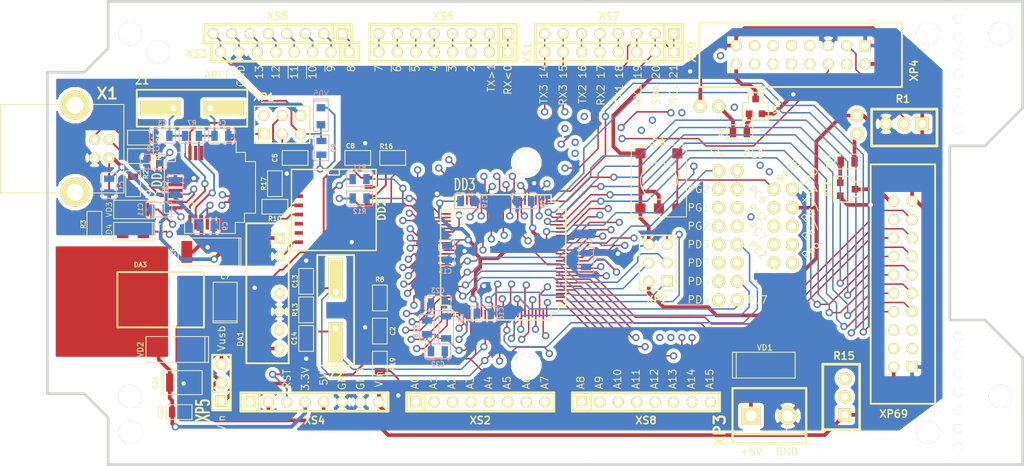
<source format=kicad_pcb>
(kicad_pcb (version 3) (host pcbnew "(2013-jul-07)-stable")
  (layers (15 Front signal) (2 Inner3 signal) (1 Inner2 signal) (0 Back signal) (18 B.Paste user) (19 F.Paste user) (20 B.SilkS user) (21 F.SilkS user) (22 B.Mask user) (23 F.Mask user) (28 Edge.Cuts user))
  (net 0 "")
  (net 1 /5V_USB)
  (net 2 /ADC0)
  (net 3 /ADC1)
  (net 4 /ADC10)
  (net 5 /ADC11)
  (net 6 /ADC12)
  (net 7 /ADC13)
  (net 8 /ADC14)
  (net 9 /ADC15)
  (net 10 /ADC2)
  (net 11 /ADC3)
  (net 12 /ADC4)
  (net 13 /ADC5)
  (net 14 /ADC6)
  (net 15 /ADC7)
  (net 16 /ADC8)
  (net 17 /ADC9)
  (net 18 /AREF)
  (net 19 /D+)
  (net 20 /D-)
  (net 21 /GND)
  (net 22 /GND_USB)
  (net 23 /MISO)
  (net 24 /MISO2)
  (net 25 /MOSI)
  (net 26 /MOSI2)
  (net 27 /MPU_VCC)
  (net 28 /PA0)
  (net 29 /PA1)
  (net 30 /PA2)
  (net 31 /PA3)
  (net 32 /PA4)
  (net 33 /PA5)
  (net 34 /PA6)
  (net 35 /PA7)
  (net 36 /PB4)
  (net 37 /PB5)
  (net 38 /PB6)
  (net 39 /PB7)
  (net 40 /PC0)
  (net 41 /PC1)
  (net 42 /PC2)
  (net 43 /PC3)
  (net 44 /PC4)
  (net 45 /PC5)
  (net 46 /PC6)
  (net 47 /PC7)
  (net 48 /PD0)
  (net 49 /PD1)
  (net 50 /PD2)
  (net 51 /PD3)
  (net 52 /PD4)
  (net 53 /PD5)
  (net 54 /PD6)
  (net 55 /PD7)
  (net 56 /PE0)
  (net 57 /PE1)
  (net 58 /PE2)
  (net 59 /PE3)
  (net 60 /PE4)
  (net 61 /PE5)
  (net 62 /PE6)
  (net 63 /PE7)
  (net 64 /PG0)
  (net 65 /PG1)
  (net 66 /PG2)
  (net 67 /PG3)
  (net 68 /PG4)
  (net 69 /PG5)
  (net 70 /PH0)
  (net 71 /PH1)
  (net 72 /PH2)
  (net 73 /PH3)
  (net 74 /PH4)
  (net 75 /PH5)
  (net 76 /PH6)
  (net 77 /PH7)
  (net 78 /PJ0)
  (net 79 /PJ1)
  (net 80 /PJ2)
  (net 81 /PJ3)
  (net 82 /PJ4)
  (net 83 /PJ5)
  (net 84 /PJ6)
  (net 85 /PJ7)
  (net 86 /PL0)
  (net 87 /PL1)
  (net 88 /PL2)
  (net 89 /PL3)
  (net 90 /PL4)
  (net 91 /PL5)
  (net 92 /PL6)
  (net 93 /PL7)
  (net 94 /RESET)
  (net 95 /RESET2)
  (net 96 /RESET_16U2)
  (net 97 /RXD0)
  (net 98 /RXI)
  (net 99 /SCK)
  (net 100 /SCK2)
  (net 101 /SS)
  (net 102 /TXD0)
  (net 103 /TXI)
  (net 104 /VCC3V3)
  (net 105 /VCCIN)
  (net 106 /VCCUSB)
  (net 107 /VO_LCD)
  (net 108 /V_OUT)
  (net 109 N-00000103)
  (net 110 N-00000104)
  (net 111 N-00000105)
  (net 112 N-00000106)
  (net 113 N-00000107)
  (net 114 N-00000142)
  (net 115 N-00000143)
  (net 116 N-00000144)
  (net 117 N-00000145)
  (net 118 N-00000150)
  (net 119 N-00000151)
  (net 120 N-00000152)
  (net 121 N-0000017)
  (net 122 N-0000018)
  (net 123 N-0000022)
  (net 124 N-0000023)
  (net 125 N-0000037)
  (net 126 N-0000039)
  (net 127 N-0000041)
  (net 128 N-000005)
  (net 129 N-000006)
  (net 130 N-0000074)
  (module 1_pin (layer Front) (at 146.05 104.14)
    (fp_text reference XP39 hide)
    (fp_text value ~ hide)
    (pad 1 thru_hole circle (at 0 0) (size 1.80086 1.80086) (drill 1.00076) (layers *.Cu *.Mask F.SilkS) (net 112 N-00000106))
  )
  (module 1_pin (layer Front) (at 179.07 152.4)
    (fp_text reference "" hide)
    (fp_text value "" hide)
    (pad "" thru_hole circle (at 0 -1.27) (size 1.19888 1.19888) (drill 1.19888) (layers *.Cu *.Mask F.SilkS))
  )
  (module 1_pin (layer Front) (at 179.07 137.16)
    (fp_text reference "" hide)
    (fp_text value "" hide)
    (pad "" thru_hole circle (at 0 -1.27) (size 1.19888 1.19888) (drill 1.19888) (layers *.Cu *.Mask F.SilkS))
  )
  (module 1_pin (layer Front) (at 179.07 139.7)
    (fp_text reference "" hide)
    (fp_text value "" hide)
    (pad "" thru_hole circle (at 0 -1.27) (size 1.19888 1.19888) (drill 1.19888) (layers *.Cu *.Mask F.SilkS))
  )
  (module 1_pin (layer Front) (at 179.07 142.24)
    (fp_text reference "" hide)
    (fp_text value "" hide)
    (pad "" thru_hole circle (at 0 -1.27) (size 1.19888 1.19888) (drill 1.19888) (layers *.Cu *.Mask F.SilkS))
  )
  (module 1_pin (layer Front) (at 179.07 147.32)
    (fp_text reference "" hide)
    (fp_text value "" hide)
    (pad "" thru_hole circle (at 0 -1.27) (size 1.19888 1.19888) (drill 1.19888) (layers *.Cu *.Mask F.SilkS))
  )
  (module 1_pin (layer Front) (at 179.07 144.78)
    (fp_text reference "" hide)
    (fp_text value "" hide)
    (pad "" thru_hole circle (at 0 -1.27) (size 1.19888 1.19888) (drill 1.19888) (layers *.Cu *.Mask F.SilkS))
  )
  (module 1_pin (layer Front) (at 179.07 149.86)
    (fp_text reference "" hide)
    (fp_text value "" hide)
    (pad "" thru_hole circle (at 0 -1.27) (size 1.19888 1.19888) (drill 1.19888) (layers *.Cu *.Mask F.SilkS))
  )
  (module 1_pin (layer Front) (at 179.07 108.585)
    (fp_text reference "" hide)
    (fp_text value "" hide)
    (pad "" thru_hole circle (at 0 -1.27) (size 1.19888 1.19888) (drill 1.19888) (layers *.Cu *.Mask F.SilkS))
  )
  (module 1_pin (layer Front) (at 179.07 106.045)
    (fp_text reference "" hide)
    (fp_text value "" hide)
    (pad "" thru_hole circle (at 0 -1.27) (size 1.19888 1.19888) (drill 1.19888) (layers *.Cu *.Mask F.SilkS))
  )
  (module 1_pin (layer Front) (at 179.07 100.965)
    (fp_text reference "" hide)
    (fp_text value "" hide)
    (pad "" thru_hole circle (at 0 -1.27) (size 1.19888 1.19888) (drill 1.19888) (layers *.Cu *.Mask F.SilkS))
  )
  (module 1_pin (layer Front) (at 179.07 103.505)
    (fp_text reference "" hide)
    (fp_text value "" hide)
    (pad "" thru_hole circle (at 0 -1.27) (size 1.19888 1.19888) (drill 1.19888) (layers *.Cu *.Mask F.SilkS))
  )
  (module 1_pin (layer Front) (at 179.07 98.425)
    (fp_text reference "" hide)
    (fp_text value "" hide)
    (pad "" thru_hole circle (at 0 -1.27) (size 1.19888 1.19888) (drill 1.19888) (layers *.Cu *.Mask F.SilkS))
  )
  (module 1_pin (layer Front) (at 179.07 95.885)
    (fp_text reference "" hide)
    (fp_text value "" hide)
    (pad "" thru_hole circle (at 0 -1.27) (size 1.19888 1.19888) (drill 1.19888) (layers *.Cu *.Mask F.SilkS))
  )
  (module 1_pin (layer Front) (at 179.07 93.345)
    (fp_text reference "" hide)
    (fp_text value "" hide)
    (pad "" thru_hole circle (at 0 -1.27) (size 1.19888 1.19888) (drill 1.19888) (layers *.Cu *.Mask F.SilkS))
  )
  (module 1_pin (layer Front) (at 182.245 147.447)
    (fp_text reference HB11460/G762 hide)
    (fp_text value P*** hide)
    (pad "" thru_hole circle (at 2.65176 -3.302) (size 3.2004 3.2004) (drill 3.2004) (layers *.Cu *.Mask F.SilkS))
  )
  (module 1_pin (layer Front) (at 182.499 95.123)
    (fp_text reference HB11460/G762 hide)
    (fp_text value P*** hide)
    (pad "" thru_hole circle (at 2.39776 -1.016) (size 3.2004 3.2004) (drill 3.2004) (layers *.Cu *.Mask F.SilkS))
  )
  (module 1_pin (layer Front) (at 69.469 96.647)
    (fp_text reference arduino hide)
    (fp_text value P*** hide)
    (pad "" thru_hole circle (at -0.762 0) (size 3.2004 3.2004) (drill 3.2004) (layers *.Cu *.Mask F.SilkS))
  )
  (module 1_pin (layer Front) (at 69.469 145.415)
    (fp_text reference HB11460/G762/arduino hide)
    (fp_text value P*** hide)
    (pad "" thru_hole circle (at -4.572 -1.27) (size 3.2004 3.2004) (drill 3.2004) (layers *.Cu *.Mask F.SilkS))
  )
  (module 1_pin (layer Front) (at 119.507 139.827)
    (fp_text reference arduino hide)
    (fp_text value P*** hide)
    (pad "" thru_hole circle (at 0 0) (size 3.2004 3.2004) (drill 3.2004) (layers *.Cu *.Mask F.SilkS))
  )
  (module 1_pin (layer Front) (at 119.507 111.887)
    (fp_text reference arduino hide)
    (fp_text value P*** hide)
    (pad "" thru_hole circle (at 0 0) (size 3.2004 3.2004) (drill 3.2004) (layers *.Cu *.Mask F.SilkS))
  )
  (module 1_pin (layer Front) (at 169.291 97.79)
    (fp_text reference G447 hide)
    (fp_text value P*** hide)
    (pad "" thru_hole circle (at 5.60578 -3.683) (size 3.2004 3.2004) (drill 3.2004) (layers *.Cu *.Mask F.SilkS))
  )
  (module 1_pin (layer Front) (at 170.815 148.082)
    (fp_text reference G447 hide)
    (fp_text value P*** hide)
    (pad "" thru_hole circle (at 4.08178 1.016) (size 3.2004 3.2004) (drill 3.2004) (layers *.Cu *.Mask F.SilkS))
  )
  (module 1_pin (layer Front) (at 64.897 149.098)
    (fp_text reference G447 hide)
    (fp_text value P*** hide)
    (pad "" thru_hole circle (at 0 0) (size 3.2004 3.2004) (drill 3.2004) (layers *.Cu *.Mask F.SilkS))
  )
  (module USB_B (layer Front) (at 57.277 109.982 270)
    (fp_text reference X1 (at -7.62 -4.445 360) (layer F.SilkS) (effects (font (size 1.524 1.524) (thickness 0.3048))))
    (fp_text value USB hide)
    (pad 1 thru_hole circle (at 1.27 -4.699 270) (size 1.524 1.524) (drill 0.8001) (layers *.Cu *.Mask F.SilkS) (net 1 /5V_USB))
    (pad 2 thru_hole circle (at -1.27 -4.699 270) (size 1.524 1.524) (drill 0.8001) (layers *.Cu *.Mask F.SilkS) (net 129 N-000006))
    (pad 3 thru_hole circle (at -1.27 -2.70002 270) (size 1.524 1.524) (drill 0.8001) (layers *.Cu *.Mask F.SilkS) (net 128 N-000005))
    (pad 4 thru_hole circle (at 1.27 -2.70002 270) (size 1.524 1.524) (drill 0.8001) (layers *.Cu *.Mask F.SilkS) (net 22 /GND_USB))
    (pad 5 thru_hole circle (at 5.99948 0 270) (size 4.0005 4.0005) (drill 2.30124) (layers *.Cu *.Mask F.SilkS))
    (pad 6 thru_hole circle (at -5.99948 0 270) (size 4.0005 4.0005) (drill 2.30124) (layers *.Cu *.Mask F.SilkS))
  )
  (module pin_array_3x2 (layer Front) (at 137.668 125.73 90)
    (fp_text reference XP2 (at -5.08 -0.127 180) (layer F.SilkS) (effects (font (size 1.016 1.016) (thickness 0.2032))))
    (fp_text value PLD-6 hide)
    (pad 1 thru_hole rect (at -2.54 1.27 90) (size 1.524 1.524) (drill 1.00076) (layers *.Cu *.Mask F.SilkS) (net 23 /MISO))
    (pad 2 thru_hole circle (at -2.54 -1.27 90) (size 1.524 1.524) (drill 1.00076) (layers *.Cu *.Mask F.SilkS) (net 27 /MPU_VCC))
    (pad 3 thru_hole circle (at 0 1.27 90) (size 1.524 1.524) (drill 1.00076) (layers *.Cu *.Mask F.SilkS) (net 99 /SCK))
    (pad 4 thru_hole circle (at 0 -1.27 90) (size 1.524 1.524) (drill 1.00076) (layers *.Cu *.Mask F.SilkS) (net 25 /MOSI))
    (pad 5 thru_hole circle (at 2.54 1.27 90) (size 1.524 1.524) (drill 1.00076) (layers *.Cu *.Mask F.SilkS) (net 94 /RESET))
    (pad 6 thru_hole circle (at 2.54 -1.27 90) (size 1.524 1.524) (drill 1.00076) (layers *.Cu *.Mask F.SilkS) (net 21 /GND))
  )
  (module P10LU-0515ZLF (layer Front) (at 85.471 122.301 270)
    (fp_text reference DA1 (at 13.9065 5.3975 270) (layer F.SilkS) (effects (font (size 0.762 0.762) (thickness 0.127))))
    (fp_text value P10LU-0505ELF hide)
    (pad 5 thru_hole circle (at 10.16 0 270) (size 1.39954 1.39954) (drill 0.8001) (layers *.Cu *.Mask F.SilkS) (net 21 /GND))
    (pad 7 thru_hole circle (at 15.24 0 270) (size 1.39954 1.39954) (drill 0.8001) (layers *.Cu *.Mask F.SilkS) (net 106 /VCCUSB))
    (pad 6 thru_hole circle (at 12.7 0 270) (size 1.39954 1.39954) (drill 0.8001) (layers *.Cu *.Mask F.SilkS))
    (pad 4 thru_hole circle (at 7.62 0 270) (size 1.39954 1.39954) (drill 0.8001) (layers *.Cu *.Mask F.SilkS))
    (pad 2 thru_hole circle (at 2.54 0 270) (size 1.39954 1.39954) (drill 0.8001) (layers *.Cu *.Mask F.SilkS) (net 22 /GND_USB))
    (pad 1 thru_hole rect (at 0 0 270) (size 1.39954 1.39954) (drill oval 0.8001) (layers *.Cu *.Mask F.SilkS) (net 1 /5V_USB))
  )
  (module 1_pin (layer Front) (at 64.897 94.107)
    (fp_text reference G762/G447/HB11460 hide)
    (fp_text value P*** hide)
    (pad "" thru_hole circle (at 0 0) (size 3.2004 3.2004) (drill 3.2004) (layers *.Cu *.Mask F.SilkS))
  )
  (module TO_252 (layer Front) (at 73.025 130.81 90)
    (fp_text reference DA3 (at 4.826 -6.731 180) (layer F.SilkS) (effects (font (size 0.635 0.635) (thickness 0.127))))
    (fp_text value LM1117DTX-3.3 hide)
    (pad 2 smd rect (at 0 -6.35 90) (size 6.49986 5.99948) (layers Front F.Paste F.Mask) (net 104 /VCC3V3))
    (pad 1 smd rect (at -2.30124 -0.09906 90) (size 1.39954 2.99974) (layers Front F.Paste F.Mask) (net 21 /GND))
    (pad 3 smd rect (at 2.30124 -0.09906 90) (size 1.39954 2.99974) (layers Front F.Paste F.Mask) (net 27 /MPU_VCC))
  )
  (module SWD_BUTTON (layer Front) (at 137.795 114.427 270)
    (fp_text reference S1 (at -5.715 0 360) (layer F.SilkS) (effects (font (size 1.016 1.016) (thickness 0.2032))))
    (fp_text value DTSGL-61K hide)
    (pad 5 smd rect (at 3.81 0 270) (size 1.397 1.397) (layers Front F.Paste F.Mask) (net 21 /GND))
    (pad 2 smd rect (at 3.81 -2.54 270) (size 1.397 1.397) (layers Front F.Paste F.Mask) (net 94 /RESET))
    (pad 4 smd rect (at 3.81 2.54 270) (size 1.397 1.397) (layers Front F.Paste F.Mask) (net 21 /GND))
    (pad 1 smd rect (at -3.81 -2.54 270) (size 1.397 1.397) (layers Front F.Paste F.Mask) (net 94 /RESET))
    (pad 3 smd rect (at -3.81 2.54 270) (size 1.397 1.397) (layers Front F.Paste F.Mask) (net 21 /GND))
  )
  (module CASE_C (layer Front) (at 75.692 124.206 180)
    (fp_text reference C6 (at 4.8895 0 270) (layer F.SilkS) (effects (font (size 0.635 0.635) (thickness 0.127))))
    (fp_text value "100мк 10В" hide)
    (pad 1 smd rect (at -2.99974 0 180) (size 1.50114 2.99974) (layers Front F.Paste F.Mask) (net 1 /5V_USB))
    (pad 2 smd rect (at 2.99974 0 180) (size 1.50114 2.99974) (layers Front F.Paste F.Mask) (net 22 /GND_USB))
  )
  (module CASE_B (layer Front) (at 72.136 142.24)
    (fp_text reference C21 (at -3.81 0 90) (layer F.SilkS) (effects (font (size 0.635 0.635) (thickness 0.127))))
    (fp_text value "22мк 10В" hide)
    (pad 1 smd rect (at -1.80086 0) (size 1.00076 2.49936) (layers Front F.Paste F.Mask) (net 104 /VCC3V3))
    (pad 2 smd rect (at 1.80086 0) (size 1.00076 2.49936) (layers Front F.Paste F.Mask) (net 21 /GND))
  )
  (module Q_49U3HMS& (layer Front) (at 73.406 104.394)
    (fp_text reference Z1 (at -6.858 -3.81) (layer F.SilkS) (effects (font (size 1.016 1.016) (thickness 0.2032))))
    (fp_text value 16МГц hide)
    (pad 1 thru_hole trapezoid (at -2.54 0) (size 5.4991 1.99898) (drill 0.8001 (offset -1.84658 0)) (layers *.Cu *.Mask F.SilkS) (net 124 N-0000023))
    (pad 2 thru_hole trapezoid (at 2.54 0) (size 5.4991 1.99898) (drill 0.8001 (offset 1.84658 0)) (layers *.Cu *.Mask F.SilkS) (net 123 N-0000022))
  )
  (module AWG12-2 (layer Front) (at 153.035 146.812)
    (fp_text reference XP3 (at -6.858 2.032 90) (layer F.SilkS) (effects (font (size 1.524 1.524) (thickness 0.3048))))
    (fp_text value DG126-5.0-02P-14 hide)
    (pad 1 thru_hole rect (at -2.54 0) (size 2.54 2.54) (drill 1.50114) (layers *.Cu *.Mask F.SilkS) (net 110 N-00000104))
    (pad 2 thru_hole circle (at 2.54 0) (size 2.54 2.54) (drill 1.50114) (layers *.Cu *.Mask F.SilkS) (net 21 /GND))
  )
  (module CASE_B (layer Front) (at 77.978 131.064 90)
    (fp_text reference C7 (at 3.429 0 180) (layer F.SilkS) (effects (font (size 0.635 0.635) (thickness 0.127))))
    (fp_text value "47мк 10В" hide)
    (pad 1 smd rect (at -1.80086 0 90) (size 1.00076 2.49936) (layers Front F.Paste F.Mask) (net 27 /MPU_VCC))
    (pad 2 smd rect (at 1.80086 0 90) (size 1.00076 2.49936) (layers Front F.Paste F.Mask) (net 21 /GND))
  )
  (module Electron_3296W (layer Front) (at 174.117 106.553 180)
    (fp_text reference R1 (at 2.667 3.429 180) (layer F.SilkS) (effects (font (size 1.016 1.016) (thickness 0.2032))))
    (fp_text value 20к hide)
    (pad 3 thru_hole circle (at 5.00126 0 180) (size 1.80086 1.80086) (drill 1.00076) (layers *.Cu *.Mask F.SilkS) (net 21 /GND))
    (pad 1 thru_hole rect (at 0 0 180) (size 1.80086 1.80086) (drill 1.00076) (layers *.Cu *.Mask F.SilkS) (net 27 /MPU_VCC))
    (pad 2 thru_hole circle (at 2.49936 0 180) (size 1.80086 1.80086) (drill 1.00076) (layers *.Cu *.Mask F.SilkS) (net 113 N-00000107))
  )
  (module IDC-16MS (layer Front) (at 157.353 97.028 180)
    (fp_text reference XP4 (at -15.621 -2.159 270) (layer F.SilkS) (effects (font (size 1.016 1.016) (thickness 0.2032))))
    (fp_text value IDC-16MS hide)
    (pad 1 thru_hole rect (at -8.89 1.27 180) (size 1.524 1.524) (drill 1.00076) (layers *.Cu *.Mask F.SilkS) (net 21 /GND))
    (pad 2 thru_hole circle (at -8.89 -1.27 180) (size 1.524 1.524) (drill 1.00076) (layers *.Cu *.Mask F.SilkS) (net 27 /MPU_VCC))
    (pad 3 thru_hole circle (at -6.35 1.27 180) (size 1.524 1.524) (drill 1.00076) (layers *.Cu *.Mask F.SilkS) (net 113 N-00000107))
    (pad 4 thru_hole circle (at -6.35 -1.27 180) (size 1.524 1.524) (drill 1.00076) (layers *.Cu *.Mask F.SilkS) (net 84 /PJ6))
    (pad 5 thru_hole circle (at -3.81 1.27 180) (size 1.524 1.524) (drill 1.00076) (layers *.Cu *.Mask F.SilkS) (net 21 /GND))
    (pad 6 thru_hole circle (at -3.81 -1.27 180) (size 1.524 1.524) (drill 1.00076) (layers *.Cu *.Mask F.SilkS) (net 85 /PJ7))
    (pad 7 thru_hole circle (at -1.27 1.27 180) (size 1.524 1.524) (drill 1.00076) (layers *.Cu *.Mask F.SilkS))
    (pad 8 thru_hole circle (at -1.27 -1.27 180) (size 1.524 1.524) (drill 1.00076) (layers *.Cu *.Mask F.SilkS))
    (pad 9 thru_hole circle (at 1.27 1.27 180) (size 1.524 1.524) (drill 1.00076) (layers *.Cu *.Mask F.SilkS))
    (pad 10 thru_hole circle (at 1.27 -1.27 180) (size 1.524 1.524) (drill 1.00076) (layers *.Cu *.Mask F.SilkS))
    (pad 11 thru_hole circle (at 3.81 1.27 180) (size 1.524 1.524) (drill 1.00076) (layers *.Cu *.Mask F.SilkS) (net 80 /PJ2))
    (pad 12 thru_hole circle (at 3.81 -1.27 180) (size 1.524 1.524) (drill 1.00076) (layers *.Cu *.Mask F.SilkS) (net 81 /PJ3))
    (pad 13 thru_hole circle (at 6.35 1.27 180) (size 1.524 1.524) (drill 1.00076) (layers *.Cu *.Mask F.SilkS) (net 82 /PJ4))
    (pad 14 thru_hole circle (at 6.35 -1.27 180) (size 1.524 1.524) (drill 1.00076) (layers *.Cu *.Mask F.SilkS) (net 83 /PJ5))
    (pad 15 thru_hole circle (at 8.89 1.27 180) (size 1.524 1.524) (drill 1.00076) (layers *.Cu *.Mask F.SilkS) (net 27 /MPU_VCC))
    (pad 16 thru_hole circle (at 8.89 -1.27 180) (size 1.524 1.524) (drill 1.00076) (layers *.Cu *.Mask F.SilkS) (net 109 N-00000103))
  )
  (module SMA (layer Front) (at 152.527 139.827 180)
    (fp_text reference VD1 (at 0.127 2.413 180) (layer F.SilkS) (effects (font (size 0.762 0.762) (thickness 0.127))))
    (fp_text value SS14 hide)
    (pad 1 smd rect (at -2.30124 0 180) (size 1.99898 1.99898) (layers Front F.Paste F.Mask) (net 110 N-00000104))
    (pad 2 smd rect (at 2.30124 0 180) (size 1.99898 1.99898) (layers Front F.Paste F.Mask) (net 105 /VCCIN))
  )
  (module SIL-3 (layer Front) (at 77.47 142.24 90)
    (fp_text reference XP5 (at -3.81 -2.54 90) (layer F.SilkS) (effects (font (size 1.7907 1.07696) (thickness 0.26924))))
    (fp_text value PLS-3 hide)
    (pad 1 thru_hole rect (at -2.54 0 90) (size 1.6002 1.6002) (drill 1.00076) (layers *.Cu *.Mask F.SilkS) (net 105 /VCCIN))
    (pad 2 thru_hole circle (at 0 0 90) (size 1.6002 1.6002) (drill 1.00076) (layers *.Cu *.Mask F.SilkS) (net 27 /MPU_VCC))
    (pad 3 thru_hole circle (at 2.54 0 90) (size 1.6002 1.6002) (drill 1.00076) (layers *.Cu *.Mask F.SilkS) (net 106 /VCCUSB))
  )
  (module 1_pin (layer Front) (at 146.05 125.73)
    (fp_text reference XP29 hide)
    (fp_text value ~ hide)
    (pad 1 thru_hole circle (at 0 0) (size 1.80086 1.80086) (drill 1.00076) (layers *.Cu *.Mask F.SilkS) (net 55 /PD7))
  )
  (module 1_pin (layer Front) (at 146.05 130.81)
    (fp_text reference XP28 hide)
    (fp_text value ~ hide)
    (pad 1 thru_hole circle (at 0 0) (size 1.80086 1.80086) (drill 1.00076) (layers *.Cu *.Mask F.SilkS) (net 54 /PD6))
  )
  (module 1_pin (layer Front) (at 146.05 123.19)
    (fp_text reference XP27 hide)
    (fp_text value ~ hide)
    (pad 1 thru_hole circle (at 0 0) (size 1.80086 1.80086) (drill 1.00076) (layers *.Cu *.Mask F.SilkS) (net 53 /PD5))
  )
  (module 1_pin (layer Front) (at 146.05 128.27)
    (fp_text reference XP26 hide)
    (fp_text value ~ hide)
    (pad 1 thru_hole circle (at 0 0) (size 1.80086 1.80086) (drill 1.00076) (layers *.Cu *.Mask F.SilkS) (net 52 /PD4))
  )
  (module 1_pin (layer Front) (at 146.05 113.03)
    (fp_text reference XP6 hide)
    (fp_text value ~ hide)
    (pad 1 thru_hole circle (at 0 0) (size 1.80086 1.80086) (drill 1.00076) (layers *.Cu *.Mask F.SilkS) (net 101 /SS))
  )
  (module 1_pin (layer Front) (at 146.05 120.65)
    (fp_text reference XP38 hide)
    (fp_text value ~ hide)
    (pad 1 thru_hole circle (at 0 0) (size 1.80086 1.80086) (drill 1.00076) (layers *.Cu *.Mask F.SilkS) (net 64 /PG0))
  )
  (module 1_pin (layer Front) (at 156.21 125.73)
    (fp_text reference XP36 hide)
    (fp_text value ~ hide)
    (pad 1 thru_hole circle (at 0 0) (size 1.80086 1.80086) (drill 1.00076) (layers *.Cu *.Mask F.SilkS) (net 62 /PE6))
  )
  (module 1_pin (layer Front) (at 153.67 125.73)
    (fp_text reference XP32 hide)
    (fp_text value ~ hide)
    (pad 1 thru_hole circle (at 0 0) (size 1.80086 1.80086) (drill 1.00076) (layers *.Cu *.Mask F.SilkS) (net 58 /PE2))
  )
  (module SMA (layer Front) (at 71.12 137.668)
    (fp_text reference VD2 (at -4.826 0 90) (layer F.SilkS) (effects (font (size 0.762 0.762) (thickness 0.127))))
    (fp_text value SS14 hide)
    (pad 1 smd rect (at -2.30124 0) (size 1.99898 1.99898) (layers Front F.Paste F.Mask) (net 104 /VCC3V3))
    (pad 2 smd rect (at 2.30124 0) (size 1.99898 1.99898) (layers Front F.Paste F.Mask) (net 27 /MPU_VCC))
  )
  (module SMD0805 (layer Front) (at 99.314 135.128 90)
    (fp_text reference C2 (at 0 1.778 90) (layer F.SilkS) (effects (font (size 0.635 0.635) (thickness 0.127))))
    (fp_text value 0.1мк hide)
    (pad 1 smd rect (at -0.9525 0 90) (size 0.889 1.397) (layers Front F.Paste F.Mask) (net 94 /RESET))
    (pad 2 smd rect (at 0.9525 0 90) (size 0.889 1.397) (layers Front F.Paste F.Mask) (net 114 N-00000142))
  )
  (module SMD0805 (layer Back) (at 108.585 124.333 270)
    (fp_text reference C15 (at 2.54 0.254 360) (layer B.SilkS) (effects (font (size 0.635 0.635) (thickness 0.127)) (justify mirror)))
    (fp_text value 0.1мк hide)
    (pad 1 smd rect (at -0.9525 0 270) (size 0.889 1.397) (layers Back B.Paste B.Mask) (net 27 /MPU_VCC))
    (pad 2 smd rect (at 0.9525 0 270) (size 0.889 1.397) (layers Back B.Paste B.Mask) (net 21 /GND))
  )
  (module SMD0805 (layer Front) (at 99.314 130.556 270)
    (fp_text reference R8 (at -2.54 0 360) (layer F.SilkS) (effects (font (size 0.635 0.635) (thickness 0.127))))
    (fp_text value 1к hide)
    (pad 1 smd rect (at -0.9525 0 270) (size 0.889 1.397) (layers Front F.Paste F.Mask) (net 21 /GND))
    (pad 2 smd rect (at 0.9525 0 270) (size 0.889 1.397) (layers Front F.Paste F.Mask) (net 114 N-00000142))
  )
  (module SMD0805 (layer Front) (at 89.154 136.144 270)
    (fp_text reference C14 (at 0 1.651 270) (layer F.SilkS) (effects (font (size 0.635 0.635) (thickness 0.127))))
    (fp_text value 22п hide)
    (pad 1 smd rect (at -0.9525 0 270) (size 0.889 1.397) (layers Front F.Paste F.Mask) (net 127 N-0000041))
    (pad 2 smd rect (at 0.9525 0 270) (size 0.889 1.397) (layers Front F.Paste F.Mask) (net 21 /GND))
  )
  (module SOT_23 (layer Front) (at 151.13 104.14 180)
    (fp_text reference VT1 (at -2.921 0 270) (layer F.SilkS) (effects (font (size 0.762 0.762) (thickness 0.1905))))
    (fp_text value MMBT5551 hide)
    (pad 1 smd rect (at -0.889 -1.016 180) (size 0.9144 0.9144) (layers Front F.Paste F.Mask) (net 21 /GND))
    (pad 2 smd rect (at 0.889 -1.016 180) (size 0.9144 0.9144) (layers Front F.Paste F.Mask) (net 111 N-00000105))
    (pad 3 smd rect (at 0 1.016 180) (size 0.9144 0.9144) (layers Front F.Paste F.Mask) (net 109 N-00000103))
  )
  (module SMD0805 (layer Front) (at 148.971 107.696)
    (fp_text reference R5 (at -2.54 0 90) (layer F.SilkS) (effects (font (size 0.635 0.635) (thickness 0.127))))
    (fp_text value 1к hide)
    (pad 1 smd rect (at -0.9525 0) (size 0.889 1.397) (layers Front F.Paste F.Mask) (net 112 N-00000106))
    (pad 2 smd rect (at 0.9525 0) (size 0.889 1.397) (layers Front F.Paste F.Mask) (net 111 N-00000105))
  )
  (module 1_pin (layer Front) (at 143.51 104.14)
    (fp_text reference XP40 hide)
    (fp_text value ~ hide)
    (pad 1 thru_hole circle (at 0 0) (size 1.80086 1.80086) (drill 1.00076) (layers *.Cu *.Mask F.SilkS) (net 27 /MPU_VCC))
  )
  (module TQFP32_case (layer Front) (at 75.946 115.316 90)
    (fp_text reference DD1 (at 1.524 -7.366 90) (layer F.SilkS) (effects (font (size 1.27 1.016) (thickness 0.2032))))
    (fp_text value ATMEGA16U2-AU hide)
    (pad 8 smd rect (at -4.81584 2.77622 90) (size 1.99898 0.44958) (layers Front F.Paste F.Mask) (net 57 /PE1))
    (pad 7 smd rect (at -4.81584 1.97612 90) (size 1.99898 0.44958) (layers Front F.Paste F.Mask))
    (pad 6 smd rect (at -4.81584 1.17602 90) (size 1.99898 0.44958) (layers Front F.Paste F.Mask))
    (pad 5 smd rect (at -4.81584 0.37592 90) (size 1.99898 0.44958) (layers Front F.Paste F.Mask))
    (pad 4 smd rect (at -4.81584 -0.42418 90) (size 1.99898 0.44958) (layers Front F.Paste F.Mask) (net 1 /5V_USB))
    (pad 3 smd rect (at -4.81584 -1.22428 90) (size 1.99898 0.44958) (layers Front F.Paste F.Mask) (net 22 /GND_USB))
    (pad 2 smd rect (at -4.81584 -2.02438 90) (size 1.99898 0.44958) (layers Front F.Paste F.Mask) (net 123 N-0000022))
    (pad 1 smd rect (at -4.81584 -2.82448 90) (size 1.99898 0.44958) (layers Front F.Paste F.Mask) (net 124 N-0000023))
    (pad 24 smd rect (at 4.7498 -2.8194 90) (size 1.99898 0.44958) (layers Front F.Paste F.Mask) (net 96 /RESET_16U2))
    (pad 17 smd rect (at 4.7498 2.794 90) (size 1.99898 0.44958) (layers Front F.Paste F.Mask) (net 24 /MISO2))
    (pad 18 smd rect (at 4.7498 1.9812 90) (size 1.99898 0.44958) (layers Front F.Paste F.Mask))
    (pad 19 smd rect (at 4.7498 1.1684 90) (size 1.99898 0.44958) (layers Front F.Paste F.Mask))
    (pad 20 smd rect (at 4.7498 0.381 90) (size 1.99898 0.44958) (layers Front F.Paste F.Mask))
    (pad 21 smd rect (at 4.7498 -0.4318 90) (size 1.99898 0.44958) (layers Front F.Paste F.Mask))
    (pad 22 smd rect (at 4.7498 -1.2192 90) (size 1.99898 0.44958) (layers Front F.Paste F.Mask))
    (pad 23 smd rect (at 4.7498 -2.032 90) (size 1.99898 0.44958) (layers Front F.Paste F.Mask))
    (pad 32 smd rect (at -2.82448 -4.826 90) (size 0.44958 1.99898) (layers Front F.Paste F.Mask) (net 1 /5V_USB))
    (pad 31 smd rect (at -2.02692 -4.826 90) (size 0.44958 1.99898) (layers Front F.Paste F.Mask) (net 1 /5V_USB))
    (pad 30 smd rect (at -1.22428 -4.826 90) (size 0.44958 1.99898) (layers Front F.Paste F.Mask) (net 20 /D-))
    (pad 29 smd rect (at -0.42672 -4.826 90) (size 0.44958 1.99898) (layers Front F.Paste F.Mask) (net 19 /D+))
    (pad 28 smd rect (at 0.37592 -4.826 90) (size 0.44958 1.99898) (layers Front F.Paste F.Mask) (net 22 /GND_USB))
    (pad 27 smd rect (at 1.17348 -4.826 90) (size 0.44958 1.99898) (layers Front F.Paste F.Mask) (net 130 N-0000074))
    (pad 26 smd rect (at 1.97612 -4.826 90) (size 0.44958 1.99898) (layers Front F.Paste F.Mask))
    (pad 25 smd rect (at 2.77368 -4.826 90) (size 0.44958 1.99898) (layers Front F.Paste F.Mask))
    (pad 9 smd rect (at -2.8194 4.7752 90) (size 0.44958 1.99898) (layers Front F.Paste F.Mask) (net 56 /PE0))
    (pad 10 smd rect (at -2.032 4.7752 90) (size 0.44958 1.99898) (layers Front F.Paste F.Mask) (net 98 /RXI))
    (pad 11 smd rect (at -1.2192 4.7752 90) (size 0.44958 1.99898) (layers Front F.Paste F.Mask) (net 103 /TXI))
    (pad 12 smd rect (at -0.4318 4.7752 90) (size 0.44958 1.99898) (layers Front F.Paste F.Mask))
    (pad 13 smd rect (at 0.3556 4.7752 90) (size 0.44958 1.99898) (layers Front F.Paste F.Mask) (net 95 /RESET2))
    (pad 14 smd rect (at 1.1684 4.7752 90) (size 0.44958 1.99898) (layers Front F.Paste F.Mask))
    (pad 15 smd rect (at 1.9812 4.7752 90) (size 0.44958 1.99898) (layers Front F.Paste F.Mask) (net 100 /SCK2))
    (pad 16 smd rect (at 2.794 4.7752 90) (size 0.44958 1.99898) (layers Front F.Paste F.Mask) (net 26 /MOSI2))
  )
  (module SOT_23 (layer Front) (at 163.83 115.57 90)
    (fp_text reference VT2 (at 0 -2.794 90) (layer F.SilkS) (effects (font (size 0.762 0.762) (thickness 0.1905))))
    (fp_text value MMBT5551 hide)
    (pad 1 smd rect (at -0.889 -1.016 90) (size 0.9144 0.9144) (layers Front F.Paste F.Mask) (net 21 /GND))
    (pad 2 smd rect (at 0.889 -1.016 90) (size 0.9144 0.9144) (layers Front F.Paste F.Mask) (net 120 N-00000152))
    (pad 3 smd rect (at 0 1.016 90) (size 0.9144 0.9144) (layers Front F.Paste F.Mask) (net 125 N-0000037))
  )
  (module SOD110 (layer Back) (at 91.186 106.68 90)
    (fp_text reference VD5 (at 4.318 0 180) (layer B.SilkS) (effects (font (size 0.762 0.762) (thickness 0.0762)) (justify mirror)))
    (fp_text value BAS216 hide)
    (pad 2 smd rect (at 2.3495 0 90) (size 1.00076 1.19888) (layers Back B.Paste B.Mask) (net 1 /5V_USB))
    (pad 1 smd rect (at 0 0 90) (size 1.00076 1.19888) (layers Back B.Paste B.Mask) (net 96 /RESET_16U2))
  )
  (module SMD0805 (layer Back) (at 69.342 108.204 180)
    (fp_text reference C3 (at 0 1.778 180) (layer B.SilkS) (effects (font (size 0.635 0.635) (thickness 0.127)) (justify mirror)))
    (fp_text value 22п hide)
    (pad 1 smd rect (at -0.9525 0 180) (size 0.889 1.397) (layers Back B.Paste B.Mask) (net 124 N-0000023))
    (pad 2 smd rect (at 0.9525 0 180) (size 0.889 1.397) (layers Back B.Paste B.Mask) (net 22 /GND_USB))
  )
  (module SMD0805 (layer Back) (at 61.976 115.062 270)
    (fp_text reference C1 (at 0 -1.778 270) (layer B.SilkS) (effects (font (size 0.635 0.635) (thickness 0.127)) (justify mirror)))
    (fp_text value 0.1мк hide)
    (pad 1 smd rect (at -0.9525 0 270) (size 0.889 1.397) (layers Back B.Paste B.Mask) (net 1 /5V_USB))
    (pad 2 smd rect (at 0.9525 0 270) (size 0.889 1.397) (layers Back B.Paste B.Mask) (net 22 /GND_USB))
  )
  (module SMD0805 (layer Back) (at 71.12 115.316 270)
    (fp_text reference C12 (at 0 1.524 270) (layer B.SilkS) (effects (font (size 0.635 0.635) (thickness 0.127)) (justify mirror)))
    (fp_text value 0.1мк hide)
    (pad 1 smd rect (at -0.9525 0 270) (size 0.889 1.397) (layers Back B.Paste B.Mask) (net 22 /GND_USB))
    (pad 2 smd rect (at 0.9525 0 270) (size 0.889 1.397) (layers Back B.Paste B.Mask) (net 1 /5V_USB))
  )
  (module SMD0805 (layer Front) (at 89.154 128.27 90)
    (fp_text reference C13 (at 0 -1.524 90) (layer F.SilkS) (effects (font (size 0.635 0.635) (thickness 0.127))))
    (fp_text value 22п hide)
    (pad 1 smd rect (at -0.9525 0 90) (size 0.889 1.397) (layers Front F.Paste F.Mask) (net 126 N-0000039))
    (pad 2 smd rect (at 0.9525 0 90) (size 0.889 1.397) (layers Front F.Paste F.Mask) (net 21 /GND))
  )
  (module SMD0805 (layer Back) (at 113.665 132.715)
    (fp_text reference C16 (at 2.413 0 270) (layer B.SilkS) (effects (font (size 0.635 0.635) (thickness 0.127)) (justify mirror)))
    (fp_text value 0.1мк hide)
    (pad 1 smd rect (at -0.9525 0) (size 0.889 1.397) (layers Back B.Paste B.Mask) (net 27 /MPU_VCC))
    (pad 2 smd rect (at 0.9525 0) (size 0.889 1.397) (layers Back B.Paste B.Mask) (net 21 /GND))
  )
  (module SMD0805 (layer Back) (at 127.762 125.349 90)
    (fp_text reference C17 (at 2.54 0 180) (layer B.SilkS) (effects (font (size 0.635 0.635) (thickness 0.127)) (justify mirror)))
    (fp_text value 0.1мк hide)
    (pad 1 smd rect (at -0.9525 0 90) (size 0.889 1.397) (layers Back B.Paste B.Mask) (net 27 /MPU_VCC))
    (pad 2 smd rect (at 0.9525 0 90) (size 0.889 1.397) (layers Back B.Paste B.Mask) (net 21 /GND))
  )
  (module SMD0805 (layer Back) (at 119.253 117.221 180)
    (fp_text reference C18 (at -2.54 0 270) (layer B.SilkS) (effects (font (size 0.635 0.635) (thickness 0.127)) (justify mirror)))
    (fp_text value 0.1мк hide)
    (pad 1 smd rect (at -0.9525 0 180) (size 0.889 1.397) (layers Back B.Paste B.Mask) (net 27 /MPU_VCC))
    (pad 2 smd rect (at 0.9525 0 180) (size 0.889 1.397) (layers Back B.Paste B.Mask) (net 21 /GND))
  )
  (module SMD0805 (layer Back) (at 73.406 108.204)
    (fp_text reference R7 (at 0 -1.778) (layer B.SilkS) (effects (font (size 0.635 0.635) (thickness 0.127)) (justify mirror)))
    (fp_text value 1M hide)
    (pad 1 smd rect (at -0.9525 0) (size 0.889 1.397) (layers Back B.Paste B.Mask) (net 124 N-0000023))
    (pad 2 smd rect (at 0.9525 0) (size 0.889 1.397) (layers Back B.Paste B.Mask) (net 123 N-0000022))
  )
  (module SMD0805 (layer Front) (at 66.294 108.458)
    (fp_text reference R6 (at 2.54 0 90) (layer F.SilkS) (effects (font (size 0.635 0.635) (thickness 0.127))))
    (fp_text value 22 hide)
    (pad 1 smd rect (at -0.9525 0) (size 0.889 1.397) (layers Front F.Paste F.Mask) (net 128 N-000005))
    (pad 2 smd rect (at 0.9525 0) (size 0.889 1.397) (layers Front F.Paste F.Mask) (net 19 /D+))
  )
  (module SMD0805 (layer Front) (at 66.294 110.998)
    (fp_text reference R4 (at 2.54 0 90) (layer F.SilkS) (effects (font (size 0.635 0.635) (thickness 0.127))))
    (fp_text value 22 hide)
    (pad 1 smd rect (at -0.9525 0) (size 0.889 1.397) (layers Front F.Paste F.Mask) (net 129 N-000006))
    (pad 2 smd rect (at 0.9525 0) (size 0.889 1.397) (layers Front F.Paste F.Mask) (net 20 /D-))
  )
  (module SMD0805 (layer Front) (at 87.63 111.252)
    (fp_text reference C5 (at -2.794 0 90) (layer F.SilkS) (effects (font (size 0.635 0.635) (thickness 0.127))))
    (fp_text value 0.1мк hide)
    (pad 1 smd rect (at -0.9525 0) (size 0.889 1.397) (layers Front F.Paste F.Mask) (net 22 /GND_USB))
    (pad 2 smd rect (at 0.9525 0) (size 0.889 1.397) (layers Front F.Paste F.Mask) (net 1 /5V_USB))
  )
  (module SMD0805 (layer Back) (at 77.47 108.204)
    (fp_text reference C4 (at 0 -1.778) (layer B.SilkS) (effects (font (size 0.635 0.635) (thickness 0.127)) (justify mirror)))
    (fp_text value 22п hide)
    (pad 1 smd rect (at -0.9525 0) (size 0.889 1.397) (layers Back B.Paste B.Mask) (net 123 N-0000022))
    (pad 2 smd rect (at 0.9525 0) (size 0.889 1.397) (layers Back B.Paste B.Mask) (net 22 /GND_USB))
  )
  (module SMD0805 (layer Front) (at 65.278 114.808 90)
    (fp_text reference R2 (at 1.27 1.778 90) (layer F.SilkS) (effects (font (size 0.635 0.635) (thickness 0.127))))
    (fp_text value 1к hide)
    (pad 1 smd rect (at -0.9525 0 90) (size 0.889 1.397) (layers Front F.Paste F.Mask) (net 121 N-0000017))
    (pad 2 smd rect (at 0.9525 0 90) (size 0.889 1.397) (layers Front F.Paste F.Mask) (net 1 /5V_USB))
  )
  (module SMD0805 (layer Front) (at 59.944 120.396 90)
    (fp_text reference R3 (at 0 -1.524 90) (layer F.SilkS) (effects (font (size 0.635 0.635) (thickness 0.127))))
    (fp_text value 1к hide)
    (pad 1 smd rect (at -0.9525 0 90) (size 0.889 1.397) (layers Front F.Paste F.Mask) (net 122 N-0000018))
    (pad 2 smd rect (at 0.9525 0 90) (size 0.889 1.397) (layers Front F.Paste F.Mask) (net 1 /5V_USB))
  )
  (module Q_49U3HMS& (layer Front) (at 93.218 132.2705 270)
    (fp_text reference Z2 (at 8.9535 0 360) (layer F.SilkS) (effects (font (size 1.016 1.016) (thickness 0.2032))))
    (fp_text value 16МГц hide)
    (pad 1 thru_hole trapezoid (at -2.54 0 270) (size 5.4991 1.99898) (drill 0.8001 (offset -1.84658 0)) (layers *.Cu *.Mask F.SilkS) (net 126 N-0000039))
    (pad 2 thru_hole trapezoid (at 2.54 0 270) (size 5.4991 1.99898) (drill 0.8001 (offset 1.84658 0)) (layers *.Cu *.Mask F.SilkS) (net 127 N-0000041))
  )
  (module pin_array_3x2 (layer Front) (at 85.852 106.68)
    (fp_text reference XP1 (at -2.54 -3.81) (layer F.SilkS) (effects (font (size 1.016 1.016) (thickness 0.2032))))
    (fp_text value PLD-6 hide)
    (pad 1 thru_hole rect (at -2.54 1.27) (size 1.524 1.524) (drill 1.00076) (layers *.Cu *.Mask F.SilkS) (net 24 /MISO2))
    (pad 2 thru_hole circle (at -2.54 -1.27) (size 1.524 1.524) (drill 1.00076) (layers *.Cu *.Mask F.SilkS) (net 1 /5V_USB))
    (pad 3 thru_hole circle (at 0 1.27) (size 1.524 1.524) (drill 1.00076) (layers *.Cu *.Mask F.SilkS) (net 100 /SCK2))
    (pad 4 thru_hole circle (at 0 -1.27) (size 1.524 1.524) (drill 1.00076) (layers *.Cu *.Mask F.SilkS) (net 26 /MOSI2))
    (pad 5 thru_hole circle (at 2.54 1.27) (size 1.524 1.524) (drill 1.00076) (layers *.Cu *.Mask F.SilkS) (net 96 /RESET_16U2))
    (pad 6 thru_hole circle (at 2.54 -1.27) (size 1.524 1.524) (drill 1.00076) (layers *.Cu *.Mask F.SilkS) (net 22 /GND_USB))
  )
  (module LED1206 (layer Front) (at 65.278 118.364)
    (fp_text reference VD3 (at -3.302 0 90) (layer F.SilkS) (effects (font (size 0.762 0.762) (thickness 0.0889))))
    (fp_text value KP-3216SURCK hide)
    (pad 1 smd rect (at -1.41986 0) (size 1.59766 1.80086) (layers Front F.Paste F.Mask) (net 121 N-0000017))
    (pad 2 smd rect (at 1.41986 0) (size 1.59766 1.80086) (layers Front F.Paste F.Mask) (net 98 /RXI))
  )
  (module LED1206 (layer Front) (at 65.278 121.412)
    (fp_text reference VD4 (at -3.302 0 90) (layer F.SilkS) (effects (font (size 0.762 0.762) (thickness 0.0889))))
    (fp_text value KP-3216MGC hide)
    (pad 1 smd rect (at -1.41986 0) (size 1.59766 1.80086) (layers Front F.Paste F.Mask) (net 122 N-0000018))
    (pad 2 smd rect (at 1.41986 0) (size 1.59766 1.80086) (layers Front F.Paste F.Mask) (net 103 /TXI))
  )
  (module IDC-20MS (layer Front) (at 171.45 131.191 90)
    (fp_text reference XP69 (at -15.367 -1.27 180) (layer F.SilkS) (effects (font (size 1.016 1.016) (thickness 0.2032))))
    (fp_text value IDC-20MS hide)
    (pad 19 thru_hole circle (at 13.97 1.27 90) (size 1.524 1.524) (drill 1.00076) (layers *.Cu *.Mask F.SilkS) (net 27 /MPU_VCC))
    (pad 20 thru_hole circle (at 13.97 -1.27 90) (size 1.524 1.524) (drill 1.00076) (layers *.Cu *.Mask F.SilkS) (net 125 N-0000037))
    (pad 18 thru_hole circle (at 11.43 -1.27 90) (size 1.524 1.524) (drill 1.00076) (layers *.Cu *.Mask F.SilkS) (net 108 /V_OUT))
    (pad 17 thru_hole circle (at 11.43 1.27 90) (size 1.524 1.524) (drill 1.00076) (layers *.Cu *.Mask F.SilkS) (net 45 /PC5))
    (pad 1 thru_hole rect (at -8.89 1.27 90) (size 1.524 1.524) (drill 1.00076) (layers *.Cu *.Mask F.SilkS) (net 21 /GND))
    (pad 2 thru_hole circle (at -8.89 -1.27 90) (size 1.524 1.524) (drill 1.00076) (layers *.Cu *.Mask F.SilkS) (net 27 /MPU_VCC))
    (pad 3 thru_hole circle (at -6.35 1.27 90) (size 1.524 1.524) (drill 1.00076) (layers *.Cu *.Mask F.SilkS) (net 107 /VO_LCD))
    (pad 4 thru_hole circle (at -6.35 -1.27 90) (size 1.524 1.524) (drill 1.00076) (layers *.Cu *.Mask F.SilkS) (net 41 /PC1))
    (pad 5 thru_hole circle (at -3.81 1.27 90) (size 1.524 1.524) (drill 1.00076) (layers *.Cu *.Mask F.SilkS) (net 42 /PC2))
    (pad 6 thru_hole circle (at -3.81 -1.27 90) (size 1.524 1.524) (drill 1.00076) (layers *.Cu *.Mask F.SilkS) (net 40 /PC0))
    (pad 7 thru_hole circle (at -1.27 1.27 90) (size 1.524 1.524) (drill 1.00076) (layers *.Cu *.Mask F.SilkS) (net 28 /PA0))
    (pad 8 thru_hole circle (at -1.27 -1.27 90) (size 1.524 1.524) (drill 1.00076) (layers *.Cu *.Mask F.SilkS) (net 29 /PA1))
    (pad 9 thru_hole circle (at 1.27 1.27 90) (size 1.524 1.524) (drill 1.00076) (layers *.Cu *.Mask F.SilkS) (net 30 /PA2))
    (pad 10 thru_hole circle (at 1.27 -1.27 90) (size 1.524 1.524) (drill 1.00076) (layers *.Cu *.Mask F.SilkS) (net 31 /PA3))
    (pad 11 thru_hole circle (at 3.81 1.27 90) (size 1.524 1.524) (drill 1.00076) (layers *.Cu *.Mask F.SilkS) (net 32 /PA4))
    (pad 12 thru_hole circle (at 3.81 -1.27 90) (size 1.524 1.524) (drill 1.00076) (layers *.Cu *.Mask F.SilkS) (net 33 /PA5))
    (pad 13 thru_hole circle (at 6.35 1.27 90) (size 1.524 1.524) (drill 1.00076) (layers *.Cu *.Mask F.SilkS) (net 34 /PA6))
    (pad 14 thru_hole circle (at 6.35 -1.27 90) (size 1.524 1.524) (drill 1.00076) (layers *.Cu *.Mask F.SilkS) (net 35 /PA7))
    (pad 15 thru_hole circle (at 8.89 1.27 90) (size 1.524 1.524) (drill 1.00076) (layers *.Cu *.Mask F.SilkS) (net 44 /PC4))
    (pad 16 thru_hole circle (at 8.89 -1.27 90) (size 1.524 1.524) (drill 1.00076) (layers *.Cu *.Mask F.SilkS) (net 43 /PC3))
  )
  (module 1_pin (layer Front) (at 148.59 115.57)
    (fp_text reference XP55 hide)
    (fp_text value ~ hide)
    (pad 1 thru_hole circle (at 0 0) (size 1.80086 1.80086) (drill 1.00076) (layers *.Cu *.Mask F.SilkS) (net 87 /PL1))
  )
  (module 1_pin (layer Front) (at 148.59 118.11)
    (fp_text reference XP56 hide)
    (fp_text value ~ hide)
    (pad 1 thru_hole circle (at 0 0) (size 1.80086 1.80086) (drill 1.00076) (layers *.Cu *.Mask F.SilkS) (net 88 /PL2))
  )
  (module 1_pin (layer Front) (at 148.59 120.65)
    (fp_text reference XP57 hide)
    (fp_text value ~ hide)
    (pad 1 thru_hole circle (at 0 0) (size 1.80086 1.80086) (drill 1.00076) (layers *.Cu *.Mask F.SilkS) (net 89 /PL3))
  )
  (module 1_pin (layer Front) (at 148.59 123.19)
    (fp_text reference XP58 hide)
    (fp_text value ~ hide)
    (pad 1 thru_hole circle (at 0 0) (size 1.80086 1.80086) (drill 1.00076) (layers *.Cu *.Mask F.SilkS) (net 90 /PL4))
  )
  (module 1_pin (layer Front) (at 148.59 125.73)
    (fp_text reference XP59 hide)
    (fp_text value ~ hide)
    (pad 1 thru_hole circle (at 0 0) (size 1.80086 1.80086) (drill 1.00076) (layers *.Cu *.Mask F.SilkS) (net 91 /PL5))
  )
  (module 1_pin (layer Front) (at 148.59 128.27)
    (fp_text reference XP60 hide)
    (fp_text value ~ hide)
    (pad 1 thru_hole circle (at 0 0) (size 1.80086 1.80086) (drill 1.00076) (layers *.Cu *.Mask F.SilkS) (net 92 /PL6))
  )
  (module 1_pin (layer Front) (at 148.59 130.81)
    (fp_text reference XP61 hide)
    (fp_text value ~ hide)
    (pad 1 thru_hole circle (at 0 0) (size 1.80086 1.80086) (drill 1.00076) (layers *.Cu *.Mask F.SilkS) (net 93 /PL7))
  )
  (module 1_pin (layer Front) (at 153.67 115.57)
    (fp_text reference XP62 hide)
    (fp_text value ~ hide)
    (pad 1 thru_hole circle (at 0 0) (size 1.80086 1.80086) (drill 1.00076) (layers *.Cu *.Mask F.SilkS) (net 94 /RESET))
  )
  (module 1_pin (layer Front) (at 148.59 113.03)
    (fp_text reference XP54 hide)
    (fp_text value ~ hide)
    (pad 1 thru_hole circle (at 0 0) (size 1.80086 1.80086) (drill 1.00076) (layers *.Cu *.Mask F.SilkS) (net 86 /PL0))
  )
  (module 1_pin (layer Front) (at 156.21 115.57)
    (fp_text reference XP65 hide)
    (fp_text value ~ hide)
    (pad 1 thru_hole circle (at 0 0) (size 1.80086 1.80086) (drill 1.00076) (layers *.Cu *.Mask F.SilkS) (net 21 /GND))
  )
  (module 1_pin (layer Front) (at 165.1 107.95)
    (fp_text reference XP67 hide)
    (fp_text value ~ hide)
    (pad 1 thru_hole circle (at 0 0) (size 1.80086 1.80086) (drill 1.00076) (layers *.Cu *.Mask F.SilkS) (net 119 N-00000151))
  )
  (module 1_pin (layer Front) (at 165.1 105.41)
    (fp_text reference XP68 hide)
    (fp_text value ~ hide)
    (pad 1 thru_hole circle (at 0 0) (size 1.80086 1.80086) (drill 1.00076) (layers *.Cu *.Mask F.SilkS) (net 27 /MPU_VCC))
  )
  (module 1_pin (layer Front) (at 153.67 123.19)
    (fp_text reference XP21 hide)
    (fp_text value ~ hide)
    (pad 1 thru_hole circle (at 0 0) (size 1.80086 1.80086) (drill 1.00076) (layers *.Cu *.Mask F.SilkS) (net 47 /PC7))
  )
  (module 1_pin (layer Front) (at 156.21 123.19)
    (fp_text reference XP37 hide)
    (fp_text value ~ hide)
    (pad 1 thru_hole circle (at 0 0) (size 1.80086 1.80086) (drill 1.00076) (layers *.Cu *.Mask F.SilkS) (net 63 /PE7))
  )
  (module 1_pin (layer Front) (at 146.05 118.11)
    (fp_text reference XP41 hide)
    (fp_text value ~ hide)
    (pad 1 thru_hole circle (at 0 0) (size 1.80086 1.80086) (drill 1.00076) (layers *.Cu *.Mask F.SilkS) (net 65 /PG1))
  )
  (module 1_pin (layer Front) (at 146.05 115.57)
    (fp_text reference XP42 hide)
    (fp_text value ~ hide)
    (pad 1 thru_hole circle (at 0 0) (size 1.80086 1.80086) (drill 1.00076) (layers *.Cu *.Mask F.SilkS) (net 66 /PG2))
  )
  (module 1_pin (layer Front) (at 153.67 118.11)
    (fp_text reference XP20 hide)
    (fp_text value ~ hide)
    (pad 1 thru_hole circle (at 0 0) (size 1.80086 1.80086) (drill 1.00076) (layers *.Cu *.Mask F.SilkS) (net 46 /PC6))
  )
  (module 1_pin (layer Front) (at 153.67 120.65)
    (fp_text reference XP48 hide)
    (fp_text value ~ hide)
    (pad 1 thru_hole circle (at 0 0) (size 1.80086 1.80086) (drill 1.00076) (layers *.Cu *.Mask F.SilkS) (net 72 /PH2))
  )
  (module 1_pin (layer Front) (at 156.21 120.65)
    (fp_text reference XP53 hide)
    (fp_text value ~ hide)
    (pad 1 thru_hole circle (at 0 0) (size 1.80086 1.80086) (drill 1.00076) (layers *.Cu *.Mask F.SilkS) (net 77 /PH7))
  )
  (module SMD0805 (layer Front) (at 96.266 111.252 180)
    (fp_text reference C8 (at 1.016 1.651 180) (layer F.SilkS) (effects (font (size 0.635 0.635) (thickness 0.127))))
    (fp_text value 0.1мк hide)
    (pad 1 smd rect (at -0.9525 0 180) (size 0.889 1.397) (layers Front F.Paste F.Mask) (net 21 /GND))
    (pad 2 smd rect (at 0.9525 0 180) (size 0.889 1.397) (layers Front F.Paste F.Mask) (net 27 /MPU_VCC))
  )
  (module SMD0805 (layer Back) (at 75.438 120.65 180)
    (fp_text reference C9 (at -2.54 0 270) (layer B.SilkS) (effects (font (size 0.635 0.635) (thickness 0.127)) (justify mirror)))
    (fp_text value 0.1мк hide)
    (pad 1 smd rect (at -0.9525 0 180) (size 0.889 1.397) (layers Back B.Paste B.Mask) (net 22 /GND_USB))
    (pad 2 smd rect (at 0.9525 0 180) (size 0.889 1.397) (layers Back B.Paste B.Mask) (net 1 /5V_USB))
  )
  (module SMD0805 (layer Back) (at 68.072 111.76)
    (fp_text reference C10 (at 0 -1.778) (layer B.SilkS) (effects (font (size 0.635 0.635) (thickness 0.127)) (justify mirror)))
    (fp_text value 1мк hide)
    (pad 1 smd rect (at -0.9525 0) (size 0.889 1.397) (layers Back B.Paste B.Mask) (net 22 /GND_USB))
    (pad 2 smd rect (at 0.9525 0) (size 0.889 1.397) (layers Back B.Paste B.Mask) (net 130 N-0000074))
  )
  (module SMD0805 (layer Back) (at 68.834 118.364)
    (fp_text reference C11 (at -2.54 0 90) (layer B.SilkS) (effects (font (size 0.635 0.635) (thickness 0.127)) (justify mirror)))
    (fp_text value 0.1мк hide)
    (pad 1 smd rect (at -0.9525 0) (size 0.889 1.397) (layers Back B.Paste B.Mask) (net 22 /GND_USB))
    (pad 2 smd rect (at 0.9525 0) (size 0.889 1.397) (layers Back B.Paste B.Mask) (net 1 /5V_USB))
  )
  (module SMD0805 (layer Back) (at 111.379 117.221)
    (fp_text reference C19 (at 2.413 0 270) (layer B.SilkS) (effects (font (size 0.635 0.635) (thickness 0.127)) (justify mirror)))
    (fp_text value 0.1мк hide)
    (pad 1 smd rect (at -0.9525 0) (size 0.889 1.397) (layers Back B.Paste B.Mask) (net 27 /MPU_VCC))
    (pad 2 smd rect (at 0.9525 0) (size 0.889 1.397) (layers Back B.Paste B.Mask) (net 21 /GND))
  )
  (module SMD0805 (layer Front) (at 71.628 146.304)
    (fp_text reference C20 (at -2.54 0 90) (layer F.SilkS) (effects (font (size 0.635 0.635) (thickness 0.127))))
    (fp_text value 0.1мк hide)
    (pad 1 smd rect (at -0.9525 0) (size 0.889 1.397) (layers Front F.Paste F.Mask) (net 104 /VCC3V3))
    (pad 2 smd rect (at 0.9525 0) (size 0.889 1.397) (layers Front F.Paste F.Mask) (net 21 /GND))
  )
  (module SMD0805 (layer Back) (at 91.2495 109.855 270)
    (fp_text reference R9 (at 0 -1.7145 270) (layer B.SilkS) (effects (font (size 0.635 0.635) (thickness 0.127)) (justify mirror)))
    (fp_text value 10к hide)
    (pad 1 smd rect (at -0.9525 0 270) (size 0.889 1.397) (layers Back B.Paste B.Mask) (net 96 /RESET_16U2))
    (pad 2 smd rect (at 0.9525 0 270) (size 0.889 1.397) (layers Back B.Paste B.Mask) (net 1 /5V_USB))
  )
  (module SMD0805 (layer Front) (at 84.836 117.983)
    (fp_text reference R10 (at 0 1.651) (layer F.SilkS) (effects (font (size 0.635 0.635) (thickness 0.127))))
    (fp_text value 47 hide)
    (pad 1 smd rect (at -0.9525 0) (size 0.889 1.397) (layers Front F.Paste F.Mask) (net 56 /PE0))
    (pad 2 smd rect (at 0.9525 0) (size 0.889 1.397) (layers Front F.Paste F.Mask) (net 115 N-00000143))
  )
  (module SMD0805 (layer Back) (at 96.52 114.173)
    (fp_text reference R11 (at 0 -1.651) (layer B.SilkS) (effects (font (size 0.635 0.635) (thickness 0.127)) (justify mirror)))
    (fp_text value 1к hide)
    (pad 1 smd rect (at -0.9525 0) (size 0.889 1.397) (layers Back B.Paste B.Mask) (net 117 N-00000145))
    (pad 2 smd rect (at 0.9525 0) (size 0.889 1.397) (layers Back B.Paste B.Mask) (net 102 /TXD0))
  )
  (module SMD0805 (layer Back) (at 96.52 116.84)
    (fp_text reference R12 (at 0 1.778) (layer B.SilkS) (effects (font (size 0.635 0.635) (thickness 0.127)) (justify mirror)))
    (fp_text value 1к hide)
    (pad 1 smd rect (at -0.9525 0) (size 0.889 1.397) (layers Back B.Paste B.Mask) (net 116 N-00000144))
    (pad 2 smd rect (at 0.9525 0) (size 0.889 1.397) (layers Back B.Paste B.Mask) (net 97 /RXD0))
  )
  (module SMD0805 (layer Front) (at 89.154 132.207 270)
    (fp_text reference R13 (at 0 1.524 270) (layer F.SilkS) (effects (font (size 0.635 0.635) (thickness 0.127))))
    (fp_text value 1M hide)
    (pad 1 smd rect (at -0.9525 0 270) (size 0.889 1.397) (layers Front F.Paste F.Mask) (net 126 N-0000039))
    (pad 2 smd rect (at 0.9525 0 270) (size 0.889 1.397) (layers Front F.Paste F.Mask) (net 127 N-0000041))
  )
  (module SMD0805 (layer Front) (at 163.83 111.76 180)
    (fp_text reference R14 (at 2.54 0 270) (layer F.SilkS) (effects (font (size 0.635 0.635) (thickness 0.127))))
    (fp_text value 1к hide)
    (pad 1 smd rect (at -0.9525 0 180) (size 0.889 1.397) (layers Front F.Paste F.Mask) (net 119 N-00000151))
    (pad 2 smd rect (at 0.9525 0 180) (size 0.889 1.397) (layers Front F.Paste F.Mask) (net 120 N-00000152))
  )
  (module SMD0805 (layer Front) (at 101.092 111.252 180)
    (fp_text reference R16 (at 0.889 1.5875 180) (layer F.SilkS) (effects (font (size 0.635 0.635) (thickness 0.127))))
    (fp_text value 0 hide)
    (pad 1 smd rect (at -0.9525 0 180) (size 0.889 1.397) (layers Front F.Paste F.Mask) (net 114 N-00000142))
    (pad 2 smd rect (at 0.9525 0 180) (size 0.889 1.397) (layers Front F.Paste F.Mask) (net 118 N-00000150))
  )
  (module Electron_3296W (layer Front) (at 163.449 146.685 90)
    (fp_text reference R15 (at 8.128 -0.127 180) (layer F.SilkS) (effects (font (size 1.016 1.016) (thickness 0.2032))))
    (fp_text value 20к hide)
    (pad 3 thru_hole circle (at 5.00126 0 90) (size 1.80086 1.80086) (drill 1.00076) (layers *.Cu *.Mask F.SilkS) (net 108 /V_OUT))
    (pad 1 thru_hole rect (at 0 0 90) (size 1.80086 1.80086) (drill 1.00076) (layers *.Cu *.Mask F.SilkS) (net 27 /MPU_VCC))
    (pad 2 thru_hole circle (at 2.49936 0 90) (size 1.80086 1.80086) (drill 1.00076) (layers *.Cu *.Mask F.SilkS) (net 107 /VO_LCD))
  )
  (module PIN_ARRAY_8x1 (layer Front) (at 90.297 144.907)
    (fp_text reference XS4 (at 0 2.54) (layer F.SilkS) (effects (font (size 1.016 1.016) (thickness 0.2032))))
    (fp_text value PBS-6 hide)
    (pad 8 thru_hole circle (at 8.89 0) (size 1.524 1.524) (drill 1.00076) (layers *.Cu *.Mask F.SilkS) (net 105 /VCCIN))
    (pad 7 thru_hole circle (at 6.35 0) (size 1.524 1.524) (drill 1.00076) (layers *.Cu *.Mask F.SilkS) (net 21 /GND))
    (pad 6 thru_hole circle (at 3.81 0) (size 1.524 1.524) (drill 1.00076) (layers *.Cu *.Mask F.SilkS) (net 21 /GND))
    (pad 5 thru_hole circle (at 1.27 0) (size 1.524 1.524) (drill 1.00076) (layers *.Cu *.Mask F.SilkS) (net 27 /MPU_VCC))
    (pad 1 thru_hole rect (at -8.89 0) (size 1.524 1.524) (drill 1.00076) (layers *.Cu *.Mask F.SilkS))
    (pad 2 thru_hole circle (at -6.35 0) (size 1.524 1.524) (drill 1.00076) (layers *.Cu *.Mask F.SilkS) (net 27 /MPU_VCC))
    (pad 3 thru_hole circle (at -3.81 0) (size 1.524 1.524) (drill 1.00076) (layers *.Cu *.Mask F.SilkS) (net 94 /RESET))
    (pad 4 thru_hole circle (at -1.27 0) (size 1.524 1.524) (drill 1.00076) (layers *.Cu *.Mask F.SilkS) (net 104 /VCC3V3))
  )
  (module PIN_ARRAY_8x1 (layer Front) (at 113.157 144.907)
    (fp_text reference XS2 (at 0 2.54) (layer F.SilkS) (effects (font (size 1.016 1.016) (thickness 0.2032))))
    (fp_text value PBS-8 hide)
    (pad 8 thru_hole circle (at 8.89 0) (size 1.524 1.524) (drill 1.00076) (layers *.Cu *.Mask F.SilkS) (net 15 /ADC7))
    (pad 7 thru_hole circle (at 6.35 0) (size 1.524 1.524) (drill 1.00076) (layers *.Cu *.Mask F.SilkS) (net 14 /ADC6))
    (pad 6 thru_hole circle (at 3.81 0) (size 1.524 1.524) (drill 1.00076) (layers *.Cu *.Mask F.SilkS) (net 13 /ADC5))
    (pad 5 thru_hole circle (at 1.27 0) (size 1.524 1.524) (drill 1.00076) (layers *.Cu *.Mask F.SilkS) (net 12 /ADC4))
    (pad 1 thru_hole rect (at -8.89 0) (size 1.524 1.524) (drill 1.00076) (layers *.Cu *.Mask F.SilkS) (net 2 /ADC0))
    (pad 2 thru_hole circle (at -6.35 0) (size 1.524 1.524) (drill 1.00076) (layers *.Cu *.Mask F.SilkS) (net 3 /ADC1))
    (pad 3 thru_hole circle (at -3.81 0) (size 1.524 1.524) (drill 1.00076) (layers *.Cu *.Mask F.SilkS) (net 10 /ADC2))
    (pad 4 thru_hole circle (at -1.27 0) (size 1.524 1.524) (drill 1.00076) (layers *.Cu *.Mask F.SilkS) (net 11 /ADC3))
  )
  (module PIN_ARRAY_8x1 (layer Front) (at 130.937 94.107 180)
    (fp_text reference XS7 (at 0 2.413 180) (layer F.SilkS) (effects (font (size 1.016 1.016) (thickness 0.2032))))
    (fp_text value PBS-8 hide)
    (pad 8 thru_hole circle (at 8.89 0 180) (size 1.524 1.524) (drill 1.00076) (layers *.Cu *.Mask F.SilkS) (net 79 /PJ1))
    (pad 7 thru_hole circle (at 6.35 0 180) (size 1.524 1.524) (drill 1.00076) (layers *.Cu *.Mask F.SilkS) (net 78 /PJ0))
    (pad 6 thru_hole circle (at 3.81 0 180) (size 1.524 1.524) (drill 1.00076) (layers *.Cu *.Mask F.SilkS) (net 71 /PH1))
    (pad 5 thru_hole circle (at 1.27 0 180) (size 1.524 1.524) (drill 1.00076) (layers *.Cu *.Mask F.SilkS) (net 70 /PH0))
    (pad 1 thru_hole rect (at -8.89 0 180) (size 1.524 1.524) (drill 1.00076) (layers *.Cu *.Mask F.SilkS) (net 48 /PD0))
    (pad 2 thru_hole circle (at -6.35 0 180) (size 1.524 1.524) (drill 1.00076) (layers *.Cu *.Mask F.SilkS) (net 49 /PD1))
    (pad 3 thru_hole circle (at -3.81 0 180) (size 1.524 1.524) (drill 1.00076) (layers *.Cu *.Mask F.SilkS) (net 50 /PD2))
    (pad 4 thru_hole circle (at -1.27 0 180) (size 1.524 1.524) (drill 1.00076) (layers *.Cu *.Mask F.SilkS) (net 51 /PD3))
  )
  (module PIN_ARRAY_8x1 (layer Front) (at 130.937 96.647 180)
    (fp_text reference XS9 (at -11.43 0 270) (layer F.SilkS) (effects (font (size 1.016 1.016) (thickness 0.2032))))
    (fp_text value PBS-8 hide)
    (pad 8 thru_hole circle (at 8.89 0 180) (size 1.524 1.524) (drill 1.00076) (layers *.Cu *.Mask F.SilkS) (net 79 /PJ1))
    (pad 7 thru_hole circle (at 6.35 0 180) (size 1.524 1.524) (drill 1.00076) (layers *.Cu *.Mask F.SilkS) (net 78 /PJ0))
    (pad 6 thru_hole circle (at 3.81 0 180) (size 1.524 1.524) (drill 1.00076) (layers *.Cu *.Mask F.SilkS) (net 71 /PH1))
    (pad 5 thru_hole circle (at 1.27 0 180) (size 1.524 1.524) (drill 1.00076) (layers *.Cu *.Mask F.SilkS) (net 70 /PH0))
    (pad 1 thru_hole rect (at -8.89 0 180) (size 1.524 1.524) (drill 1.00076) (layers *.Cu *.Mask F.SilkS) (net 48 /PD0))
    (pad 2 thru_hole circle (at -6.35 0 180) (size 1.524 1.524) (drill 1.00076) (layers *.Cu *.Mask F.SilkS) (net 49 /PD1))
    (pad 3 thru_hole circle (at -3.81 0 180) (size 1.524 1.524) (drill 1.00076) (layers *.Cu *.Mask F.SilkS) (net 50 /PD2))
    (pad 4 thru_hole circle (at -1.27 0 180) (size 1.524 1.524) (drill 1.00076) (layers *.Cu *.Mask F.SilkS) (net 51 /PD3))
  )
  (module PIN_ARRAY_8x1 (layer Front) (at 136.017 144.907)
    (fp_text reference XS8 (at 0 2.54) (layer F.SilkS) (effects (font (size 1.016 1.016) (thickness 0.2032))))
    (fp_text value PBS-8 hide)
    (pad 8 thru_hole circle (at 8.89 0) (size 1.524 1.524) (drill 1.00076) (layers *.Cu *.Mask F.SilkS) (net 9 /ADC15))
    (pad 7 thru_hole circle (at 6.35 0) (size 1.524 1.524) (drill 1.00076) (layers *.Cu *.Mask F.SilkS) (net 8 /ADC14))
    (pad 6 thru_hole circle (at 3.81 0) (size 1.524 1.524) (drill 1.00076) (layers *.Cu *.Mask F.SilkS) (net 7 /ADC13))
    (pad 5 thru_hole circle (at 1.27 0) (size 1.524 1.524) (drill 1.00076) (layers *.Cu *.Mask F.SilkS) (net 6 /ADC12))
    (pad 1 thru_hole rect (at -8.89 0) (size 1.524 1.524) (drill 1.00076) (layers *.Cu *.Mask F.SilkS) (net 16 /ADC8))
    (pad 2 thru_hole circle (at -6.35 0) (size 1.524 1.524) (drill 1.00076) (layers *.Cu *.Mask F.SilkS) (net 17 /ADC9))
    (pad 3 thru_hole circle (at -3.81 0) (size 1.524 1.524) (drill 1.00076) (layers *.Cu *.Mask F.SilkS) (net 4 /ADC10))
    (pad 4 thru_hole circle (at -1.27 0) (size 1.524 1.524) (drill 1.00076) (layers *.Cu *.Mask F.SilkS) (net 5 /ADC11))
  )
  (module PIN_ARRAY_8x1 (layer Front) (at 108.077 94.107 180)
    (fp_text reference XS6 (at 0 2.413 180) (layer F.SilkS) (effects (font (size 1.016 1.016) (thickness 0.2032))))
    (fp_text value PBS-8 hide)
    (pad 8 thru_hole circle (at 8.89 0 180) (size 1.524 1.524) (drill 1.00076) (layers *.Cu *.Mask F.SilkS) (net 74 /PH4))
    (pad 7 thru_hole circle (at 6.35 0 180) (size 1.524 1.524) (drill 1.00076) (layers *.Cu *.Mask F.SilkS) (net 73 /PH3))
    (pad 6 thru_hole circle (at 3.81 0 180) (size 1.524 1.524) (drill 1.00076) (layers *.Cu *.Mask F.SilkS) (net 59 /PE3))
    (pad 5 thru_hole circle (at 1.27 0 180) (size 1.524 1.524) (drill 1.00076) (layers *.Cu *.Mask F.SilkS) (net 69 /PG5))
    (pad 1 thru_hole rect (at -8.89 0 180) (size 1.524 1.524) (drill 1.00076) (layers *.Cu *.Mask F.SilkS) (net 97 /RXD0))
    (pad 2 thru_hole circle (at -6.35 0 180) (size 1.524 1.524) (drill 1.00076) (layers *.Cu *.Mask F.SilkS) (net 102 /TXD0))
    (pad 3 thru_hole circle (at -3.81 0 180) (size 1.524 1.524) (drill 1.00076) (layers *.Cu *.Mask F.SilkS) (net 60 /PE4))
    (pad 4 thru_hole circle (at -1.27 0 180) (size 1.524 1.524) (drill 1.00076) (layers *.Cu *.Mask F.SilkS) (net 61 /PE5))
  )
  (module PIN_ARRAY_8x1 (layer Front) (at 108.077 96.647 180)
    (fp_text reference XS1 (at -11.557 -0.127 270) (layer F.SilkS) (effects (font (size 1.016 1.016) (thickness 0.2032))))
    (fp_text value PBS-8 hide)
    (pad 8 thru_hole circle (at 8.89 0 180) (size 1.524 1.524) (drill 1.00076) (layers *.Cu *.Mask F.SilkS) (net 74 /PH4))
    (pad 7 thru_hole circle (at 6.35 0 180) (size 1.524 1.524) (drill 1.00076) (layers *.Cu *.Mask F.SilkS) (net 73 /PH3))
    (pad 6 thru_hole circle (at 3.81 0 180) (size 1.524 1.524) (drill 1.00076) (layers *.Cu *.Mask F.SilkS) (net 59 /PE3))
    (pad 5 thru_hole circle (at 1.27 0 180) (size 1.524 1.524) (drill 1.00076) (layers *.Cu *.Mask F.SilkS) (net 69 /PG5))
    (pad 1 thru_hole rect (at -8.89 0 180) (size 1.524 1.524) (drill 1.00076) (layers *.Cu *.Mask F.SilkS) (net 97 /RXD0))
    (pad 2 thru_hole circle (at -6.35 0 180) (size 1.524 1.524) (drill 1.00076) (layers *.Cu *.Mask F.SilkS) (net 102 /TXD0))
    (pad 3 thru_hole circle (at -3.81 0 180) (size 1.524 1.524) (drill 1.00076) (layers *.Cu *.Mask F.SilkS) (net 60 /PE4))
    (pad 4 thru_hole circle (at -1.27 0 180) (size 1.524 1.524) (drill 1.00076) (layers *.Cu *.Mask F.SilkS) (net 61 /PE5))
  )
  (module TQFP100_case (layer Front) (at 116.332 124.968 90)
    (fp_text reference DD3 (at 10.033 -5.334 180) (layer F.SilkS) (effects (font (size 1.524 1.016) (thickness 0.2032))))
    (fp_text value ATMEGA2560-16AU hide)
    (pad 100 smd rect (at 7.747 -5.9944 90) (size 1.016 0.22098) (layers Front F.Paste F.Mask) (net 27 /MPU_VCC))
    (pad 76 smd rect (at 7.747 5.9944 90) (size 1.016 0.22098) (layers Front F.Paste F.Mask) (net 30 /PA2))
    (pad 77 smd rect (at 7.747 5.4864 90) (size 1.016 0.22098) (layers Front F.Paste F.Mask) (net 29 /PA1))
    (pad 78 smd rect (at 7.747 5.0038 90) (size 1.016 0.22098) (layers Front F.Paste F.Mask) (net 28 /PA0))
    (pad 79 smd rect (at 7.747 4.4958 90) (size 1.016 0.22098) (layers Front F.Paste F.Mask) (net 85 /PJ7))
    (pad 80 smd rect (at 7.747 3.9878 90) (size 1.016 0.22098) (layers Front F.Paste F.Mask) (net 27 /MPU_VCC))
    (pad 81 smd rect (at 7.747 3.5052 90) (size 1.016 0.22098) (layers Front F.Paste F.Mask) (net 21 /GND))
    (pad 82 smd rect (at 7.747 2.9972 90) (size 1.016 0.22098) (layers Front F.Paste F.Mask) (net 9 /ADC15))
    (pad 83 smd rect (at 7.747 2.4892 90) (size 1.016 0.22098) (layers Front F.Paste F.Mask) (net 8 /ADC14))
    (pad 84 smd rect (at 7.747 2.0066 90) (size 1.016 0.22098) (layers Front F.Paste F.Mask) (net 7 /ADC13))
    (pad 85 smd rect (at 7.747 1.4986 90) (size 1.016 0.22098) (layers Front F.Paste F.Mask) (net 6 /ADC12))
    (pad 86 smd rect (at 7.747 0.9906 90) (size 1.016 0.22098) (layers Front F.Paste F.Mask) (net 5 /ADC11))
    (pad 87 smd rect (at 7.747 0.4826 90) (size 1.016 0.22098) (layers Front F.Paste F.Mask) (net 4 /ADC10))
    (pad 88 smd rect (at 7.747 0 90) (size 1.016 0.22098) (layers Front F.Paste F.Mask) (net 17 /ADC9))
    (pad 89 smd rect (at 7.747 -0.508 90) (size 1.016 0.22098) (layers Front F.Paste F.Mask) (net 16 /ADC8))
    (pad 90 smd rect (at 7.747 -1.016 90) (size 1.016 0.22098) (layers Front F.Paste F.Mask) (net 15 /ADC7))
    (pad 91 smd rect (at 7.747 -1.4986 90) (size 1.016 0.22098) (layers Front F.Paste F.Mask) (net 14 /ADC6))
    (pad 92 smd rect (at 7.747 -2.0066 90) (size 1.016 0.22098) (layers Front F.Paste F.Mask) (net 13 /ADC5))
    (pad 93 smd rect (at 7.747 -2.5146 90) (size 1.016 0.22098) (layers Front F.Paste F.Mask) (net 12 /ADC4))
    (pad 94 smd rect (at 7.747 -2.9972 90) (size 1.016 0.22098) (layers Front F.Paste F.Mask) (net 11 /ADC3))
    (pad 95 smd rect (at 7.747 -3.5052 90) (size 1.016 0.22098) (layers Front F.Paste F.Mask) (net 10 /ADC2))
    (pad 96 smd rect (at 7.747 -4.0132 90) (size 1.016 0.22098) (layers Front F.Paste F.Mask) (net 3 /ADC1))
    (pad 97 smd rect (at 7.747 -4.4958 90) (size 1.016 0.22098) (layers Front F.Paste F.Mask) (net 2 /ADC0))
    (pad 98 smd rect (at 7.747 -5.0038 90) (size 1.016 0.22098) (layers Front F.Paste F.Mask) (net 18 /AREF))
    (pad 99 smd rect (at 7.747 -5.5118 90) (size 1.016 0.22098) (layers Front F.Paste F.Mask) (net 21 /GND))
    (pad 75 smd rect (at 5.9944 7.747 90) (size 0.22098 1.016) (layers Front F.Paste F.Mask) (net 31 /PA3))
    (pad 51 smd rect (at -5.9944 7.747 90) (size 0.22098 1.016) (layers Front F.Paste F.Mask) (net 64 /PG0))
    (pad 52 smd rect (at -5.4864 7.747 90) (size 0.22098 1.016) (layers Front F.Paste F.Mask) (net 65 /PG1))
    (pad 53 smd rect (at -5.0038 7.747 90) (size 0.22098 1.016) (layers Front F.Paste F.Mask) (net 40 /PC0))
    (pad 54 smd rect (at -4.4958 7.747 90) (size 0.22098 1.016) (layers Front F.Paste F.Mask) (net 41 /PC1))
    (pad 55 smd rect (at -3.9878 7.747 90) (size 0.22098 1.016) (layers Front F.Paste F.Mask) (net 42 /PC2))
    (pad 56 smd rect (at -3.5052 7.747 90) (size 0.22098 1.016) (layers Front F.Paste F.Mask) (net 43 /PC3))
    (pad 57 smd rect (at -2.9972 7.747 90) (size 0.22098 1.016) (layers Front F.Paste F.Mask) (net 44 /PC4))
    (pad 58 smd rect (at -2.4892 7.747 90) (size 0.22098 1.016) (layers Front F.Paste F.Mask) (net 45 /PC5))
    (pad 59 smd rect (at -2.0066 7.747 90) (size 0.22098 1.016) (layers Front F.Paste F.Mask) (net 46 /PC6))
    (pad 60 smd rect (at -1.4986 7.747 90) (size 0.22098 1.016) (layers Front F.Paste F.Mask) (net 47 /PC7))
    (pad 61 smd rect (at -0.9906 7.747 90) (size 0.22098 1.016) (layers Front F.Paste F.Mask) (net 27 /MPU_VCC))
    (pad 62 smd rect (at -0.4826 7.747 90) (size 0.22098 1.016) (layers Front F.Paste F.Mask) (net 21 /GND))
    (pad 63 smd rect (at 0 7.747 90) (size 0.22098 1.016) (layers Front F.Paste F.Mask) (net 78 /PJ0))
    (pad 64 smd rect (at 0.508 7.747 90) (size 0.22098 1.016) (layers Front F.Paste F.Mask) (net 79 /PJ1))
    (pad 65 smd rect (at 1.016 7.747 90) (size 0.22098 1.016) (layers Front F.Paste F.Mask) (net 80 /PJ2))
    (pad 66 smd rect (at 1.4986 7.747 90) (size 0.22098 1.016) (layers Front F.Paste F.Mask) (net 81 /PJ3))
    (pad 67 smd rect (at 2.0066 7.747 90) (size 0.22098 1.016) (layers Front F.Paste F.Mask) (net 82 /PJ4))
    (pad 68 smd rect (at 2.5146 7.747 90) (size 0.22098 1.016) (layers Front F.Paste F.Mask) (net 83 /PJ5))
    (pad 69 smd rect (at 2.9972 7.747 90) (size 0.22098 1.016) (layers Front F.Paste F.Mask) (net 84 /PJ6))
    (pad 70 smd rect (at 3.5052 7.747 90) (size 0.22098 1.016) (layers Front F.Paste F.Mask) (net 66 /PG2))
    (pad 71 smd rect (at 4.0132 7.747 90) (size 0.22098 1.016) (layers Front F.Paste F.Mask) (net 35 /PA7))
    (pad 72 smd rect (at 4.4958 7.747 90) (size 0.22098 1.016) (layers Front F.Paste F.Mask) (net 34 /PA6))
    (pad 73 smd rect (at 5.0038 7.747 90) (size 0.22098 1.016) (layers Front F.Paste F.Mask) (net 33 /PA5))
    (pad 74 smd rect (at 5.5118 7.747 90) (size 0.22098 1.016) (layers Front F.Paste F.Mask) (net 32 /PA4))
    (pad 1 smd rect (at 5.9944 -7.747 90) (size 0.22098 1.016) (layers Front F.Paste F.Mask) (net 69 /PG5))
    (pad 2 smd rect (at 5.4864 -7.747 90) (size 0.22098 1.016) (layers Front F.Paste F.Mask) (net 97 /RXD0))
    (pad 3 smd rect (at 5.0038 -7.747 90) (size 0.22098 1.016) (layers Front F.Paste F.Mask) (net 102 /TXD0))
    (pad 4 smd rect (at 4.4958 -7.747 90) (size 0.22098 1.016) (layers Front F.Paste F.Mask) (net 58 /PE2))
    (pad 5 smd rect (at 3.9878 -7.747 90) (size 0.22098 1.016) (layers Front F.Paste F.Mask) (net 59 /PE3))
    (pad 6 smd rect (at 3.5052 -7.747 90) (size 0.22098 1.016) (layers Front F.Paste F.Mask) (net 60 /PE4))
    (pad 7 smd rect (at 2.9972 -7.747 90) (size 0.22098 1.016) (layers Front F.Paste F.Mask) (net 61 /PE5))
    (pad 8 smd rect (at 2.4892 -7.747 90) (size 0.22098 1.016) (layers Front F.Paste F.Mask) (net 62 /PE6))
    (pad 9 smd rect (at 2.0066 -7.747 90) (size 0.22098 1.016) (layers Front F.Paste F.Mask) (net 63 /PE7))
    (pad 10 smd rect (at 1.4986 -7.747 90) (size 0.22098 1.016) (layers Front F.Paste F.Mask) (net 27 /MPU_VCC))
    (pad 11 smd rect (at 0.9906 -7.747 90) (size 0.22098 1.016) (layers Front F.Paste F.Mask) (net 21 /GND))
    (pad 12 smd rect (at 0.4826 -7.747 90) (size 0.22098 1.016) (layers Front F.Paste F.Mask) (net 70 /PH0))
    (pad 13 smd rect (at 0 -7.747 90) (size 0.22098 1.016) (layers Front F.Paste F.Mask) (net 71 /PH1))
    (pad 14 smd rect (at -0.508 -7.747 90) (size 0.22098 1.016) (layers Front F.Paste F.Mask) (net 72 /PH2))
    (pad 15 smd rect (at -1.016 -7.747 90) (size 0.22098 1.016) (layers Front F.Paste F.Mask) (net 73 /PH3))
    (pad 16 smd rect (at -1.4986 -7.747 90) (size 0.22098 1.016) (layers Front F.Paste F.Mask) (net 74 /PH4))
    (pad 17 smd rect (at -2.0066 -7.747 90) (size 0.22098 1.016) (layers Front F.Paste F.Mask) (net 75 /PH5))
    (pad 18 smd rect (at -2.5146 -7.747 90) (size 0.22098 1.016) (layers Front F.Paste F.Mask) (net 76 /PH6))
    (pad 19 smd rect (at -2.9972 -7.747 90) (size 0.22098 1.016) (layers Front F.Paste F.Mask) (net 101 /SS))
    (pad 20 smd rect (at -3.5052 -7.747 90) (size 0.22098 1.016) (layers Front F.Paste F.Mask) (net 99 /SCK))
    (pad 21 smd rect (at -4.0132 -7.747 90) (size 0.22098 1.016) (layers Front F.Paste F.Mask) (net 25 /MOSI))
    (pad 22 smd rect (at -4.4958 -7.747 90) (size 0.22098 1.016) (layers Front F.Paste F.Mask) (net 23 /MISO))
    (pad 23 smd rect (at -5.0038 -7.747 90) (size 0.22098 1.016) (layers Front F.Paste F.Mask) (net 36 /PB4))
    (pad 24 smd rect (at -5.5118 -7.747 90) (size 0.22098 1.016) (layers Front F.Paste F.Mask) (net 37 /PB5))
    (pad 25 smd rect (at -5.9944 -7.747 90) (size 0.22098 1.016) (layers Front F.Paste F.Mask) (net 38 /PB6))
    (pad 26 smd rect (at -7.747 -5.9944 90) (size 1.016 0.22098) (layers Front F.Paste F.Mask) (net 39 /PB7))
    (pad 27 smd rect (at -7.747 -5.4864 90) (size 1.016 0.22098) (layers Front F.Paste F.Mask) (net 77 /PH7))
    (pad 28 smd rect (at -7.747 -5.0038 90) (size 1.016 0.22098) (layers Front F.Paste F.Mask) (net 67 /PG3))
    (pad 29 smd rect (at -7.747 -4.4958 90) (size 1.016 0.22098) (layers Front F.Paste F.Mask) (net 68 /PG4))
    (pad 30 smd rect (at -7.747 -3.9878 90) (size 1.016 0.22098) (layers Front F.Paste F.Mask) (net 94 /RESET))
    (pad 31 smd rect (at -7.747 -3.5052 90) (size 1.016 0.22098) (layers Front F.Paste F.Mask) (net 27 /MPU_VCC))
    (pad 32 smd rect (at -7.747 -2.9972 90) (size 1.016 0.22098) (layers Front F.Paste F.Mask) (net 21 /GND))
    (pad 33 smd rect (at -7.747 -2.4892 90) (size 1.016 0.22098) (layers Front F.Paste F.Mask) (net 127 N-0000041))
    (pad 34 smd rect (at -7.747 -2.0066 90) (size 1.016 0.22098) (layers Front F.Paste F.Mask) (net 126 N-0000039))
    (pad 35 smd rect (at -7.747 -1.4986 90) (size 1.016 0.22098) (layers Front F.Paste F.Mask) (net 86 /PL0))
    (pad 36 smd rect (at -7.747 -0.9906 90) (size 1.016 0.22098) (layers Front F.Paste F.Mask) (net 87 /PL1))
    (pad 37 smd rect (at -7.747 -0.4826 90) (size 1.016 0.22098) (layers Front F.Paste F.Mask) (net 88 /PL2))
    (pad 38 smd rect (at -7.747 0 90) (size 1.016 0.22098) (layers Front F.Paste F.Mask) (net 89 /PL3))
    (pad 39 smd rect (at -7.747 0.508 90) (size 1.016 0.22098) (layers Front F.Paste F.Mask) (net 90 /PL4))
    (pad 40 smd rect (at -7.747 1.016 90) (size 1.016 0.22098) (layers Front F.Paste F.Mask) (net 91 /PL5))
    (pad 41 smd rect (at -7.747 1.4986 90) (size 1.016 0.22098) (layers Front F.Paste F.Mask) (net 92 /PL6))
    (pad 42 smd rect (at -7.747 2.0066 90) (size 1.016 0.22098) (layers Front F.Paste F.Mask) (net 93 /PL7))
    (pad 43 smd rect (at -7.747 2.5146 90) (size 1.016 0.22098) (layers Front F.Paste F.Mask) (net 48 /PD0))
    (pad 44 smd rect (at -7.747 2.9972 90) (size 1.016 0.22098) (layers Front F.Paste F.Mask) (net 49 /PD1))
    (pad 45 smd rect (at -7.747 3.5052 90) (size 1.016 0.22098) (layers Front F.Paste F.Mask) (net 50 /PD2))
    (pad 46 smd rect (at -7.747 4.0132 90) (size 1.016 0.22098) (layers Front F.Paste F.Mask) (net 51 /PD3))
    (pad 47 smd rect (at -7.747 4.4958 90) (size 1.016 0.22098) (layers Front F.Paste F.Mask) (net 52 /PD4))
    (pad 48 smd rect (at -7.747 5.0038 90) (size 1.016 0.22098) (layers Front F.Paste F.Mask) (net 53 /PD5))
    (pad 49 smd rect (at -7.747 5.5118 90) (size 1.016 0.22098) (layers Front F.Paste F.Mask) (net 54 /PD6))
    (pad 50 smd rect (at -7.747 5.9944 90) (size 1.016 0.22098) (layers Front F.Paste F.Mask) (net 55 /PD7))
  )
  (module SMD0805 (layer Back) (at 107.315 137.922)
    (fp_text reference C22 (at 0 1.778) (layer B.SilkS) (effects (font (size 0.635 0.635) (thickness 0.127)) (justify mirror)))
    (fp_text value 12.5п hide)
    (pad 1 smd rect (at -0.9525 0) (size 0.889 1.397) (layers Back B.Paste B.Mask) (net 68 /PG4))
    (pad 2 smd rect (at 0.9525 0) (size 0.889 1.397) (layers Back B.Paste B.Mask) (net 21 /GND))
  )
  (module SMD0805 (layer Back) (at 107.315 131.318)
    (fp_text reference C23 (at 0 -1.778) (layer B.SilkS) (effects (font (size 0.635 0.635) (thickness 0.127)) (justify mirror)))
    (fp_text value 12.5п hide)
    (pad 1 smd rect (at -0.9525 0) (size 0.889 1.397) (layers Back B.Paste B.Mask) (net 67 /PG3))
    (pad 2 smd rect (at 0.9525 0) (size 0.889 1.397) (layers Back B.Paste B.Mask) (net 21 /GND))
  )
  (module SMD0805 (layer Back) (at 105.791 134.62 90)
    (fp_text reference R18 (at -0.508 -1.524 90) (layer B.SilkS) (effects (font (size 0.635 0.635) (thickness 0.127)) (justify mirror)))
    (fp_text value 1M hide)
    (pad 1 smd rect (at -0.9525 0 90) (size 0.889 1.397) (layers Back B.Paste B.Mask) (net 68 /PG4))
    (pad 2 smd rect (at 0.9525 0 90) (size 0.889 1.397) (layers Back B.Paste B.Mask) (net 67 /PG3))
  )
  (module 1_pin (layer Front) (at 156.21 118.11)
    (fp_text reference XP7 hide)
    (fp_text value ~ hide)
    (pad 1 thru_hole circle (at 0 0) (size 1.80086 1.80086) (drill 1.00076) (layers *.Cu *.Mask F.SilkS) (net 27 /MPU_VCC))
  )
  (module SMD0301M2-2 (layer Back) (at 108.458 134.62 90)
    (fp_text reference Z3 (at 1.27 2.032 90) (layer B.SilkS) (effects (font (size 0.635 0.635) (thickness 0.127)) (justify mirror)))
    (fp_text value "32.768 кГц" hide)
    (pad 1 smd rect (at -1.524 0 90) (size 0.889 1.397) (layers Back B.Paste B.Mask) (net 68 /PG4))
    (pad 2 smd rect (at 1.524 0 90) (size 0.889 1.397) (layers Back B.Paste B.Mask) (net 67 /PG3))
  )
  (module SOIC16_RW16 (layer Front) (at 92.964 118.4275 270)
    (fp_text reference DD2 (at 0 -6.604 270) (layer F.SilkS) (effects (font (size 1.016 1.016) (thickness 0.2032))))
    (fp_text value ADUM1301 hide)
    (pad 16 smd rect (at -4.445 -4.826 270) (size 0.508 1.143) (layers Front F.Paste F.Mask) (net 27 /MPU_VCC))
    (pad 14 smd rect (at -1.905 -4.826 270) (size 0.508 1.143) (layers Front F.Paste F.Mask) (net 118 N-00000150))
    (pad 13 smd rect (at -0.635 -4.826 270) (size 0.508 1.143) (layers Front F.Paste F.Mask) (net 116 N-00000144))
    (pad 12 smd rect (at 0.635 -4.826 270) (size 0.508 1.143) (layers Front F.Paste F.Mask) (net 117 N-00000145))
    (pad 11 smd rect (at 1.905 -4.826 270) (size 0.508 1.143) (layers Front F.Paste F.Mask))
    (pad 10 smd rect (at 3.175 -4.826 270) (size 0.508 1.143) (layers Front F.Paste F.Mask))
    (pad 9 smd rect (at 4.445 -4.826 270) (size 0.508 1.143) (layers Front F.Paste F.Mask) (net 21 /GND))
    (pad 8 smd rect (at 4.445 4.826 270) (size 0.508 1.143) (layers Front F.Paste F.Mask) (net 22 /GND_USB))
    (pad 7 smd rect (at 3.175 4.826 270) (size 0.508 1.143) (layers Front F.Paste F.Mask))
    (pad 6 smd rect (at 1.905 4.826 270) (size 0.508 1.143) (layers Front F.Paste F.Mask))
    (pad 5 smd rect (at 0.635 4.826 270) (size 0.508 1.143) (layers Front F.Paste F.Mask) (net 57 /PE1))
    (pad 4 smd rect (at -0.635 4.826 270) (size 0.508 1.143) (layers Front F.Paste F.Mask) (net 115 N-00000143))
    (pad 3 smd rect (at -1.905 4.826 270) (size 0.508 1.143) (layers Front F.Paste F.Mask) (net 95 /RESET2))
    (pad 2 smd rect (at -3.175 4.826 270) (size 0.508 1.143) (layers Front F.Paste F.Mask) (net 22 /GND_USB))
    (pad 1 smd rect (at -4.445 4.826 270) (size 0.508 1.143) (layers Front F.Paste F.Mask) (net 1 /5V_USB))
    (pad 15 smd rect (at -3.175 -4.826 270) (size 0.508 1.143) (layers Front F.Paste F.Mask) (net 21 /GND))
  )
  (module PIN_ARRAY_8x1 (layer Front) (at 85.217 94.107 180)
    (fp_text reference XS5 (at 0 2.413 180) (layer F.SilkS) (effects (font (size 1.016 1.016) (thickness 0.2032))))
    (fp_text value PBS-8 hide)
    (pad 8 thru_hole circle (at 8.89 0 180) (size 1.524 1.524) (drill 1.016) (layers *.Cu *.Mask F.SilkS) (net 18 /AREF))
    (pad 7 thru_hole circle (at 6.35 0 180) (size 1.524 1.524) (drill 1.016) (layers *.Cu *.Mask F.SilkS) (net 21 /GND))
    (pad 6 thru_hole circle (at 3.81 0 180) (size 1.524 1.524) (drill 1.016) (layers *.Cu *.Mask F.SilkS) (net 39 /PB7))
    (pad 5 thru_hole circle (at 1.27 0 180) (size 1.524 1.524) (drill 1.016) (layers *.Cu *.Mask F.SilkS) (net 38 /PB6))
    (pad 1 thru_hole rect (at -8.89 0 180) (size 1.524 1.524) (drill 1.016) (layers *.Cu *.Mask F.SilkS) (net 75 /PH5))
    (pad 2 thru_hole circle (at -6.35 0 180) (size 1.524 1.524) (drill 1.016) (layers *.Cu *.Mask F.SilkS) (net 76 /PH6))
    (pad 3 thru_hole circle (at -3.81 0 180) (size 1.524 1.524) (drill 1.016) (layers *.Cu *.Mask F.SilkS) (net 36 /PB4))
    (pad 4 thru_hole circle (at -1.27 0 180) (size 1.524 1.524) (drill 1.016) (layers *.Cu *.Mask F.SilkS) (net 37 /PB5))
  )
  (module PIN_ARRAY_8x1 (layer Front) (at 86.233 96.647 180)
    (fp_text reference XS3 (at 12.192 -0.254 180) (layer F.SilkS) (effects (font (size 1.016 1.016) (thickness 0.2032))))
    (fp_text value PBS-8 hide)
    (pad 8 thru_hole circle (at 8.89 0 180) (size 1.524 1.524) (drill 1.016) (layers *.Cu *.Mask F.SilkS) (net 18 /AREF))
    (pad 7 thru_hole circle (at 6.35 0 180) (size 1.524 1.524) (drill 1.016) (layers *.Cu *.Mask F.SilkS) (net 21 /GND))
    (pad 6 thru_hole circle (at 3.81 0 180) (size 1.524 1.524) (drill 1.016) (layers *.Cu *.Mask F.SilkS) (net 39 /PB7))
    (pad 5 thru_hole circle (at 1.27 0 180) (size 1.524 1.524) (drill 1.016) (layers *.Cu *.Mask F.SilkS) (net 38 /PB6))
    (pad 1 thru_hole rect (at -8.89 0 180) (size 1.524 1.524) (drill 1.016) (layers *.Cu *.Mask F.SilkS) (net 75 /PH5))
    (pad 2 thru_hole circle (at -6.35 0 180) (size 1.524 1.524) (drill 1.016) (layers *.Cu *.Mask F.SilkS) (net 76 /PH6))
    (pad 3 thru_hole circle (at -3.81 0 180) (size 1.524 1.524) (drill 1.016) (layers *.Cu *.Mask F.SilkS) (net 36 /PB4))
    (pad 4 thru_hole circle (at -1.27 0 180) (size 1.524 1.524) (drill 1.016) (layers *.Cu *.Mask F.SilkS) (net 37 /PB5))
  )
  (module SMD0805 (layer Front) (at 99.314 139.7 90)
    (fp_text reference R19 (at 0 1.778 90) (layer F.SilkS) (effects (font (size 0.635 0.635) (thickness 0.127))))
    (fp_text value 1М hide)
    (pad 1 smd rect (at -0.9525 0 90) (size 0.889 1.397) (layers Front F.Paste F.Mask) (net 21 /GND))
    (pad 2 smd rect (at 0.9525 0 90) (size 0.889 1.397) (layers Front F.Paste F.Mask) (net 94 /RESET))
  )
  (module SMD0805 (layer Front) (at 84.836 114.808 90)
    (fp_text reference R17 (at 0 -1.524 90) (layer F.SilkS) (effects (font (size 0.635 0.635) (thickness 0.127))))
    (fp_text value 1к hide)
    (pad 1 smd rect (at -0.9525 0 90) (size 0.889 1.397) (layers Front F.Paste F.Mask) (net 95 /RESET2))
    (pad 2 smd rect (at 0.9525 0 90) (size 0.889 1.397) (layers Front F.Paste F.Mask) (net 22 /GND_USB))
  )
  (gr_text GND (at 155.448 151.765) (layer F.SilkS) (effects (font (size 1.016 1.016) (thickness 0.127))))
  (gr_text +5V (at 150.495 151.765) (layer F.SilkS) (effects (font (size 1.016 1.016) (thickness 0.127))))
  (gr_text PC7 (at 151.384 121.412 315) (layer F.SilkS) (effects (font (size 1.016 1.016) (thickness 0.127))))
  (gr_text PE2 (at 151.384 123.952 315) (layer F.SilkS) (effects (font (size 1.016 1.016) (thickness 0.127))))
  (gr_text PH2 (at 151.384 118.872 315) (layer F.SilkS) (effects (font (size 1.016 1.016) (thickness 0.127))))
  (gr_text PC6 (at 151.384 116.332 315) (layer F.SilkS) (effects (font (size 1.016 1.016) (thickness 0.127))))
  (gr_text " . . ." (at 150.876 128.524 90) (layer F.SilkS) (effects (font (size 1.016 1.016) (thickness 0.127))))
  (gr_text PL7 (at 151.384 130.81) (layer F.SilkS) (effects (font (size 1.016 1.016) (thickness 0.127))))
  (gr_text PE6 (at 158.75 123.952 45) (layer F.SilkS) (effects (font (size 1.016 1.016) (thickness 0.127))))
  (gr_text PE7 (at 158.75 121.412 45) (layer F.SilkS) (effects (font (size 1.016 1.016) (thickness 0.127))))
  (gr_text +5V (at 158.496 116.332 45) (layer F.SilkS) (effects (font (size 1.016 1.016) (thickness 0.127))))
  (gr_text PH7 (at 158.75 118.872 45) (layer F.SilkS) (effects (font (size 1.016 1.016) (thickness 0.127))))
  (gr_text RESET (at 155.956 112.776 45) (layer F.SilkS) (effects (font (size 1.016 1.016) (thickness 0.127))))
  (gr_text GND (at 158.496 113.792 45) (layer F.SilkS) (effects (font (size 1.016 1.016) (thickness 0.127))))
  (gr_text PD6 (at 143.256 130.81) (layer F.SilkS) (effects (font (size 1.016 1.016) (thickness 0.127))))
  (gr_text PD5 (at 143.256 123.19) (layer F.SilkS) (effects (font (size 1.016 1.016) (thickness 0.127))))
  (gr_text PD7 (at 143.256 125.73) (layer F.SilkS) (effects (font (size 1.016 1.016) (thickness 0.127))))
  (gr_text PD4 (at 143.256 128.27) (layer F.SilkS) (effects (font (size 1.016 1.016) (thickness 0.127))))
  (gr_text PG2 (at 143.256 120.65) (layer F.SilkS) (effects (font (size 1.016 1.016) (thickness 0.127))))
  (gr_text PG1 (at 143.256 118.11) (layer F.SilkS) (effects (font (size 1.016 1.016) (thickness 0.127))))
  (gr_text PG2 (at 143.256 115.57) (layer F.SilkS) (effects (font (size 1.016 1.016) (thickness 0.127))))
  (gr_text SS (at 145.796 110.49) (layer F.SilkS) (effects (font (size 1.016 1.016) (thickness 0.127))))
  (gr_text PL0 (at 150.876 110.744) (layer F.SilkS) (effects (font (size 1.016 1.016) (thickness 0.127))))
  (gr_text "TX3 14" (at 121.92 101.092 90) (layer F.SilkS) (effects (font (size 1.016 1.016) (thickness 0.127))))
  (gr_text "RX3 15" (at 124.587 101.219 90) (layer F.SilkS) (effects (font (size 1.016 1.016) (thickness 0.127))))
  (gr_text "TX1 18" (at 132.334 101.092 90) (layer F.SilkS) (effects (font (size 1.016 1.016) (thickness 0.127))))
  (gr_text "RX1 19 " (at 134.874 100.838 90) (layer F.SilkS) (effects (font (size 1.016 1.016) (thickness 0.127))))
  (gr_text "RX2 17" (at 129.794 101.219 90) (layer F.SilkS) (effects (font (size 1.016 1.016) (thickness 0.127))))
  (gr_text "TX2 16" (at 127.254 101.092 90) (layer F.SilkS) (effects (font (size 1.016 1.016) (thickness 0.127))))
  (gr_text "SCL 21" (at 139.827 101.092 90) (layer F.SilkS) (effects (font (size 1.016 1.016) (thickness 0.127))))
  (gr_text "SDA 20" (at 137.414 101.219 90) (layer F.SilkS) (effects (font (size 1.016 1.016) (thickness 0.127))))
  (gr_text A12 (at 137.16 141.732 90) (layer F.SilkS) (effects (font (size 1.016 1.016) (thickness 0.127))))
  (gr_text A13 (at 139.7 141.732 90) (layer F.SilkS) (effects (font (size 1.016 1.016) (thickness 0.127))))
  (gr_text A15 (at 144.78 141.732 90) (layer F.SilkS) (effects (font (size 1.016 1.016) (thickness 0.127))))
  (gr_text A14 (at 142.24 141.732 90) (layer F.SilkS) (effects (font (size 1.016 1.016) (thickness 0.127))))
  (gr_text A10 (at 132.08 141.732 90) (layer F.SilkS) (effects (font (size 1.016 1.016) (thickness 0.127))))
  (gr_text A11 (at 134.62 141.732 90) (layer F.SilkS) (effects (font (size 1.016 1.016) (thickness 0.127))))
  (gr_text A9 (at 129.54 142.24 90) (layer F.SilkS) (effects (font (size 1.016 1.016) (thickness 0.127))))
  (gr_text A8 (at 127 142.24 90) (layer F.SilkS) (effects (font (size 1.016 1.016) (thickness 0.127))))
  (gr_text RX (at 67.818 116.332) (layer F.SilkS) (effects (font (size 1.016 1.016) (thickness 0.127))))
  (gr_text A6 (at 119.507 142.24 90) (layer F.SilkS) (effects (font (size 1.016 1.016) (thickness 0.127))))
  (gr_text A7 (at 122.047 142.24 90) (layer F.SilkS) (effects (font (size 1.016 1.016) (thickness 0.127))))
  (gr_text Vusb (at 77.47 136.144 90) (layer F.SilkS) (effects (font (size 1.016 1.016) (thickness 0.127))))
  (gr_text Vin (at 77.47 147.828 90) (layer F.SilkS) (effects (font (size 1.016 1.016) (thickness 0.127))))
  (gr_line (start 127.762 153.543) (end 177.927 153.543) (angle 90) (layer Edge.Cuts) (width 0.381))
  (gr_line (start 177.927 133.604) (end 177.927 109.601) (angle 90) (layer Edge.Cuts) (width 0.381))
  (gr_line (start 187.96 104.394) (end 187.96 89.662) (angle 90) (layer Edge.Cuts) (width 0.381))
  (gr_line (start 182.753 109.601) (end 177.927 109.601) (angle 90) (layer Edge.Cuts) (width 0.381))
  (gr_line (start 187.96 138.811) (end 187.96 153.543) (angle 90) (layer Edge.Cuts) (width 0.381))
  (gr_line (start 182.753 133.604) (end 177.927 133.604) (angle 90) (layer Edge.Cuts) (width 0.381))
  (gr_line (start 182.753 133.604) (end 187.96 138.811) (angle 90) (layer Edge.Cuts) (width 0.381))
  (gr_line (start 182.753 109.601) (end 187.96 104.394) (angle 90) (layer Edge.Cuts) (width 0.381))
  (gr_line (start 177.927 153.543) (end 187.92698 153.543) (angle 90) (layer Edge.Cuts) (width 0.381))
  (gr_line (start 177.927 89.662) (end 187.92698 89.662) (angle 90) (layer Edge.Cuts) (width 0.381))
  (gr_text AREF (at 76.962 99.822) (layer F.SilkS) (effects (font (size 1.016 1.016) (thickness 0.127))))
  (gr_text 13 (at 82.677 99.441 90) (layer F.SilkS) (effects (font (size 1.016 1.016) (thickness 0.127))))
  (gr_text 8 (at 95.377 98.933 90) (layer F.SilkS) (effects (font (size 1.016 1.016) (thickness 0.127))))
  (gr_text GND (at 80.137 99.949 90) (layer F.SilkS) (effects (font (size 1.016 1.016) (thickness 0.127))))
  (gr_text ~6 (at 101.727 98.933 90) (layer F.SilkS) (effects (font (size 1.016 1.016) (thickness 0.127))))
  (gr_text ~5 (at 104.267 98.933 90) (layer F.SilkS) (effects (font (size 1.016 1.016) (thickness 0.127))))
  (gr_text ~11 (at 87.503 99.441 90) (layer F.SilkS) (effects (font (size 1.016 1.016) (thickness 0.127))))
  (gr_text 12 (at 84.963 99.441 90) (layer F.SilkS) (effects (font (size 1.016 1.016) (thickness 0.127))))
  (gr_text ~10 (at 90.043 99.441 90) (layer F.SilkS) (effects (font (size 1.016 1.016) (thickness 0.127))))
  (gr_text ~9 (at 92.583 98.933 90) (layer F.SilkS) (effects (font (size 1.016 1.016) (thickness 0.127))))
  (gr_text 4 (at 106.807 98.933 90) (layer F.SilkS) (effects (font (size 1.016 1.016) (thickness 0.127))))
  (gr_text 7 (at 99.187 98.933 90) (layer F.SilkS) (effects (font (size 1.016 1.016) (thickness 0.127))))
  (gr_text ~3 (at 109.347 98.933 90) (layer F.SilkS) (effects (font (size 1.016 1.016) (thickness 0.127))))
  (gr_text 2 (at 111.887 98.933 90) (layer F.SilkS) (effects (font (size 1.016 1.016) (thickness 0.127))))
  (gr_text TX (at 69.342 120.904) (layer F.SilkS) (effects (font (size 1.016 1.016) (thickness 0.127))))
  (gr_text TX>1 (at 114.681 100.203 90) (layer F.SilkS) (effects (font (size 1.016 1.016) (thickness 0.127))))
  (gr_text GND (at 94.107 141.732 90) (layer F.SilkS) (effects (font (size 1.016 1.016) (thickness 0.127))))
  (gr_text RX<0 (at 116.967 100.457 90) (layer F.SilkS) (effects (font (size 1.016 1.016) (thickness 0.127))))
  (gr_text Vin (at 99.187 141.732 90) (layer F.SilkS) (effects (font (size 1.016 1.016) (thickness 0.127))))
  (gr_text 5V (at 91.567 141.732 90) (layer F.SilkS) (effects (font (size 1.016 1.016) (thickness 0.127))))
  (gr_text GND (at 96.647 141.732 90) (layer F.SilkS) (effects (font (size 1.016 1.016) (thickness 0.127))))
  (gr_text 3.3V (at 89.027 141.732 90) (layer F.SilkS) (effects (font (size 1.016 1.016) (thickness 0.127))))
  (gr_text A2 (at 109.22 142.24 90) (layer F.SilkS) (effects (font (size 1.016 1.016) (thickness 0.127))))
  (gr_text A3 (at 111.76 142.24 90) (layer F.SilkS) (effects (font (size 1.016 1.016) (thickness 0.127))))
  (gr_text RST (at 86.487 141.732 90) (layer F.SilkS) (effects (font (size 1.016 1.016) (thickness 0.127))))
  (gr_text A5 (at 116.84 142.24 90) (layer F.SilkS) (effects (font (size 1.016 1.016) (thickness 0.127))))
  (gr_text A4 (at 114.3 142.24 90) (layer F.SilkS) (effects (font (size 1.016 1.016) (thickness 0.127))))
  (gr_text A1 (at 106.68 142.24 90) (layer F.SilkS) (effects (font (size 1.016 1.016) (thickness 0.127))))
  (gr_text A0 (at 104.14 142.24 90) (layer F.SilkS) (effects (font (size 1.016 1.016) (thickness 0.127))))
  (gr_line (start 127.762 89.662) (end 177.927 89.662) (angle 90) (layer Edge.Cuts) (width 0.381))
  (gr_line (start 61.849 153.543) (end 61.849 147.066) (angle 90) (layer Edge.Cuts) (width 0.381))
  (gr_line (start 58.547 143.764) (end 61.849 147.066) (angle 90) (layer Edge.Cuts) (width 0.381))
  (gr_line (start 58.547 143.764) (end 53.467 143.764) (angle 90) (layer Edge.Cuts) (width 0.381))
  (gr_line (start 61.849 89.662) (end 61.849 96.139) (angle 90) (layer Edge.Cuts) (width 0.381))
  (gr_line (start 58.547 99.441) (end 61.849 96.139) (angle 90) (layer Edge.Cuts) (width 0.381))
  (gr_line (start 58.547 99.441) (end 53.467 99.441) (angle 90) (layer Edge.Cuts) (width 0.381))
  (gr_line (start 61.849 89.662) (end 127.762 89.662) (angle 90) (layer Edge.Cuts) (width 0.381))
  (gr_line (start 127.762 153.543) (end 61.849 153.543) (angle 90) (layer Edge.Cuts) (width 0.381))
  (gr_line (start 53.467 143.764) (end 53.467 99.441) (angle 90) (layer Edge.Cuts) (width 0.381))
  (segment (start 88.138 113.9825) (end 88.138 113.3475) (width 0.254) (layer Front) (net 1))
  (segment (start 88.138 113.3475) (end 88.646 112.8395) (width 0.254) (layer Front) (net 1))
  (segment (start 69.7865 118.364) (end 69.7865 119.4435) (width 0.508) (layer Back) (net 1))
  (via (at 76.454 125.222) (size 1.00076) (drill 0.59944) (layers Front Back) (net 1))
  (segment (start 88.646 112.8395) (end 88.646 111.3155) (width 0.254) (layer Front) (net 1))
  (segment (start 59.944 119.126) (end 61.976 117.094) (width 0.254) (layer Front) (net 1))
  (segment (start 67.7545 116.2685) (end 69.7865 116.2685) (width 0.508) (layer Back) (net 1))
  (segment (start 71.9455 125.222) (end 76.454 125.222) (width 0.508) (layer Back) (net 1))
  (segment (start 62.484 111.252) (end 63.754 112.522) (width 0.508) (layer Front) (net 1))
  (segment (start 74.4855 120.2055) (end 74.4855 120.65) (width 0.508) (layer Back) (net 1))
  (segment (start 91.059 112.776) (end 91.059 110.998) (width 0.254) (layer Back) (net 1))
  (via (at 71.882 119.38) (size 1.00076) (drill 0.59944) (layers Front Back) (net 1))
  (segment (start 76.454 125.222) (end 77.47 124.206) (width 0.508) (layer Front) (net 1))
  (segment (start 77.47 124.206) (end 78.69174 124.206) (width 0.508) (layer Front) (net 1))
  (segment (start 69.088 122.3645) (end 71.9455 125.222) (width 0.508) (layer Back) (net 1))
  (segment (start 74.4855 120.65) (end 74.4855 119.1895) (width 0.254) (layer Back) (net 1))
  (segment (start 63.754 112.522) (end 64.008 112.522) (width 0.508) (layer Back) (net 1))
  (segment (start 69.7865 116.2685) (end 71.12 116.2685) (width 0.508) (layer Back) (net 1))
  (segment (start 65.278 113.8555) (end 65.0875 113.8555) (width 0.254) (layer Front) (net 1))
  (via (at 91.059 112.776) (size 1.00076) (drill 0.59944) (layers Front Back) (net 1))
  (segment (start 71.12 117.34292) (end 72.64908 117.34292) (width 0.254) (layer Front) (net 1))
  (segment (start 59.944 119.4435) (end 59.944 119.126) (width 0.254) (layer Front) (net 1))
  (segment (start 69.7865 119.4435) (end 69.088 120.142) (width 0.508) (layer Back) (net 1))
  (segment (start 88.646 112.8395) (end 90.9955 112.8395) (width 0.254) (layer Front) (net 1))
  (segment (start 78.69174 124.206) (end 81.28 124.206) (width 0.508) (layer Front) (net 1))
  (via (at 63.754 112.522) (size 1.00076) (drill 0.59944) (layers Front Back) (net 1))
  (segment (start 64.008 112.522) (end 67.7545 116.2685) (width 0.508) (layer Back) (net 1))
  (segment (start 91.186 104.3305) (end 92.075 104.3305) (width 0.254) (layer Back) (net 1))
  (segment (start 69.088 120.142) (end 69.088 122.3645) (width 0.508) (layer Back) (net 1))
  (segment (start 69.7865 118.364) (end 69.7865 116.2685) (width 0.508) (layer Back) (net 1))
  (segment (start 65.0875 113.8555) (end 63.754 112.522) (width 0.254) (layer Front) (net 1))
  (segment (start 83.185 122.301) (end 85.471 122.301) (width 0.508) (layer Front) (net 1))
  (segment (start 61.976 111.252) (end 62.484 111.252) (width 0.508) (layer Front) (net 1))
  (segment (start 92.075 104.3305) (end 93.091 105.3465) (width 0.254) (layer Back) (net 1))
  (segment (start 90.9955 112.8395) (end 91.059 112.776) (width 0.254) (layer Front) (net 1))
  (segment (start 63.754 112.522) (end 62.1665 114.1095) (width 0.254) (layer Back) (net 1))
  (segment (start 71.12 116.2685) (end 71.12 116.84) (width 0.508) (layer Back) (net 1))
  (via (at 75.8825 117.7925) (size 1.00076) (drill 0.59944) (layers Front Back) (net 1))
  (segment (start 72.9615 116.2685) (end 71.12 116.2685) (width 0.254) (layer Back) (net 1))
  (segment (start 71.882 119.38) (end 71.12 118.618) (width 0.254) (layer Front) (net 1))
  (segment (start 91.948 112.776) (end 91.059 112.776) (width 0.254) (layer Back) (net 1))
  (segment (start 73.66 115.57) (end 72.9615 116.2685) (width 0.254) (layer Back) (net 1))
  (segment (start 91.059 110.998) (end 91.2495 110.8075) (width 0.254) (layer Back) (net 1))
  (segment (start 75.52182 118.15318) (end 75.8825 117.7925) (width 0.254) (layer Front) (net 1))
  (segment (start 71.12 116.84) (end 74.4855 120.2055) (width 0.508) (layer Back) (net 1))
  (segment (start 62.1665 114.1095) (end 61.976 114.1095) (width 0.254) (layer Back) (net 1))
  (segment (start 75.52182 118.15318) (end 75.52182 120.13184) (width 0.254) (layer Front) (net 1))
  (segment (start 93.091 111.633) (end 91.948 112.776) (width 0.254) (layer Back) (net 1))
  (segment (start 74.4855 119.1895) (end 75.8825 117.7925) (width 0.254) (layer Back) (net 1))
  (segment (start 61.976 117.094) (end 61.976 111.252) (width 0.254) (layer Front) (net 1))
  (via (at 73.66 115.57) (size 1.00076) (drill 0.59944) (layers Front Back) (net 1))
  (segment (start 70.866 118.364) (end 71.882 119.38) (width 0.254) (layer Back) (net 1))
  (segment (start 71.12 118.618) (end 71.12 118.14048) (width 0.254) (layer Front) (net 1))
  (segment (start 93.091 105.3465) (end 93.091 111.633) (width 0.254) (layer Back) (net 1))
  (segment (start 73.66 116.332) (end 73.66 115.57) (width 0.254) (layer Front) (net 1))
  (segment (start 72.64908 117.34292) (end 73.66 116.332) (width 0.254) (layer Front) (net 1))
  (segment (start 88.646 111.3155) (end 88.5825 111.252) (width 0.254) (layer Front) (net 1))
  (segment (start 69.7865 118.364) (end 70.866 118.364) (width 0.254) (layer Back) (net 1))
  (segment (start 81.28 124.206) (end 83.185 122.301) (width 0.508) (layer Front) (net 1))
  (segment (start 111.8362 117.221) (end 111.8362 115.5192) (width 0.20066) (layer Front) (net 2))
  (segment (start 111.8362 115.5192) (end 109.728 113.411) (width 0.20066) (layer Front) (net 2))
  (segment (start 109.728 113.411) (end 108.204 113.411) (width 0.20066) (layer Front) (net 2))
  (via (at 107.442 112.649) (size 1.00076) (drill 0.59944) (layers Front Back) (net 2))
  (segment (start 111.8362 115.5192) (end 111.8362 117.221) (width 0.20066) (layer Front) (net 2))
  (segment (start 108.204 113.411) (end 107.442 112.649) (width 0.20066) (layer Front) (net 2))
  (segment (start 112.3188 117.221) (end 112.3188 114.9858) (width 0.20066) (layer Front) (net 3))
  (via (at 108.839 111.506) (size 1.00076) (drill 0.59944) (layers Front Back) (net 3))
  (segment (start 108.839 111.506) (end 112.3188 114.9858) (width 0.20066) (layer Front) (net 3))
  (segment (start 112.3188 117.221) (end 112.3188 114.9858) (width 0.20066) (layer Front) (net 3))
  (segment (start 116.8146 115.0366) (end 116.713 114.935) (width 0.20066) (layer Front) (net 4))
  (segment (start 116.8146 115.0366) (end 116.8146 117.221) (width 0.20066) (layer Front) (net 4))
  (via (at 116.713 114.935) (size 1.00076) (drill 0.59944) (layers Front Back) (net 4))
  (segment (start 117.3226 119.1514) (end 117.221 119.253) (width 0.20066) (layer Front) (net 5))
  (segment (start 117.3226 117.221) (end 117.3226 119.1514) (width 0.20066) (layer Front) (net 5))
  (via (at 117.221 119.253) (size 1.00076) (drill 0.59944) (layers Front Back) (net 5))
  (via (at 117.602 113.792) (size 1.00076) (drill 0.59944) (layers Front Back) (net 6))
  (segment (start 117.8306 114.0206) (end 117.602 113.792) (width 0.20066) (layer Front) (net 6))
  (segment (start 117.8306 114.0206) (end 117.8306 117.221) (width 0.20066) (layer Front) (net 6))
  (segment (start 118.3386 121.2596) (end 119.761 122.682) (width 0.20066) (layer Front) (net 7))
  (via (at 119.761 122.682) (size 1.00076) (drill 0.59944) (layers Front Back) (net 7))
  (segment (start 118.3386 117.221) (end 118.3386 121.2596) (width 0.20066) (layer Front) (net 7))
  (via (at 119.253 119.253) (size 1.00076) (drill 0.59944) (layers Front Back) (net 8))
  (segment (start 118.8212 118.8212) (end 119.253 119.253) (width 0.20066) (layer Front) (net 8))
  (segment (start 118.8212 118.8212) (end 118.8212 117.221) (width 0.20066) (layer Front) (net 8))
  (segment (start 119.3292 115.6462) (end 118.745 115.062) (width 0.20066) (layer Front) (net 9))
  (segment (start 119.3292 117.221) (end 119.3292 115.6462) (width 0.20066) (layer Front) (net 9))
  (via (at 118.745 115.062) (size 1.00076) (drill 0.59944) (layers Front Back) (net 9))
  (segment (start 112.8268 117.221) (end 112.8268 118.1862) (width 0.20066) (layer Front) (net 10))
  (segment (start 112.8268 118.1862) (end 111.76 119.253) (width 0.20066) (layer Front) (net 10))
  (segment (start 111.76 119.253) (end 111.76 119.38) (width 0.20066) (layer Front) (net 10))
  (via (at 111.76 119.38) (size 1.00076) (drill 0.59944) (layers Front Back) (net 10))
  (segment (start 113.3348 119.2022) (end 113.3348 117.221) (width 0.20066) (layer Front) (net 11))
  (segment (start 113.3348 119.2022) (end 113.284 119.253) (width 0.20066) (layer Front) (net 11))
  (via (at 113.284 119.253) (size 1.00076) (drill 0.59944) (layers Front Back) (net 11))
  (via (at 113.665 113.792) (size 1.00076) (drill 0.59944) (layers Front Back) (net 12))
  (segment (start 113.8174 113.9444) (end 113.665 113.792) (width 0.20066) (layer Front) (net 12))
  (segment (start 113.8174 113.9444) (end 113.8174 117.221) (width 0.20066) (layer Front) (net 12))
  (segment (start 114.3254 115.6716) (end 114.3254 117.221) (width 0.20066) (layer Front) (net 13))
  (segment (start 114.3254 115.6716) (end 114.808 115.189) (width 0.20066) (layer Front) (net 13))
  (via (at 114.808 115.189) (size 1.00076) (drill 0.59944) (layers Front Back) (net 13))
  (segment (start 113.538 120.523) (end 113.538 123.952) (width 0.20066) (layer Front) (net 14))
  (segment (start 114.173 118.618) (end 114.173 119.888) (width 0.20066) (layer Front) (net 14))
  (segment (start 114.8334 117.9576) (end 114.8334 117.221) (width 0.20066) (layer Front) (net 14))
  (via (at 113.538 123.952) (size 1.00076) (drill 0.59944) (layers Front Back) (net 14))
  (segment (start 114.8334 117.9576) (end 114.173 118.618) (width 0.20066) (layer Front) (net 14))
  (segment (start 114.173 119.888) (end 113.538 120.523) (width 0.20066) (layer Front) (net 14))
  (segment (start 115.316 118.491) (end 115.316 117.221) (width 0.20066) (layer Front) (net 15))
  (via (at 114.681 122.428) (size 1.00076) (drill 0.59944) (layers Front Back) (net 15))
  (segment (start 114.935 118.872) (end 114.935 120.269) (width 0.20066) (layer Front) (net 15))
  (segment (start 114.935 120.269) (end 114.681 120.523) (width 0.20066) (layer Front) (net 15))
  (segment (start 115.316 118.491) (end 114.935 118.872) (width 0.20066) (layer Front) (net 15))
  (segment (start 114.681 120.523) (end 114.681 122.428) (width 0.20066) (layer Front) (net 15))
  (segment (start 115.824 117.221) (end 115.824 114.173) (width 0.20066) (layer Front) (net 16))
  (segment (start 115.824 114.173) (end 115.443 113.792) (width 0.20066) (layer Front) (net 16))
  (via (at 115.443 113.792) (size 1.00076) (drill 0.59944) (layers Front Back) (net 16))
  (via (at 116.459 121.92) (size 1.00076) (drill 0.59944) (layers Front Back) (net 17))
  (segment (start 116.332 121.793) (end 116.459 121.92) (width 0.20066) (layer Front) (net 17))
  (segment (start 116.332 121.793) (end 116.332 117.221) (width 0.20066) (layer Front) (net 17))
  (segment (start 84.0105 101.6635) (end 97.8535 101.6635) (width 0.20066) (layer Front) (net 18))
  (segment (start 106.426 110.236) (end 106.426 113.284) (width 0.20066) (layer Front) (net 18))
  (segment (start 97.8535 101.6635) (end 106.426 110.236) (width 0.20066) (layer Front) (net 18))
  (segment (start 77.343 96.647) (end 77.343 97.028) (width 0.20066) (layer Front) (net 18))
  (segment (start 77.343 97.028) (end 78.74 98.425) (width 0.20066) (layer Front) (net 18))
  (segment (start 80.772 98.425) (end 84.0105 101.6635) (width 0.20066) (layer Front) (net 18))
  (segment (start 78.74 98.425) (end 80.772 98.425) (width 0.20066) (layer Front) (net 18))
  (segment (start 111.3282 116.0272) (end 110.109 114.808) (width 0.20066) (layer Front) (net 18))
  (segment (start 107.95 114.808) (end 106.426 113.284) (width 0.20066) (layer Front) (net 18))
  (segment (start 111.3282 117.221) (end 111.3282 116.0272) (width 0.20066) (layer Front) (net 18))
  (segment (start 110.109 114.808) (end 107.95 114.808) (width 0.20066) (layer Front) (net 18))
  (segment (start 77.343 95.123) (end 76.327 94.107) (width 0.254) (layer Back) (net 18))
  (segment (start 77.343 96.647) (end 77.343 95.123) (width 0.254) (layer Back) (net 18))
  (segment (start 67.564 108.458) (end 68.58 109.474) (width 0.254) (layer Front) (net 19))
  (segment (start 68.58 115.062) (end 69.26072 115.74272) (width 0.254) (layer Front) (net 19))
  (segment (start 68.58 109.474) (end 68.58 115.062) (width 0.254) (layer Front) (net 19))
  (segment (start 69.26072 115.74272) (end 71.12 115.74272) (width 0.254) (layer Front) (net 19))
  (segment (start 67.2465 108.458) (end 67.564 108.458) (width 0.254) (layer Front) (net 19))
  (segment (start 67.564 112.268) (end 67.2465 111.9505) (width 0.254) (layer Front) (net 20))
  (segment (start 67.564 115.062) (end 67.564 112.268) (width 0.254) (layer Front) (net 20))
  (segment (start 67.2465 111.9505) (end 67.2465 110.998) (width 0.254) (layer Front) (net 20))
  (segment (start 71.12 116.54028) (end 69.04228 116.54028) (width 0.254) (layer Front) (net 20))
  (segment (start 69.04228 116.54028) (end 67.564 115.062) (width 0.254) (layer Front) (net 20))
  (segment (start 99.314 140.6525) (end 100.7745 140.6525) (width 0.254) (layer Front) (net 21))
  (via (at 101.854 144.018) (size 1.00076) (drill 0.59944) (layers Front Back) (net 21))
  (segment (start 101.854 141.732) (end 101.854 144.018) (width 0.254) (layer Front) (net 21))
  (segment (start 100.7745 140.6525) (end 101.854 141.732) (width 0.254) (layer Front) (net 21))
  (segment (start 99.314 129.6035) (end 98.2345 129.6035) (width 0.20066) (layer Front) (net 21))
  (via (at 97.282 134.62) (size 1.00076) (drill 0.59944) (layers Front Back) (net 21))
  (segment (start 97.282 130.556) (end 97.282 134.62) (width 0.20066) (layer Front) (net 21))
  (segment (start 98.2345 129.6035) (end 97.282 130.556) (width 0.20066) (layer Front) (net 21))
  (segment (start 97.79 115.2525) (end 98.7425 115.2525) (width 0.254) (layer Front) (net 21))
  (segment (start 98.933 115.062) (end 98.933 113.0935) (width 0.254) (layer Front) (net 21))
  (segment (start 98.933 113.0935) (end 97.2185 111.379) (width 0.254) (layer Front) (net 21))
  (segment (start 98.7425 115.2525) (end 98.933 115.062) (width 0.254) (layer Front) (net 21))
  (segment (start 97.2185 111.379) (end 97.2185 111.252) (width 0.254) (layer Front) (net 21))
  (segment (start 95.4405 122.8725) (end 97.79 122.8725) (width 0.254) (layer Front) (net 21))
  (via (at 95.4405 122.8725) (size 1.00076) (drill 0.59944) (layers Front Back) (net 21))
  (segment (start 110.8202 117.221) (end 110.8202 116.5352) (width 0.20066) (layer Front) (net 21))
  (via (at 132.1435 124.46) (size 1.00076) (drill 0.59944) (layers Front Back) (net 21))
  (segment (start 89.154 137.0965) (end 89.154 138.938) (width 0.254) (layer Front) (net 21))
  (segment (start 119.38 115.951) (end 120.5865 114.7445) (width 0.20066) (layer Back) (net 21))
  (segment (start 128.0414 125.4506) (end 128.8415 124.6505) (width 0.20066) (layer Front) (net 21))
  (segment (start 73.93686 142.24) (end 73.93686 141.88186) (width 0.508) (layer Front) (net 21))
  (segment (start 113.3348 129.2352) (end 113.665 128.905) (width 0.20066) (layer Front) (net 21))
  (segment (start 119.38 116.713) (end 119.38 115.951) (width 0.20066) (layer Back) (net 21))
  (via (at 89.154 138.938) (size 1.00076) (drill 0.59944) (layers Front Back) (net 21))
  (segment (start 97.2185 111.252) (end 97.2185 109.2835) (width 0.254) (layer Front) (net 21))
  (segment (start 107.188 116.205) (end 107.696 115.697) (width 0.20066) (layer Back) (net 21))
  (via (at 110.998 124.079) (size 1.00076) (drill 0.59944) (layers Front Back) (net 21))
  (segment (start 132.1435 124.46) (end 127.8255 124.46) (width 0.20066) (layer Back) (net 21))
  (via (at 107.188 116.205) (size 1.00076) (drill 0.59944) (layers Front Back) (net 21))
  (segment (start 135.3185 123.3805) (end 136.2075 123.3805) (width 0.20066) (layer Back) (net 21))
  (segment (start 72.5805 146.304) (end 72.644 146.304) (width 0.508) (layer Front) (net 21))
  (via (at 120.5865 114.7445) (size 1.00076) (drill 0.59944) (layers Front Back) (net 21))
  (segment (start 110.8202 116.5352) (end 110.49 116.205) (width 0.20066) (layer Front) (net 21))
  (segment (start 71.374 139.319) (end 71.374 134.66318) (width 0.508) (layer Front) (net 21))
  (segment (start 162.814 116.459) (end 162.814 116.713) (width 0.508) (layer Front) (net 21))
  (segment (start 73.93686 141.88186) (end 71.374 139.319) (width 0.508) (layer Front) (net 21))
  (segment (start 72.39 142.24) (end 72.263 142.367) (width 0.508) (layer Front) (net 21))
  (segment (start 78.71714 129.26314) (end 78.82128 129.159) (width 0.508) (layer Front) (net 21))
  (via (at 82.042 129.159) (size 1.00076) (drill 0.59944) (layers Front Back) (net 21))
  (segment (start 153.67 105.156) (end 156.337 102.489) (width 0.508) (layer Front) (net 21))
  (segment (start 110.8075 115.697) (end 112.3315 117.221) (width 0.20066) (layer Back) (net 21))
  (segment (start 72.644 146.304) (end 73.93686 145.01114) (width 0.508) (layer Front) (net 21))
  (segment (start 163.83 117.729) (end 167.005 117.729) (width 0.508) (layer Front) (net 21))
  (segment (start 119.8372 115.4938) (end 120.5865 114.7445) (width 0.20066) (layer Front) (net 21))
  (segment (start 89.154 127.3175) (end 89.154 125.4125) (width 0.254) (layer Front) (net 21))
  (segment (start 131.5085 105.41) (end 137.6045 99.314) (width 0.508) (layer Front) (net 21))
  (via (at 97.282 109.22) (size 1.00076) (drill 0.59944) (layers Front Back) (net 21))
  (segment (start 135.255 118.237) (end 135.255 115.8875) (width 0.508) (layer Front) (net 21))
  (segment (start 136.2075 123.3805) (end 136.398 123.19) (width 0.20066) (layer Back) (net 21))
  (via (at 167.005 117.729) (size 1.00076) (drill 0.59944) (layers Front Back) (net 21))
  (segment (start 119.8372 115.4938) (end 119.8372 117.221) (width 0.20066) (layer Front) (net 21))
  (segment (start 77.978 129.26314) (end 78.71714 129.26314) (width 0.508) (layer Front) (net 21))
  (segment (start 110.8964 123.9774) (end 110.998 124.079) (width 0.20066) (layer Front) (net 21))
  (via (at 156.337 102.489) (size 1.00076) (drill 0.59944) (layers Front Back) (net 21))
  (segment (start 136.398 120.7135) (end 135.255 119.5705) (width 0.508) (layer Front) (net 21))
  (segment (start 135.255 115.8875) (end 135.255 110.617) (width 0.508) (layer Front) (net 21))
  (via (at 113.665 128.905) (size 1.00076) (drill 0.59944) (layers Front Back) (net 21))
  (segment (start 136.398 123.19) (end 136.398 120.7135) (width 0.508) (layer Front) (net 21))
  (segment (start 71.374 134.66318) (end 72.92594 133.11124) (width 0.508) (layer Front) (net 21))
  (segment (start 78.82128 129.159) (end 82.042 129.159) (width 0.508) (layer Front) (net 21))
  (segment (start 113.284 129.286) (end 113.284 131.3815) (width 0.20066) (layer Back) (net 21))
  (segment (start 131.953 124.6505) (end 132.1435 124.46) (width 0.20066) (layer Front) (net 21))
  (via (at 142.113 99.314) (size 1.00076) (drill 0.59944) (layers Front Back) (net 21))
  (segment (start 97.2185 109.2835) (end 97.282 109.22) (width 0.254) (layer Front) (net 21))
  (segment (start 131.5085 109.6645) (end 131.5085 105.41) (width 0.508) (layer Front) (net 21))
  (segment (start 137.6045 99.314) (end 142.113 99.314) (width 0.508) (layer Front) (net 21))
  (segment (start 113.3348 132.715) (end 113.3348 129.2352) (width 0.20066) (layer Front) (net 21))
  (segment (start 113.284 131.3815) (end 114.6175 132.715) (width 0.20066) (layer Back) (net 21))
  (segment (start 124.079 125.4506) (end 128.0414 125.4506) (width 0.20066) (layer Front) (net 21))
  (segment (start 132.461 110.617) (end 131.5085 109.6645) (width 0.508) (layer Front) (net 21))
  (segment (start 110.8964 123.9774) (end 108.585 123.9774) (width 0.20066) (layer Front) (net 21))
  (segment (start 73.93686 142.24) (end 72.39 142.24) (width 0.508) (layer Front) (net 21))
  (segment (start 118.3005 117.221) (end 118.872 117.221) (width 0.20066) (layer Back) (net 21))
  (via (at 89.154 125.4125) (size 1.00076) (drill 0.59944) (layers Front Back) (net 21))
  (segment (start 135.255 119.5705) (end 135.255 118.237) (width 0.508) (layer Front) (net 21))
  (segment (start 152.019 105.156) (end 153.67 105.156) (width 0.508) (layer Front) (net 21))
  (segment (start 107.696 115.697) (end 110.8075 115.697) (width 0.20066) (layer Back) (net 21))
  (segment (start 110.49 116.205) (end 107.188 116.205) (width 0.20066) (layer Front) (net 21))
  (via (at 72.263 142.367) (size 1.00076) (drill 0.59944) (layers Front Back) (net 21))
  (segment (start 110.617 124.46) (end 110.998 124.079) (width 0.20066) (layer Back) (net 21))
  (segment (start 109.093 124.46) (end 110.617 124.46) (width 0.20066) (layer Back) (net 21))
  (segment (start 137.2235 115.8875) (end 135.255 115.8875) (width 0.508) (layer Front) (net 21))
  (segment (start 132.1435 124.46) (end 132.6515 124.46) (width 0.20066) (layer Back) (net 21))
  (segment (start 132.6515 124.46) (end 134.239 124.46) (width 0.20066) (layer Back) (net 21))
  (segment (start 137.795 118.237) (end 137.795 116.459) (width 0.508) (layer Front) (net 21))
  (segment (start 108.585 124.968) (end 109.093 124.46) (width 0.20066) (layer Back) (net 21))
  (segment (start 134.239 124.46) (end 135.3185 123.3805) (width 0.20066) (layer Back) (net 21))
  (segment (start 118.872 117.221) (end 119.38 116.713) (width 0.20066) (layer Back) (net 21))
  (segment (start 162.814 116.713) (end 163.83 117.729) (width 0.508) (layer Front) (net 21))
  (segment (start 108.585 125.2855) (end 108.585 124.968) (width 0.20066) (layer Back) (net 21))
  (segment (start 113.665 128.905) (end 113.284 129.286) (width 0.20066) (layer Back) (net 21))
  (segment (start 128.8415 124.6505) (end 131.953 124.6505) (width 0.20066) (layer Front) (net 21))
  (segment (start 137.795 116.459) (end 137.2235 115.8875) (width 0.508) (layer Front) (net 21))
  (segment (start 127.8255 124.46) (end 127.762 124.3965) (width 0.20066) (layer Back) (net 21))
  (segment (start 135.255 110.617) (end 132.461 110.617) (width 0.508) (layer Front) (net 21))
  (segment (start 73.93686 145.01114) (end 73.93686 142.24) (width 0.508) (layer Front) (net 21))
  (segment (start 79.883 95.123) (end 78.867 94.107) (width 0.254) (layer Back) (net 21))
  (segment (start 79.883 96.647) (end 79.883 95.123) (width 0.254) (layer Back) (net 21))
  (segment (start 84.836 113.8555) (end 86.0425 113.8555) (width 0.254) (layer Front) (net 22))
  (via (at 86.487 113.411) (size 1.00076) (drill 0.59944) (layers Front Back) (net 22))
  (segment (start 86.0425 113.8555) (end 86.487 113.411) (width 0.254) (layer Front) (net 22))
  (segment (start 86.487 114.173) (end 86.487 114.681) (width 0.254) (layer Front) (net 22))
  (segment (start 86.6775 111.252) (end 86.487 111.4425) (width 0.254) (layer Front) (net 22))
  (segment (start 86.487 114.173) (end 86.487 113.411) (width 0.254) (layer Front) (net 22))
  (segment (start 86.487 113.411) (end 86.487 111.4425) (width 0.254) (layer Front) (net 22))
  (segment (start 87.0585 115.2525) (end 88.138 115.2525) (width 0.254) (layer Front) (net 22))
  (segment (start 86.487 114.681) (end 87.0585 115.2525) (width 0.254) (layer Front) (net 22))
  (segment (start 88.138 122.8725) (end 87.4395 122.8725) (width 0.254) (layer Front) (net 22))
  (segment (start 85.852 124.841) (end 85.471 124.841) (width 0.254) (layer Front) (net 22))
  (segment (start 86.6775 124.0155) (end 85.852 124.841) (width 0.254) (layer Front) (net 22))
  (segment (start 86.6775 123.6345) (end 86.6775 124.0155) (width 0.254) (layer Front) (net 22))
  (segment (start 87.4395 122.8725) (end 86.6775 123.6345) (width 0.254) (layer Front) (net 22))
  (segment (start 71.12 114.94008) (end 72.76592 114.94008) (width 0.254) (layer Front) (net 22))
  (segment (start 74.72172 122.72772) (end 75.565 123.571) (width 0.254) (layer Front) (net 22))
  (segment (start 74.72172 123.01728) (end 73.533 124.206) (width 0.508) (layer Front) (net 22))
  (segment (start 72.76592 114.94008) (end 73.66 114.046) (width 0.254) (layer Front) (net 22))
  (via (at 73.66 114.046) (size 1.00076) (drill 0.59944) (layers Front Back) (net 22))
  (segment (start 73.533 124.206) (end 72.69226 124.206) (width 0.508) (layer Front) (net 22))
  (segment (start 74.72172 120.13184) (end 74.72172 123.01728) (width 0.508) (layer Front) (net 22))
  (segment (start 74.72172 120.13184) (end 74.72172 122.72772) (width 0.254) (layer Front) (net 22))
  (via (at 75.565 123.571) (size 1.00076) (drill 0.59944) (layers Front Back) (net 22))
  (segment (start 112.522 128.524) (end 113.284 127.762) (width 0.20066) (layer Back) (net 23))
  (segment (start 125.73 130.175) (end 137.033 130.175) (width 0.20066) (layer Back) (net 23))
  (segment (start 111.125 130.302) (end 112.522 128.905) (width 0.20066) (layer Back) (net 23))
  (via (at 110.744 130.302) (size 1.00076) (drill 0.59944) (layers Front Back) (net 23))
  (segment (start 137.033 130.175) (end 138.938 128.27) (width 0.20066) (layer Back) (net 23))
  (segment (start 110.0328 129.4638) (end 110.744 130.175) (width 0.20066) (layer Front) (net 23))
  (segment (start 112.522 128.905) (end 112.522 128.524) (width 0.20066) (layer Back) (net 23))
  (segment (start 113.284 127.762) (end 123.317 127.762) (width 0.20066) (layer Back) (net 23))
  (segment (start 110.744 130.302) (end 111.125 130.302) (width 0.20066) (layer Back) (net 23))
  (segment (start 123.317 127.762) (end 125.73 130.175) (width 0.20066) (layer Back) (net 23))
  (segment (start 110.744 130.175) (end 110.744 130.302) (width 0.20066) (layer Front) (net 23))
  (segment (start 108.585 129.4638) (end 110.0328 129.4638) (width 0.20066) (layer Front) (net 23))
  (segment (start 78.74 110.5662) (end 78.74 108.966) (width 0.254) (layer Front) (net 24))
  (segment (start 79.756 107.95) (end 83.312 107.95) (width 0.254) (layer Front) (net 24))
  (segment (start 78.74 108.966) (end 79.756 107.95) (width 0.254) (layer Front) (net 24))
  (segment (start 123.698 126.873) (end 126.111 129.286) (width 0.20066) (layer Back) (net 25))
  (segment (start 108.585 128.9812) (end 110.9218 128.9812) (width 0.20066) (layer Front) (net 25))
  (segment (start 111.125 128.778) (end 111.379 128.778) (width 0.20066) (layer Back) (net 25))
  (via (at 111.125 128.778) (size 1.00076) (drill 0.59944) (layers Front Back) (net 25))
  (segment (start 113.284 126.873) (end 123.698 126.873) (width 0.20066) (layer Back) (net 25))
  (segment (start 136.398 125.73) (end 132.842 129.286) (width 0.20066) (layer Back) (net 25))
  (segment (start 111.379 128.778) (end 113.284 126.873) (width 0.20066) (layer Back) (net 25))
  (segment (start 126.111 129.286) (end 132.842 129.286) (width 0.20066) (layer Back) (net 25))
  (segment (start 110.9218 128.9812) (end 111.125 128.778) (width 0.20066) (layer Front) (net 25))
  (segment (start 80.7212 112.522) (end 82.804 112.522) (width 0.254) (layer Front) (net 26))
  (segment (start 84.582 110.744) (end 84.582 106.68) (width 0.254) (layer Front) (net 26))
  (segment (start 82.804 112.522) (end 84.582 110.744) (width 0.254) (layer Front) (net 26))
  (segment (start 84.582 106.68) (end 85.852 105.41) (width 0.254) (layer Front) (net 26))
  (segment (start 97.79 113.9825) (end 96.7105 113.9825) (width 0.254) (layer Front) (net 27))
  (segment (start 95.3135 112.5855) (end 96.7105 113.9825) (width 0.254) (layer Front) (net 27))
  (segment (start 95.3135 112.5855) (end 95.3135 111.252) (width 0.254) (layer Front) (net 27))
  (segment (start 88.3285 124.2695) (end 90.1065 124.2695) (width 0.254) (layer Front) (net 27))
  (segment (start 83.6295 128.5875) (end 85.5345 126.6825) (width 0.254) (layer Front) (net 27))
  (segment (start 85.5345 126.6825) (end 85.9155 126.6825) (width 0.254) (layer Front) (net 27))
  (segment (start 85.9155 126.6825) (end 88.3285 124.2695) (width 0.254) (layer Front) (net 27))
  (segment (start 91.821 147.447) (end 98.425 147.447) (width 0.508) (layer Front) (net 27))
  (segment (start 83.6295 130.683) (end 83.6295 128.5875) (width 0.254) (layer Front) (net 27))
  (segment (start 90.1065 124.2695) (end 91.567 122.809) (width 0.254) (layer Front) (net 27))
  (segment (start 91.567 122.809) (end 91.567 114.1095) (width 0.254) (layer Front) (net 27))
  (segment (start 107.823 117.221) (end 107.569 117.475) (width 0.20066) (layer Front) (net 27))
  (segment (start 166.497 146.685) (end 170.18 143.002) (width 0.508) (layer Front) (net 27))
  (segment (start 172.72 117.221) (end 172.72 110.236) (width 0.508) (layer Front) (net 27))
  (via (at 111.506 122.555) (size 1.00076) (drill 0.59944) (layers Front Back) (net 27))
  (segment (start 107.569 119.38) (end 107.569 117.475) (width 0.508) (layer Back) (net 27))
  (segment (start 112.7125 132.715) (end 112.7125 131.2545) (width 0.20066) (layer Back) (net 27))
  (segment (start 100.457 149.479) (end 160.655 149.479) (width 0.508) (layer Front) (net 27))
  (segment (start 148.463 94.488) (end 149.606 93.345) (width 0.508) (layer Front) (net 27))
  (segment (start 116.713 123.952) (end 120.142 123.952) (width 0.508) (layer Front) (net 27))
  (segment (start 174.117 108.839) (end 174.117 106.553) (width 0.508) (layer Front) (net 27))
  (segment (start 75.184 146.05) (end 76.581 147.447) (width 0.508) (layer Front) (net 27))
  (segment (start 76.581 147.447) (end 83.947 147.447) (width 0.508) (layer Front) (net 27))
  (segment (start 174.117 143.002) (end 175.514 141.605) (width 0.508) (layer Front) (net 27))
  (segment (start 83.947 144.907) (end 83.947 147.447) (width 0.508) (layer Front) (net 27))
  (segment (start 130.429 125.349) (end 131.953 126.873) (width 0.20066) (layer Back) (net 27))
  (segment (start 110.617 121.031) (end 109.22 121.031) (width 0.508) (layer Back) (net 27))
  (segment (start 81.44764 132.86486) (end 77.978 132.86486) (width 0.254) (layer Front) (net 27))
  (via (at 107.569 117.475) (size 1.00076) (drill 0.59944) (layers Front Back) (net 27))
  (segment (start 111.506 122.555) (end 109.4105 122.555) (width 0.20066) (layer Back) (net 27))
  (segment (start 136.398 128.27) (end 136.398 129.794) (width 0.508) (layer Front) (net 27))
  (via (at 112.141 130.683) (size 1.00076) (drill 0.59944) (layers Front Back) (net 27))
  (segment (start 111.506 121.92) (end 110.617 121.031) (width 0.508) (layer Back) (net 27))
  (segment (start 120.396 123.952) (end 120.142 123.952) (width 0.20066) (layer Front) (net 27))
  (segment (start 94.4245 111.252) (end 91.567 114.1095) (width 0.254) (layer Front) (net 27))
  (segment (start 95.3135 111.252) (end 94.4245 111.252) (width 0.254) (layer Front) (net 27))
  (segment (start 98.425 147.447) (end 100.457 149.479) (width 0.508) (layer Front) (net 27))
  (segment (start 144.5895 131.826) (end 145.7325 132.969) (width 0.508) (layer Front) (net 27))
  (segment (start 112.522 123.571) (end 112.522 124.46) (width 0.508) (layer Front) (net 27))
  (segment (start 112.522 124.46) (end 113.157 125.095) (width 0.508) (layer Front) (net 27))
  (segment (start 148.463 95.758) (end 148.463 94.488) (width 0.508) (layer Front) (net 27))
  (segment (start 73.42124 137.668) (end 75.438 137.668) (width 0.508) (layer Front) (net 27))
  (segment (start 76.708 142.24) (end 75.184 143.764) (width 0.508) (layer Front) (net 27))
  (segment (start 107.823 117.221) (end 107.569 117.475) (width 0.20066) (layer Back) (net 27))
  (segment (start 156.21 118.11) (end 159.512 118.11) (width 0.508) (layer Front) (net 27))
  (segment (start 77.47 142.24) (end 76.708 142.24) (width 0.508) (layer Front) (net 27))
  (segment (start 131.953 126.873) (end 131.953 127) (width 0.20066) (layer Back) (net 27))
  (segment (start 159.512 108.966) (end 163.068 105.41) (width 0.508) (layer Front) (net 27))
  (segment (start 165.989 105.41) (end 167.132 106.553) (width 0.508) (layer Front) (net 27))
  (segment (start 159.512 125.095) (end 159.512 118.11) (width 0.508) (layer Front) (net 27))
  (segment (start 160.655 149.479) (end 163.449 146.685) (width 0.508) (layer Front) (net 27))
  (segment (start 159.512 118.11) (end 159.512 116.713) (width 0.508) (layer Front) (net 27))
  (segment (start 120.142 123.952) (end 120.904 123.19) (width 0.508) (layer Front) (net 27))
  (segment (start 159.512 116.713) (end 159.512 108.966) (width 0.508) (layer Front) (net 27))
  (segment (start 111.506 122.555) (end 112.522 123.571) (width 0.508) (layer Front) (net 27))
  (segment (start 107.823 117.221) (end 110.4265 117.221) (width 0.20066) (layer Back) (net 27))
  (segment (start 145.7325 132.969) (end 151.638 132.969) (width 0.508) (layer Front) (net 27))
  (segment (start 113.157 125.095) (end 115.57 125.095) (width 0.508) (layer Front) (net 27))
  (segment (start 174.117 106.553) (end 174.117 103.251) (width 0.508) (layer Front) (net 27))
  (segment (start 151.638 132.969) (end 159.512 125.095) (width 0.508) (layer Front) (net 27))
  (segment (start 165.1 105.41) (end 165.989 105.41) (width 0.508) (layer Front) (net 27))
  (segment (start 120.396 121.412) (end 120.396 120.904) (width 0.508) (layer Front) (net 27))
  (segment (start 167.132 106.553) (end 167.132 107.823) (width 0.508) (layer Front) (net 27))
  (segment (start 112.8268 131.3688) (end 112.141 130.683) (width 0.20066) (layer Front) (net 27))
  (segment (start 143.51 98.298) (end 146.05 95.758) (width 0.508) (layer Front) (net 27))
  (segment (start 169.545 110.236) (end 172.72 110.236) (width 0.508) (layer Front) (net 27))
  (segment (start 163.449 146.685) (end 166.497 146.685) (width 0.508) (layer Front) (net 27))
  (segment (start 149.606 93.345) (end 167.3225 93.345) (width 0.508) (layer Front) (net 27))
  (segment (start 120.396 120.523) (end 120.2055 120.3325) (width 0.20066) (layer Back) (net 27))
  (segment (start 109.22 121.031) (end 107.569 119.38) (width 0.508) (layer Back) (net 27))
  (segment (start 115.57 125.095) (end 116.713 123.952) (width 0.508) (layer Front) (net 27))
  (segment (start 75.438 137.668) (end 75.438 137.033) (width 0.508) (layer Front) (net 27))
  (segment (start 112.8268 131.3688) (end 112.8268 132.715) (width 0.20066) (layer Front) (net 27))
  (segment (start 167.132 107.823) (end 169.545 110.236) (width 0.508) (layer Front) (net 27))
  (segment (start 169.164 95.1865) (end 169.164 98.298) (width 0.508) (layer Front) (net 27))
  (segment (start 120.396 120.904) (end 120.396 120.523) (width 0.20066) (layer Back) (net 27))
  (segment (start 122.4026 125.9586) (end 120.396 123.952) (width 0.20066) (layer Front) (net 27))
  (segment (start 77.978 132.86486) (end 77.978 131.699) (width 0.508) (layer Front) (net 27))
  (segment (start 120.904 123.19) (end 120.904 121.92) (width 0.508) (layer Front) (net 27))
  (segment (start 111.506 122.555) (end 111.506 121.92) (width 0.508) (layer Back) (net 27))
  (segment (start 72.92594 130.32994) (end 72.92594 128.50876) (width 0.508) (layer Front) (net 27))
  (segment (start 73.66 131.064) (end 72.92594 130.32994) (width 0.508) (layer Front) (net 27))
  (segment (start 173.355 117.221) (end 172.72 117.221) (width 0.508) (layer Front) (net 27))
  (segment (start 109.4105 122.555) (end 108.585 123.3805) (width 0.20066) (layer Back) (net 27))
  (segment (start 146.05 95.758) (end 148.463 95.758) (width 0.508) (layer Front) (net 27))
  (segment (start 120.3198 120.8278) (end 120.396 120.904) (width 0.20066) (layer Front) (net 27))
  (segment (start 112.141 130.683) (end 112.141 129.667) (width 0.508) (layer Front) (net 27))
  (segment (start 110.3376 117.221) (end 107.823 117.221) (width 0.20066) (layer Front) (net 27))
  (segment (start 77.978 131.699) (end 77.343 131.064) (width 0.508) (layer Front) (net 27))
  (segment (start 83.947 147.447) (end 91.821 147.447) (width 0.508) (layer Front) (net 27))
  (segment (start 128.5494 125.9586) (end 129.286 125.222) (width 0.20066) (layer Front) (net 27))
  (segment (start 83.6295 130.683) (end 81.44764 132.86486) (width 0.254) (layer Front) (net 27))
  (segment (start 170.18 143.002) (end 170.18 140.081) (width 0.508) (layer Front) (net 27))
  (segment (start 163.068 105.41) (end 165.1 105.41) (width 0.508) (layer Front) (net 27))
  (segment (start 113.157 126.365) (end 113.157 125.095) (width 0.508) (layer Front) (net 27))
  (segment (start 112.522 127) (end 113.157 126.365) (width 0.508) (layer Front) (net 27))
  (segment (start 77.343 131.064) (end 73.66 131.064) (width 0.508) (layer Front) (net 27))
  (segment (start 136.398 129.794) (end 138.43 131.826) (width 0.508) (layer Front) (net 27))
  (segment (start 138.43 131.826) (end 144.5895 131.826) (width 0.508) (layer Front) (net 27))
  (segment (start 77.978 134.493) (end 77.978 132.86486) (width 0.508) (layer Front) (net 27))
  (segment (start 124.079 125.9586) (end 128.5494 125.9586) (width 0.20066) (layer Front) (net 27))
  (segment (start 175.514 119.38) (end 173.355 117.221) (width 0.508) (layer Front) (net 27))
  (segment (start 172.72 110.236) (end 174.117 108.839) (width 0.508) (layer Front) (net 27))
  (segment (start 112.522 129.286) (end 112.522 127) (width 0.508) (layer Front) (net 27))
  (via (at 131.953 127) (size 1.00076) (drill 0.59944) (layers Front Back) (net 27))
  (segment (start 77.47 142.24) (end 75.438 140.208) (width 0.508) (layer Front) (net 27))
  (segment (start 166.243 98.298) (end 169.164 98.298) (width 0.508) (layer Front) (net 27))
  (segment (start 130.175 125.222) (end 131.953 127) (width 0.20066) (layer Front) (net 27))
  (segment (start 128.2065 126.3015) (end 129.159 125.349) (width 0.20066) (layer Back) (net 27))
  (segment (start 170.18 143.002) (end 174.117 143.002) (width 0.508) (layer Front) (net 27))
  (segment (start 120.904 121.92) (end 120.396 121.412) (width 0.508) (layer Front) (net 27))
  (segment (start 75.438 140.208) (end 75.438 137.668) (width 0.508) (layer Front) (net 27))
  (segment (start 112.7125 131.2545) (end 112.141 130.683) (width 0.20066) (layer Back) (net 27))
  (segment (start 110.363 122.555) (end 111.506 122.555) (width 0.20066) (layer Front) (net 27))
  (segment (start 108.585 123.4694) (end 109.4486 123.4694) (width 0.20066) (layer Front) (net 27))
  (segment (start 91.567 147.193) (end 91.821 147.447) (width 0.508) (layer Front) (net 27))
  (via (at 120.396 120.904) (size 1.00076) (drill 0.59944) (layers Front Back) (net 27))
  (segment (start 129.286 125.222) (end 130.175 125.222) (width 0.20066) (layer Front) (net 27))
  (segment (start 143.51 104.14) (end 143.51 98.298) (width 0.508) (layer Front) (net 27))
  (segment (start 124.079 125.9586) (end 122.4026 125.9586) (width 0.20066) (layer Front) (net 27))
  (segment (start 75.184 143.764) (end 75.184 146.05) (width 0.508) (layer Front) (net 27))
  (segment (start 127.762 126.3015) (end 128.2065 126.3015) (width 0.20066) (layer Back) (net 27))
  (segment (start 167.3225 93.345) (end 169.164 95.1865) (width 0.508) (layer Front) (net 27))
  (segment (start 129.159 125.349) (end 128.2065 126.3015) (width 0.20066) (layer Back) (net 27))
  (segment (start 75.438 137.033) (end 77.978 134.493) (width 0.508) (layer Front) (net 27))
  (segment (start 109.4486 123.4694) (end 110.363 122.555) (width 0.20066) (layer Front) (net 27))
  (segment (start 130.429 125.349) (end 129.159 125.349) (width 0.20066) (layer Back) (net 27))
  (segment (start 120.2055 120.3325) (end 120.2055 117.221) (width 0.20066) (layer Back) (net 27))
  (segment (start 174.117 103.251) (end 169.164 98.298) (width 0.508) (layer Front) (net 27))
  (segment (start 175.514 141.605) (end 175.514 119.38) (width 0.508) (layer Front) (net 27))
  (segment (start 91.567 144.907) (end 91.567 147.193) (width 0.508) (layer Front) (net 27))
  (segment (start 120.3198 117.221) (end 120.3198 120.8278) (width 0.20066) (layer Front) (net 27))
  (segment (start 112.141 129.667) (end 112.522 129.286) (width 0.508) (layer Front) (net 27))
  (segment (start 121.3358 117.221) (end 121.3358 119.2022) (width 0.20066) (layer Front) (net 28))
  (segment (start 135.128 102.235) (end 152.019 102.235) (width 0.20066) (layer Back) (net 28))
  (segment (start 127.4445 109.9185) (end 135.128 102.235) (width 0.20066) (layer Back) (net 28))
  (segment (start 154.813 105.029) (end 158.623 105.029) (width 0.20066) (layer Back) (net 28))
  (segment (start 122.1105 117.5385) (end 123.2535 117.5385) (width 0.20066) (layer Back) (net 28))
  (segment (start 121.3358 119.2022) (end 121.285 119.253) (width 0.20066) (layer Front) (net 28))
  (segment (start 172.72 132.461) (end 172.72 132.334) (width 0.20066) (layer Front) (net 28))
  (segment (start 152.019 102.235) (end 154.813 105.029) (width 0.20066) (layer Back) (net 28))
  (segment (start 172.72 132.334) (end 171.577 131.191) (width 0.20066) (layer Front) (net 28))
  (segment (start 121.285 119.253) (end 121.285 118.364) (width 0.20066) (layer Back) (net 28))
  (via (at 164.338 135.382) (size 1.00076) (drill 0.59944) (layers Front Back) (net 28))
  (segment (start 164.338 135.382) (end 164.973 134.747) (width 0.20066) (layer Back) (net 28))
  (segment (start 164.973 134.747) (end 164.973 111.379) (width 0.20066) (layer Back) (net 28))
  (segment (start 168.529 131.191) (end 164.338 135.382) (width 0.20066) (layer Front) (net 28))
  (segment (start 171.577 131.191) (end 168.529 131.191) (width 0.20066) (layer Front) (net 28))
  (segment (start 127.4445 113.3475) (end 127.4445 109.9185) (width 0.20066) (layer Back) (net 28))
  (segment (start 158.623 105.029) (end 164.973 111.379) (width 0.20066) (layer Back) (net 28))
  (segment (start 122.1105 117.5385) (end 121.285 118.364) (width 0.20066) (layer Back) (net 28))
  (via (at 121.285 119.253) (size 1.00076) (drill 0.59944) (layers Front Back) (net 28))
  (segment (start 123.2535 117.5385) (end 127.4445 113.3475) (width 0.20066) (layer Back) (net 28))
  (segment (start 130.429 105.537) (end 130.429 104.775) (width 0.20066) (layer Back) (net 29))
  (via (at 130.429 105.537) (size 1.00076) (drill 0.59944) (layers Front Back) (net 29))
  (segment (start 130.429 110.998) (end 130.429 105.537) (width 0.20066) (layer Front) (net 29))
  (segment (start 130.429 104.775) (end 134.239 100.965) (width 0.20066) (layer Back) (net 29))
  (segment (start 122.301 115.824) (end 125.603 115.824) (width 0.20066) (layer Front) (net 29))
  (segment (start 125.603 115.824) (end 130.429 110.998) (width 0.20066) (layer Front) (net 29))
  (segment (start 168.783 132.461) (end 165.989 135.255) (width 0.20066) (layer Front) (net 29))
  (segment (start 134.239 100.965) (end 151.9555 100.965) (width 0.20066) (layer Back) (net 29))
  (segment (start 151.9555 100.965) (end 155.0035 104.013) (width 0.20066) (layer Back) (net 29))
  (segment (start 159.1945 104.013) (end 165.989 110.8075) (width 0.20066) (layer Back) (net 29))
  (segment (start 170.18 132.461) (end 168.783 132.461) (width 0.20066) (layer Front) (net 29))
  (via (at 165.989 135.255) (size 1.00076) (drill 0.59944) (layers Front Back) (net 29))
  (segment (start 165.989 135.255) (end 165.989 110.8075) (width 0.20066) (layer Back) (net 29))
  (segment (start 155.0035 104.013) (end 159.1945 104.013) (width 0.20066) (layer Back) (net 29))
  (segment (start 121.8184 116.3066) (end 122.301 115.824) (width 0.20066) (layer Front) (net 29))
  (segment (start 121.8184 117.221) (end 121.8184 116.3066) (width 0.20066) (layer Front) (net 29))
  (segment (start 131.572 113.919) (end 135.382 113.919) (width 0.20066) (layer Back) (net 30))
  (segment (start 135.382 113.919) (end 141.224 108.077) (width 0.20066) (layer Back) (net 30))
  (segment (start 122.3264 117.221) (end 125.095 117.221) (width 0.20066) (layer Front) (net 30))
  (segment (start 161.798 129.413) (end 161.798 115.062) (width 0.20066) (layer Back) (net 30))
  (segment (start 163.83 131.445) (end 163.83 132.969) (width 0.20066) (layer Back) (net 30))
  (via (at 131.572 113.919) (size 1.00076) (drill 0.59944) (layers Front Back) (net 30))
  (segment (start 161.798 115.062) (end 161.798 113.284) (width 0.20066) (layer Back) (net 30))
  (via (at 163.83 132.969) (size 1.00076) (drill 0.59944) (layers Front Back) (net 30))
  (segment (start 171.45 128.651) (end 172.72 129.921) (width 0.20066) (layer Front) (net 30))
  (segment (start 156.591 108.077) (end 161.798 113.284) (width 0.20066) (layer Back) (net 30))
  (segment (start 163.957 132.969) (end 168.275 128.651) (width 0.20066) (layer Front) (net 30))
  (segment (start 128.397 113.919) (end 131.572 113.919) (width 0.20066) (layer Front) (net 30))
  (segment (start 163.83 132.969) (end 163.957 132.969) (width 0.20066) (layer Front) (net 30))
  (segment (start 168.275 128.651) (end 171.45 128.651) (width 0.20066) (layer Front) (net 30))
  (segment (start 125.095 117.221) (end 128.397 113.919) (width 0.20066) (layer Front) (net 30))
  (segment (start 161.798 129.413) (end 163.83 131.445) (width 0.20066) (layer Back) (net 30))
  (segment (start 141.224 108.077) (end 156.591 108.077) (width 0.20066) (layer Back) (net 30))
  (segment (start 129.794 115.189) (end 135.382 115.189) (width 0.20066) (layer Back) (net 31))
  (segment (start 135.382 115.189) (end 141.351 109.22) (width 0.20066) (layer Back) (net 31))
  (segment (start 155.956 109.22) (end 160.909 114.173) (width 0.20066) (layer Back) (net 31))
  (segment (start 162.306 131.318) (end 162.306 133.477) (width 0.20066) (layer Back) (net 31))
  (segment (start 128.397 115.189) (end 129.794 115.189) (width 0.20066) (layer Front) (net 31))
  (segment (start 141.351 109.22) (end 155.956 109.22) (width 0.20066) (layer Back) (net 31))
  (segment (start 124.079 118.9736) (end 124.6124 118.9736) (width 0.20066) (layer Front) (net 31))
  (segment (start 168.402 129.921) (end 170.18 129.921) (width 0.20066) (layer Front) (net 31))
  (segment (start 162.306 133.477) (end 163.322 134.493) (width 0.20066) (layer Back) (net 31))
  (via (at 163.322 134.493) (size 1.00076) (drill 0.59944) (layers Front Back) (net 31))
  (segment (start 124.6124 118.9736) (end 128.397 115.189) (width 0.20066) (layer Front) (net 31))
  (segment (start 160.909 129.921) (end 160.909 114.173) (width 0.20066) (layer Back) (net 31))
  (segment (start 163.322 134.493) (end 163.83 134.493) (width 0.20066) (layer Front) (net 31))
  (segment (start 160.909 129.921) (end 162.306 131.318) (width 0.20066) (layer Back) (net 31))
  (segment (start 163.83 134.493) (end 168.402 129.921) (width 0.20066) (layer Front) (net 31))
  (via (at 129.794 115.189) (size 1.00076) (drill 0.59944) (layers Front Back) (net 31))
  (segment (start 128.397 112.649) (end 130.048 110.998) (width 0.20066) (layer Back) (net 32))
  (segment (start 135.128 110.998) (end 140.081 106.045) (width 0.20066) (layer Back) (net 32))
  (segment (start 130.048 110.998) (end 135.128 110.998) (width 0.20066) (layer Back) (net 32))
  (segment (start 140.081 106.045) (end 158.115 106.045) (width 0.20066) (layer Back) (net 32))
  (via (at 163.83 130.175) (size 1.00076) (drill 0.59944) (layers Front Back) (net 32))
  (segment (start 158.115 106.045) (end 163.83 111.76) (width 0.20066) (layer Back) (net 32))
  (segment (start 172.72 127.254) (end 171.577 126.111) (width 0.20066) (layer Front) (net 32))
  (segment (start 167.894 126.111) (end 163.83 130.175) (width 0.20066) (layer Front) (net 32))
  (segment (start 172.72 127.381) (end 172.72 127.254) (width 0.20066) (layer Front) (net 32))
  (segment (start 163.83 130.175) (end 163.83 111.76) (width 0.20066) (layer Back) (net 32))
  (segment (start 171.577 126.111) (end 167.894 126.111) (width 0.20066) (layer Front) (net 32))
  (segment (start 122.555 118.745) (end 123.444 118.745) (width 0.20066) (layer Back) (net 32))
  (segment (start 123.444 118.745) (end 125.984 116.205) (width 0.20066) (layer Back) (net 32))
  (segment (start 124.079 119.4562) (end 123.1392 119.4562) (width 0.20066) (layer Front) (net 32))
  (segment (start 125.984 116.205) (end 128.397 113.792) (width 0.20066) (layer Back) (net 32))
  (segment (start 128.397 113.792) (end 128.397 112.649) (width 0.20066) (layer Back) (net 32))
  (segment (start 123.1392 119.4562) (end 122.555 118.872) (width 0.20066) (layer Front) (net 32))
  (segment (start 125.984 116.205) (end 125.984 116.205) (width 0.20066) (layer Back) (net 32))
  (via (at 122.555 118.745) (size 1.00076) (drill 0.59944) (layers Front Back) (net 32))
  (segment (start 122.555 118.872) (end 122.555 118.745) (width 0.20066) (layer Front) (net 32))
  (segment (start 131.064 116.332) (end 135.509 116.332) (width 0.20066) (layer Back) (net 33))
  (segment (start 135.509 116.332) (end 141.605 110.236) (width 0.20066) (layer Back) (net 33))
  (segment (start 161.29 132.588) (end 162.814 132.588) (width 0.20066) (layer Front) (net 33))
  (segment (start 161.29 131.572) (end 161.29 132.588) (width 0.20066) (layer Back) (net 33))
  (segment (start 159.766 114.935) (end 159.766 130.048) (width 0.20066) (layer Back) (net 33))
  (segment (start 162.814 132.588) (end 168.021 127.381) (width 0.20066) (layer Front) (net 33))
  (via (at 131.064 116.332) (size 1.00076) (drill 0.59944) (layers Front Back) (net 33))
  (segment (start 168.021 127.381) (end 170.18 127.381) (width 0.20066) (layer Front) (net 33))
  (segment (start 124.7648 119.9642) (end 128.397 116.332) (width 0.20066) (layer Front) (net 33))
  (segment (start 155.067 110.236) (end 159.766 114.935) (width 0.20066) (layer Back) (net 33))
  (segment (start 141.605 110.236) (end 155.067 110.236) (width 0.20066) (layer Back) (net 33))
  (segment (start 124.079 119.9642) (end 124.7648 119.9642) (width 0.20066) (layer Front) (net 33))
  (segment (start 159.766 130.048) (end 161.29 131.572) (width 0.20066) (layer Back) (net 33))
  (via (at 161.29 132.588) (size 1.00076) (drill 0.59944) (layers Front Back) (net 33))
  (segment (start 128.397 116.332) (end 131.064 116.332) (width 0.20066) (layer Front) (net 33))
  (segment (start 130.429 112.395) (end 135.255 112.395) (width 0.20066) (layer Back) (net 34))
  (segment (start 135.255 112.395) (end 140.589 107.061) (width 0.20066) (layer Back) (net 34))
  (segment (start 162.814 128.524) (end 162.814 112.522) (width 0.20066) (layer Back) (net 34))
  (segment (start 122.428 120.015) (end 123.444 120.015) (width 0.20066) (layer Back) (net 34))
  (segment (start 130.429 112.395) (end 129.413 113.411) (width 0.20066) (layer Back) (net 34))
  (segment (start 129.413 113.411) (end 129.413 114.046) (width 0.20066) (layer Back) (net 34))
  (segment (start 157.353 107.061) (end 162.814 112.522) (width 0.20066) (layer Back) (net 34))
  (segment (start 172.72 124.841) (end 171.45 123.571) (width 0.20066) (layer Front) (net 34))
  (via (at 162.814 128.524) (size 1.00076) (drill 0.59944) (layers Front Back) (net 34))
  (segment (start 124.079 120.4722) (end 122.8852 120.4722) (width 0.20066) (layer Front) (net 34))
  (via (at 122.428 120.015) (size 1.00076) (drill 0.59944) (layers Front Back) (net 34))
  (segment (start 126.873 116.586) (end 129.413 114.046) (width 0.20066) (layer Back) (net 34))
  (segment (start 126.873 116.586) (end 126.873 116.586) (width 0.20066) (layer Back) (net 34))
  (segment (start 123.444 120.015) (end 126.873 116.586) (width 0.20066) (layer Back) (net 34))
  (segment (start 171.45 123.571) (end 167.767 123.571) (width 0.20066) (layer Front) (net 34))
  (segment (start 167.767 123.571) (end 162.814 128.524) (width 0.20066) (layer Front) (net 34))
  (segment (start 122.8852 120.4722) (end 122.428 120.015) (width 0.20066) (layer Front) (net 34))
  (segment (start 140.589 107.061) (end 157.353 107.061) (width 0.20066) (layer Back) (net 34))
  (segment (start 129.794 117.221) (end 136.144 117.221) (width 0.20066) (layer Back) (net 35))
  (segment (start 136.144 117.221) (end 142.113 111.252) (width 0.20066) (layer Back) (net 35))
  (segment (start 158.75 118.11) (end 158.75 130.556) (width 0.20066) (layer Back) (net 35))
  (segment (start 159.639 131.445) (end 161.29 131.445) (width 0.20066) (layer Front) (net 35))
  (segment (start 154.051 111.252) (end 142.113 111.252) (width 0.20066) (layer Back) (net 35))
  (segment (start 158.75 118.11) (end 158.75 115.951) (width 0.20066) (layer Back) (net 35))
  (segment (start 167.894 124.841) (end 170.18 124.841) (width 0.20066) (layer Front) (net 35))
  (segment (start 158.75 130.556) (end 159.639 131.445) (width 0.20066) (layer Back) (net 35))
  (via (at 159.639 131.445) (size 1.00076) (drill 0.59944) (layers Front Back) (net 35))
  (segment (start 158.75 115.951) (end 154.051 111.252) (width 0.20066) (layer Back) (net 35))
  (segment (start 161.29 131.445) (end 167.894 124.841) (width 0.20066) (layer Front) (net 35))
  (segment (start 124.7902 120.9548) (end 128.524 117.221) (width 0.20066) (layer Front) (net 35))
  (segment (start 128.524 117.221) (end 129.794 117.221) (width 0.20066) (layer Front) (net 35))
  (via (at 129.794 117.221) (size 1.00076) (drill 0.59944) (layers Front Back) (net 35))
  (segment (start 124.079 120.9548) (end 124.7902 120.9548) (width 0.20066) (layer Front) (net 35))
  (segment (start 108.585 129.9718) (end 107.2642 129.9718) (width 0.20066) (layer Front) (net 36))
  (segment (start 105.918 132.588) (end 104.648 133.858) (width 0.20066) (layer Front) (net 36))
  (segment (start 104.648 133.858) (end 103.759 133.858) (width 0.20066) (layer Front) (net 36))
  (via (at 103.759 133.858) (size 1.00076) (drill 0.59944) (layers Front Back) (net 36))
  (segment (start 107.2642 129.9718) (end 105.918 131.318) (width 0.20066) (layer Front) (net 36))
  (segment (start 105.918 131.318) (end 105.918 132.588) (width 0.20066) (layer Front) (net 36))
  (segment (start 90.043 95.123) (end 89.027 94.107) (width 0.254) (layer Back) (net 36))
  (segment (start 90.043 96.647) (end 90.043 95.123) (width 0.254) (layer Back) (net 36))
  (segment (start 87.503 96.647) (end 87.503 95.123) (width 0.254) (layer Back) (net 37))
  (via (at 102.87 135.001) (size 1.00076) (drill 0.59944) (layers Front Back) (net 37))
  (segment (start 104.902 135.001) (end 102.87 135.001) (width 0.20066) (layer Front) (net 37))
  (segment (start 87.503 95.123) (end 86.487 94.107) (width 0.254) (layer Back) (net 37))
  (segment (start 106.807 131.445) (end 106.807 133.096) (width 0.20066) (layer Front) (net 37))
  (segment (start 108.585 130.4798) (end 107.7722 130.4798) (width 0.20066) (layer Front) (net 37))
  (segment (start 106.807 133.096) (end 104.902 135.001) (width 0.20066) (layer Front) (net 37))
  (segment (start 107.7722 130.4798) (end 106.807 131.445) (width 0.20066) (layer Front) (net 37))
  (segment (start 84.963 96.647) (end 84.963 95.123) (width 0.254) (layer Back) (net 38))
  (segment (start 84.963 95.123) (end 83.947 94.107) (width 0.254) (layer Back) (net 38))
  (segment (start 107.823 133.731) (end 107.823 131.7244) (width 0.20066) (layer Front) (net 38))
  (segment (start 107.823 131.7244) (end 108.585 130.9624) (width 0.20066) (layer Front) (net 38))
  (via (at 103.632 136.271) (size 1.00076) (drill 0.59944) (layers Front Back) (net 38))
  (segment (start 105.283 136.271) (end 103.632 136.271) (width 0.20066) (layer Front) (net 38))
  (segment (start 107.823 133.731) (end 105.283 136.271) (width 0.20066) (layer Front) (net 38))
  (segment (start 82.423 96.647) (end 82.423 95.123) (width 0.254) (layer Back) (net 39))
  (via (at 104.394 137.541) (size 1.00076) (drill 0.59944) (layers Front Back) (net 39))
  (segment (start 104.394 137.541) (end 105.41 137.541) (width 0.20066) (layer Front) (net 39))
  (segment (start 82.423 95.123) (end 81.407 94.107) (width 0.254) (layer Back) (net 39))
  (segment (start 105.41 137.541) (end 108.585 134.366) (width 0.20066) (layer Front) (net 39))
  (segment (start 109.474 132.715) (end 110.3376 132.715) (width 0.20066) (layer Front) (net 39))
  (segment (start 108.585 134.366) (end 108.585 133.604) (width 0.20066) (layer Front) (net 39))
  (segment (start 108.585 133.604) (end 109.474 132.715) (width 0.20066) (layer Front) (net 39))
  (via (at 139.827 138.557) (size 1.00076) (drill 0.59944) (layers Front Back) (net 40))
  (segment (start 134.112 138.557) (end 139.827 138.557) (width 0.20066) (layer Front) (net 40))
  (segment (start 124.079 129.9718) (end 125.5268 129.9718) (width 0.20066) (layer Front) (net 40))
  (segment (start 125.5268 129.9718) (end 134.112 138.557) (width 0.20066) (layer Front) (net 40))
  (segment (start 124.079 129.4638) (end 126.2253 129.4638) (width 0.20066) (layer Front) (net 41))
  (segment (start 134.0485 137.287) (end 135.89 137.287) (width 0.20066) (layer Front) (net 41))
  (segment (start 126.2253 129.4638) (end 134.0485 137.287) (width 0.20066) (layer Front) (net 41))
  (via (at 135.89 137.287) (size 1.00076) (drill 0.59944) (layers Front Back) (net 41))
  (segment (start 134.112 136.017) (end 134.62 136.017) (width 0.20066) (layer Front) (net 42))
  (segment (start 124.079 128.9558) (end 127.0508 128.9558) (width 0.20066) (layer Front) (net 42))
  (segment (start 127.0508 128.9558) (end 134.112 136.017) (width 0.20066) (layer Front) (net 42))
  (via (at 134.62 136.017) (size 1.00076) (drill 0.59944) (layers Front Back) (net 42))
  (segment (start 144.018 135.89) (end 153.416 135.89) (width 0.20066) (layer Front) (net 43))
  (segment (start 153.416 135.89) (end 167.005 122.301) (width 0.20066) (layer Front) (net 43))
  (segment (start 167.005 122.301) (end 170.18 122.301) (width 0.20066) (layer Front) (net 43))
  (segment (start 167.005 122.301) (end 170.18 122.301) (width 0.20066) (layer Front) (net 43))
  (segment (start 143.002 134.874) (end 144.018 135.89) (width 0.20066) (layer Front) (net 43))
  (segment (start 134.112 134.874) (end 143.002 134.874) (width 0.20066) (layer Front) (net 43))
  (segment (start 124.079 128.4732) (end 127.7112 128.4732) (width 0.20066) (layer Front) (net 43))
  (segment (start 127.7112 128.4732) (end 134.112 134.874) (width 0.20066) (layer Front) (net 43))
  (segment (start 161.036 127.127) (end 161.036 127.127) (width 0.20066) (layer Front) (net 44))
  (segment (start 143.5735 134.0485) (end 134.366 134.0485) (width 0.20066) (layer Front) (net 44))
  (segment (start 171.45 121.031) (end 172.72 122.301) (width 0.20066) (layer Front) (net 44))
  (segment (start 167.132 121.031) (end 171.45 121.031) (width 0.20066) (layer Front) (net 44))
  (segment (start 161.036 127.127) (end 167.132 121.031) (width 0.20066) (layer Front) (net 44))
  (segment (start 153.162 135.001) (end 161.036 127.127) (width 0.20066) (layer Front) (net 44))
  (segment (start 144.526 135.001) (end 153.162 135.001) (width 0.20066) (layer Front) (net 44))
  (segment (start 124.079 127.9652) (end 128.2827 127.9652) (width 0.20066) (layer Front) (net 44))
  (segment (start 143.5735 134.0485) (end 144.526 135.001) (width 0.20066) (layer Front) (net 44))
  (segment (start 128.2827 127.9652) (end 134.366 134.0485) (width 0.20066) (layer Front) (net 44))
  (segment (start 168.275 118.491) (end 171.45 118.491) (width 0.20066) (layer Front) (net 45))
  (segment (start 128.7907 127.4572) (end 124.079 127.4572) (width 0.20066) (layer Front) (net 45))
  (segment (start 128.7907 127.4572) (end 134.5565 133.223) (width 0.20066) (layer Front) (net 45))
  (segment (start 152.62098 134.14502) (end 168.275 118.491) (width 0.20066) (layer Front) (net 45))
  (segment (start 172.72 119.761) (end 171.45 118.491) (width 0.20066) (layer Front) (net 45))
  (segment (start 134.5565 133.223) (end 144.145 133.223) (width 0.20066) (layer Front) (net 45))
  (segment (start 145.06702 134.14502) (end 152.62098 134.14502) (width 0.20066) (layer Front) (net 45))
  (segment (start 144.145 133.223) (end 145.06702 134.14502) (width 0.20066) (layer Front) (net 45))
  (segment (start 129.15392 126.9746) (end 124.079 126.9746) (width 0.20066) (layer Front) (net 46))
  (segment (start 129.68732 127.508) (end 130.556 127.508) (width 0.20066) (layer Front) (net 46))
  (segment (start 129.15392 126.9746) (end 129.68732 127.508) (width 0.20066) (layer Front) (net 46))
  (via (at 130.556 127.508) (size 1.00076) (drill 0.59944) (layers Front Back) (net 46))
  (segment (start 124.079 126.4666) (end 129.5654 126.4666) (width 0.20066) (layer Front) (net 47))
  (via (at 129.794 126.238) (size 1.00076) (drill 0.59944) (layers Front Back) (net 47))
  (segment (start 129.5654 126.4666) (end 129.794 126.238) (width 0.20066) (layer Front) (net 47))
  (via (at 150.495 119.38) (size 1.00076) (drill 0.59944) (layers Front Back) (net 47))
  (segment (start 124.333 109.347) (end 126.619 107.061) (width 0.20066) (layer Front) (net 48))
  (via (at 124.333 109.347) (size 1.00076) (drill 0.59944) (layers Front Back) (net 48))
  (segment (start 138.557 95.377) (end 139.827 96.647) (width 0.20066) (layer Front) (net 48))
  (segment (start 133.985 95.377) (end 138.557 95.377) (width 0.20066) (layer Front) (net 48))
  (segment (start 133.477 95.885) (end 133.985 95.377) (width 0.20066) (layer Front) (net 48))
  (segment (start 133.477 98.044) (end 133.477 95.885) (width 0.20066) (layer Front) (net 48))
  (segment (start 128.524 102.997) (end 133.477 98.044) (width 0.20066) (layer Front) (net 48))
  (segment (start 128.524 106.299) (end 128.524 102.997) (width 0.20066) (layer Front) (net 48))
  (segment (start 127.762 107.061) (end 128.524 106.299) (width 0.20066) (layer Front) (net 48))
  (segment (start 126.619 107.061) (end 127.762 107.061) (width 0.20066) (layer Front) (net 48))
  (segment (start 139.827 96.647) (end 139.827 94.107) (width 0.20066) (layer Back) (net 48))
  (via (at 118.745 134.874) (size 1.00076) (drill 0.59944) (layers Front Back) (net 48))
  (segment (start 118.8466 132.715) (end 118.8466 134.7724) (width 0.20066) (layer Front) (net 48))
  (segment (start 118.8466 134.7724) (end 118.745 134.874) (width 0.20066) (layer Front) (net 48))
  (via (at 124.841 112.649) (size 1.00076) (drill 0.59944) (layers Front Back) (net 49))
  (segment (start 124.841 112.649) (end 126.746 112.649) (width 0.20066) (layer Front) (net 49))
  (segment (start 134.493 99.441) (end 137.287 96.647) (width 0.20066) (layer Front) (net 49))
  (segment (start 133.985 99.441) (end 134.493 99.441) (width 0.20066) (layer Front) (net 49))
  (segment (start 129.413 104.013) (end 133.985 99.441) (width 0.20066) (layer Front) (net 49))
  (segment (start 129.413 109.982) (end 129.413 104.013) (width 0.20066) (layer Front) (net 49))
  (segment (start 126.746 112.649) (end 129.413 109.982) (width 0.20066) (layer Front) (net 49))
  (segment (start 137.287 96.647) (end 137.287 94.107) (width 0.20066) (layer Back) (net 49))
  (segment (start 119.3292 132.715) (end 119.3292 128.9558) (width 0.20066) (layer Front) (net 49))
  (segment (start 119.3292 128.9558) (end 119.507 128.778) (width 0.20066) (layer Front) (net 49))
  (via (at 119.507 128.778) (size 1.00076) (drill 0.59944) (layers Front Back) (net 49))
  (via (at 126.238 110.617) (size 1.00076) (drill 0.59944) (layers Front Back) (net 50))
  (segment (start 134.747 96.647) (end 134.747 94.107) (width 0.20066) (layer Back) (net 50))
  (segment (start 119.8372 135.3058) (end 118.872 136.271) (width 0.20066) (layer Front) (net 50))
  (via (at 118.872 136.271) (size 1.00076) (drill 0.59944) (layers Front Back) (net 50))
  (segment (start 119.8372 135.3058) (end 119.8372 132.715) (width 0.20066) (layer Front) (net 50))
  (via (at 126.238 109.093) (size 1.00076) (drill 0.59944) (layers Front Back) (net 51))
  (segment (start 132.207 96.647) (end 132.207 94.107) (width 0.20066) (layer Back) (net 51))
  (segment (start 120.3452 130.8608) (end 120.396 130.81) (width 0.20066) (layer Front) (net 51))
  (segment (start 120.3452 132.715) (end 120.3452 130.8608) (width 0.20066) (layer Front) (net 51))
  (via (at 120.396 130.81) (size 1.00076) (drill 0.59944) (layers Front Back) (net 51))
  (segment (start 120.777 134.874) (end 120.777 134.493) (width 0.20066) (layer Back) (net 52))
  (segment (start 120.8278 134.8232) (end 120.777 134.874) (width 0.20066) (layer Front) (net 52))
  (segment (start 120.8278 132.715) (end 120.8278 134.8232) (width 0.20066) (layer Front) (net 52))
  (via (at 120.777 134.874) (size 1.00076) (drill 0.59944) (layers Front Back) (net 52))
  (segment (start 121.3358 132.715) (end 121.3358 130.1242) (width 0.20066) (layer Front) (net 53))
  (via (at 122.428 129.032) (size 1.00076) (drill 0.59944) (layers Front Back) (net 53))
  (segment (start 121.3358 130.1242) (end 122.428 129.032) (width 0.20066) (layer Front) (net 53))
  (segment (start 121.8438 132.715) (end 121.8438 135.4328) (width 0.20066) (layer Front) (net 54))
  (segment (start 121.8438 135.4328) (end 122.174 135.763) (width 0.20066) (layer Front) (net 54))
  (via (at 122.174 135.763) (size 1.00076) (drill 0.59944) (layers Front Back) (net 54))
  (via (at 122.428 131.191) (size 1.00076) (drill 0.59944) (layers Front Back) (net 55))
  (segment (start 122.3264 131.2926) (end 122.3264 132.715) (width 0.20066) (layer Front) (net 55))
  (segment (start 122.3264 131.2926) (end 122.428 131.191) (width 0.20066) (layer Front) (net 55))
  (segment (start 80.7212 118.1354) (end 83.7311 118.1354) (width 0.254) (layer Front) (net 56))
  (segment (start 83.7311 118.1354) (end 83.8835 117.983) (width 0.254) (layer Front) (net 56))
  (segment (start 88.138 119.0625) (end 87.0585 119.0625) (width 0.254) (layer Front) (net 57))
  (segment (start 79.44866 120.13184) (end 79.9465 119.634) (width 0.254) (layer Front) (net 57))
  (segment (start 79.9465 119.634) (end 86.487 119.634) (width 0.254) (layer Front) (net 57))
  (segment (start 86.487 119.634) (end 87.0585 119.0625) (width 0.254) (layer Front) (net 57))
  (segment (start 79.44866 120.13184) (end 78.72222 120.13184) (width 0.254) (layer Front) (net 57))
  (segment (start 103.759 118.872) (end 103.378 118.872) (width 0.20066) (layer Front) (net 58))
  (segment (start 108.585 120.4722) (end 105.3592 120.4722) (width 0.20066) (layer Front) (net 58))
  (via (at 103.378 118.872) (size 1.00076) (drill 0.59944) (layers Front Back) (net 58))
  (segment (start 105.3592 120.4722) (end 103.759 118.872) (width 0.20066) (layer Front) (net 58))
  (segment (start 103.886 119.888) (end 102.489 119.888) (width 0.20066) (layer Front) (net 59))
  (segment (start 104.9782 120.9802) (end 108.585 120.9802) (width 0.20066) (layer Front) (net 59))
  (segment (start 104.267 96.647) (end 104.267 94.107) (width 0.20066) (layer Back) (net 59))
  (segment (start 104.9782 120.9802) (end 103.886 119.888) (width 0.20066) (layer Front) (net 59))
  (via (at 102.489 119.888) (size 1.00076) (drill 0.59944) (layers Front Back) (net 59))
  (segment (start 109.4232 121.4628) (end 110.236 120.65) (width 0.20066) (layer Front) (net 60))
  (segment (start 111.887 96.647) (end 111.887 94.107) (width 0.20066) (layer Back) (net 60))
  (segment (start 108.585 121.4628) (end 109.4232 121.4628) (width 0.20066) (layer Front) (net 60))
  (segment (start 110.236 120.65) (end 110.236 119.126) (width 0.20066) (layer Front) (net 60))
  (via (at 110.236 119.126) (size 1.00076) (drill 0.59944) (layers Front Back) (net 60))
  (segment (start 109.347 96.647) (end 109.347 94.107) (width 0.20066) (layer Back) (net 61))
  (segment (start 104.4448 121.9708) (end 103.505 121.031) (width 0.20066) (layer Front) (net 61))
  (via (at 103.505 121.031) (size 1.00076) (drill 0.59944) (layers Front Back) (net 61))
  (segment (start 108.585 121.9708) (end 104.4448 121.9708) (width 0.20066) (layer Front) (net 61))
  (segment (start 106.553 122.682) (end 103.886 122.682) (width 0.20066) (layer Front) (net 62))
  (segment (start 106.7562 122.4788) (end 106.553 122.682) (width 0.20066) (layer Front) (net 62))
  (segment (start 103.886 122.682) (end 103.505 122.301) (width 0.20066) (layer Front) (net 62))
  (via (at 103.505 122.301) (size 1.00076) (drill 0.59944) (layers Front Back) (net 62))
  (segment (start 108.585 122.4788) (end 106.7562 122.4788) (width 0.20066) (layer Front) (net 62))
  (segment (start 108.585 122.9614) (end 107.4166 122.9614) (width 0.20066) (layer Front) (net 63))
  (segment (start 107.4166 122.9614) (end 107.061 123.317) (width 0.20066) (layer Front) (net 63))
  (segment (start 107.061 123.317) (end 103.886 123.317) (width 0.20066) (layer Front) (net 63))
  (via (at 103.505 123.698) (size 1.00076) (drill 0.59944) (layers Front Back) (net 63))
  (segment (start 103.886 123.317) (end 103.505 123.698) (width 0.20066) (layer Front) (net 63))
  (segment (start 142.367 139.827) (end 141.351 140.843) (width 0.20066) (layer Front) (net 64))
  (segment (start 142.367 136.017) (end 142.367 139.827) (width 0.20066) (layer Front) (net 64))
  (via (at 142.367 136.017) (size 1.00076) (drill 0.59944) (layers Front Back) (net 64))
  (segment (start 134.239 140.843) (end 141.351 140.843) (width 0.20066) (layer Front) (net 64))
  (segment (start 124.079 130.9624) (end 124.3584 130.9624) (width 0.20066) (layer Front) (net 64))
  (segment (start 124.3584 130.9624) (end 134.239 140.843) (width 0.20066) (layer Front) (net 64))
  (via (at 140.97 136.017) (size 1.00076) (drill 0.59944) (layers Front Back) (net 65))
  (segment (start 124.079 130.4544) (end 124.9299 130.4544) (width 0.20066) (layer Front) (net 65))
  (segment (start 140.97 136.017) (end 140.97 139.11072) (width 0.20066) (layer Front) (net 65))
  (segment (start 124.9299 130.4544) (end 134.4295 139.954) (width 0.20066) (layer Front) (net 65))
  (segment (start 140.97 139.11072) (end 140.12672 139.954) (width 0.20066) (layer Front) (net 65))
  (segment (start 134.4295 139.954) (end 140.12672 139.954) (width 0.20066) (layer Front) (net 65))
  (segment (start 128.27 118.237) (end 130.81 118.237) (width 0.20066) (layer Front) (net 66))
  (via (at 130.81 118.237) (size 1.00076) (drill 0.59944) (layers Front Back) (net 66))
  (segment (start 124.079 121.4628) (end 125.0442 121.4628) (width 0.20066) (layer Front) (net 66))
  (segment (start 125.0442 121.4628) (end 128.27 118.237) (width 0.20066) (layer Front) (net 66))
  (segment (start 108.458 133.096) (end 109.982 133.096) (width 0.20066) (layer Back) (net 67))
  (segment (start 111.252 135.255) (end 110.236 136.271) (width 0.20066) (layer Back) (net 67))
  (segment (start 111.3282 135.1788) (end 111.3282 132.715) (width 0.20066) (layer Front) (net 67))
  (via (at 110.236 136.271) (size 1.00076) (drill 0.59944) (layers Front Back) (net 67))
  (segment (start 111.3282 135.1788) (end 110.236 136.271) (width 0.20066) (layer Front) (net 67))
  (segment (start 111.252 134.366) (end 110.5535 133.6675) (width 0.20066) (layer Back) (net 67))
  (segment (start 111.252 134.366) (end 111.252 135.255) (width 0.20066) (layer Back) (net 67))
  (segment (start 109.982 133.096) (end 110.5535 133.6675) (width 0.20066) (layer Back) (net 67))
  (segment (start 105.791 133.6675) (end 106.8705 133.6675) (width 0.20066) (layer Back) (net 67))
  (segment (start 107.442 133.096) (end 108.458 133.096) (width 0.20066) (layer Back) (net 67))
  (segment (start 106.8705 133.6675) (end 107.442 133.096) (width 0.20066) (layer Back) (net 67))
  (segment (start 105.791 133.6675) (end 105.791 132.969) (width 0.20066) (layer Back) (net 67))
  (segment (start 106.3625 132.3975) (end 106.3625 131.318) (width 0.20066) (layer Back) (net 67))
  (segment (start 105.791 132.969) (end 106.3625 132.3975) (width 0.20066) (layer Back) (net 67))
  (segment (start 110.236 137.795) (end 110.109 137.795) (width 0.20066) (layer Back) (net 68))
  (segment (start 111.8362 136.9568) (end 110.998 137.795) (width 0.20066) (layer Front) (net 68))
  (segment (start 110.998 137.795) (end 110.236 137.795) (width 0.20066) (layer Front) (net 68))
  (segment (start 111.8362 132.715) (end 111.8362 136.9568) (width 0.20066) (layer Front) (net 68))
  (via (at 110.236 137.795) (size 1.00076) (drill 0.59944) (layers Front Back) (net 68))
  (segment (start 110.109 137.795) (end 108.458 136.144) (width 0.20066) (layer Back) (net 68))
  (segment (start 105.791 135.5725) (end 106.8705 135.5725) (width 0.20066) (layer Back) (net 68))
  (segment (start 107.442 136.144) (end 108.458 136.144) (width 0.20066) (layer Back) (net 68))
  (segment (start 106.8705 135.5725) (end 107.442 136.144) (width 0.20066) (layer Back) (net 68))
  (segment (start 105.791 136.271) (end 105.791 135.5725) (width 0.20066) (layer Back) (net 68))
  (segment (start 106.3625 137.922) (end 106.3625 136.8425) (width 0.20066) (layer Back) (net 68))
  (segment (start 106.3625 136.8425) (end 105.791 136.271) (width 0.20066) (layer Back) (net 68))
  (segment (start 106.807 96.647) (end 106.807 94.107) (width 0.20066) (layer Back) (net 69))
  (segment (start 104.521 115.951) (end 104.521 112.903) (width 0.20066) (layer Front) (net 69))
  (via (at 104.521 112.903) (size 1.00076) (drill 0.59944) (layers Front Back) (net 69))
  (segment (start 104.521 115.951) (end 107.5436 118.9736) (width 0.20066) (layer Front) (net 69))
  (segment (start 108.585 118.9736) (end 107.5436 118.9736) (width 0.20066) (layer Front) (net 69))
  (segment (start 108.585 124.4854) (end 103.9876 124.4854) (width 0.20066) (layer Front) (net 70))
  (segment (start 103.9876 124.4854) (end 103.251 125.222) (width 0.20066) (layer Front) (net 70))
  (via (at 103.251 125.222) (size 1.00076) (drill 0.59944) (layers Front Back) (net 70))
  (via (at 127.508 105.537) (size 1.00076) (drill 0.59944) (layers Front Back) (net 70))
  (segment (start 129.667 96.647) (end 129.667 94.107) (width 0.20066) (layer Back) (net 70))
  (segment (start 103.378 126.365) (end 104.775 124.968) (width 0.20066) (layer Front) (net 71))
  (segment (start 102.489 126.365) (end 103.378 126.365) (width 0.20066) (layer Front) (net 71))
  (segment (start 108.585 124.968) (end 104.775 124.968) (width 0.20066) (layer Front) (net 71))
  (via (at 102.489 126.365) (size 1.00076) (drill 0.59944) (layers Front Back) (net 71))
  (via (at 124.841 107.188) (size 1.00076) (drill 0.59944) (layers Front Back) (net 71))
  (segment (start 127.127 96.647) (end 127.127 94.107) (width 0.20066) (layer Back) (net 71))
  (segment (start 132.588 107.061) (end 134.747 104.902) (width 0.20066) (layer Front) (net 72))
  (via (at 132.588 107.061) (size 1.00076) (drill 0.59944) (layers Front Back) (net 72))
  (segment (start 134.747 104.902) (end 139.319 104.902) (width 0.20066) (layer Front) (net 72))
  (via (at 103.251 127.508) (size 1.00076) (drill 0.59944) (layers Front Back) (net 72))
  (segment (start 105.283 125.476) (end 108.585 125.476) (width 0.20066) (layer Front) (net 72))
  (segment (start 139.319 104.902) (end 139.446 105.029) (width 0.20066) (layer Front) (net 72))
  (segment (start 105.283 125.476) (end 103.251 127.508) (width 0.20066) (layer Front) (net 72))
  (via (at 139.446 105.029) (size 1.00076) (drill 0.59944) (layers Front Back) (net 72))
  (segment (start 106.045 125.984) (end 108.585 125.984) (width 0.20066) (layer Front) (net 73))
  (segment (start 101.727 96.647) (end 101.727 94.107) (width 0.20066) (layer Back) (net 73))
  (segment (start 102.616 128.651) (end 103.378 128.651) (width 0.20066) (layer Front) (net 73))
  (segment (start 103.378 128.651) (end 106.045 125.984) (width 0.20066) (layer Front) (net 73))
  (via (at 102.616 128.651) (size 1.00076) (drill 0.59944) (layers Front Back) (net 73))
  (segment (start 99.187 96.647) (end 99.187 94.107) (width 0.20066) (layer Back) (net 74))
  (segment (start 106.5784 126.4666) (end 103.124 129.921) (width 0.20066) (layer Front) (net 74))
  (segment (start 106.5784 126.4666) (end 108.585 126.4666) (width 0.20066) (layer Front) (net 74))
  (via (at 103.124 129.921) (size 1.00076) (drill 0.59944) (layers Front Back) (net 74))
  (segment (start 95.123 96.647) (end 95.123 95.123) (width 0.254) (layer Back) (net 75))
  (segment (start 95.123 95.123) (end 94.107 94.107) (width 0.254) (layer Back) (net 75))
  (segment (start 108.585 126.9746) (end 107.36072 126.9746) (width 0.20066) (layer Front) (net 75))
  (segment (start 107.36072 126.9746) (end 104.013 130.32232) (width 0.20066) (layer Front) (net 75))
  (via (at 104.013 131.572) (size 1.00076) (drill 0.59944) (layers Front Back) (net 75))
  (segment (start 104.013 130.32232) (end 104.013 131.572) (width 0.20066) (layer Front) (net 75))
  (segment (start 92.583 96.647) (end 92.583 95.123) (width 0.254) (layer Back) (net 76))
  (segment (start 92.583 95.123) (end 91.567 94.107) (width 0.254) (layer Back) (net 76))
  (via (at 102.997 132.715) (size 1.00076) (drill 0.59944) (layers Front Back) (net 76))
  (segment (start 105.029 132.08) (end 104.394 132.715) (width 0.20066) (layer Front) (net 76))
  (segment (start 108.585 127.4826) (end 107.8484 127.4826) (width 0.20066) (layer Front) (net 76))
  (segment (start 107.315 128.016) (end 107.315 128.524) (width 0.20066) (layer Front) (net 76))
  (segment (start 107.315 128.524) (end 105.029 130.81) (width 0.20066) (layer Front) (net 76))
  (segment (start 107.8484 127.4826) (end 107.315 128.016) (width 0.20066) (layer Front) (net 76))
  (segment (start 104.394 132.715) (end 102.997 132.715) (width 0.20066) (layer Front) (net 76))
  (segment (start 105.029 130.81) (end 105.029 132.08) (width 0.20066) (layer Front) (net 76))
  (segment (start 110.8456 134.1374) (end 110.236 134.747) (width 0.20066) (layer Front) (net 77))
  (segment (start 110.8456 132.715) (end 110.8456 134.1374) (width 0.20066) (layer Front) (net 77))
  (via (at 110.236 134.747) (size 1.00076) (drill 0.59944) (layers Front Back) (net 77))
  (via (at 135.382 107.442) (size 1.00076) (drill 0.59944) (layers Front Back) (net 78))
  (segment (start 124.587 104.648) (end 124.587 96.647) (width 0.20066) (layer Front) (net 78))
  (segment (start 124.841 104.902) (end 124.587 104.648) (width 0.20066) (layer Front) (net 78))
  (via (at 124.841 104.902) (size 1.00076) (drill 0.59944) (layers Front Back) (net 78))
  (segment (start 131.572 123.317) (end 133.096 123.317) (width 0.20066) (layer Front) (net 78))
  (segment (start 130.937 123.952) (end 131.572 123.317) (width 0.20066) (layer Front) (net 78))
  (via (at 133.096 123.317) (size 1.00076) (drill 0.59944) (layers Front Back) (net 78))
  (segment (start 124.587 96.647) (end 124.587 94.107) (width 0.20066) (layer Back) (net 78))
  (segment (start 128.27 123.952) (end 130.429 123.952) (width 0.20066) (layer Front) (net 78))
  (segment (start 128.27 123.952) (end 130.937 123.952) (width 0.20066) (layer Front) (net 78))
  (segment (start 127.254 124.968) (end 128.27 123.952) (width 0.20066) (layer Front) (net 78))
  (segment (start 127.254 124.968) (end 128.27 123.952) (width 0.20066) (layer Front) (net 78))
  (segment (start 124.079 124.968) (end 127.254 124.968) (width 0.20066) (layer Front) (net 78))
  (segment (start 128.27 123.952) (end 130.429 123.952) (width 0.20066) (layer Front) (net 78))
  (via (at 136.906 106.045) (size 1.00076) (drill 0.59944) (layers Front Back) (net 79))
  (segment (start 122.047 104.902) (end 122.047 96.647) (width 0.20066) (layer Front) (net 79))
  (via (at 122.047 104.902) (size 1.00076) (drill 0.59944) (layers Front Back) (net 79))
  (segment (start 126.8095 124.46) (end 124.079 124.46) (width 0.20066) (layer Front) (net 79))
  (segment (start 128.27 122.9995) (end 126.8095 124.46) (width 0.20066) (layer Front) (net 79))
  (via (at 134.366 122.301) (size 1.00076) (drill 0.59944) (layers Front Back) (net 79))
  (segment (start 131.2545 122.301) (end 130.556 122.9995) (width 0.20066) (layer Front) (net 79))
  (segment (start 130.556 122.9995) (end 128.27 122.9995) (width 0.20066) (layer Front) (net 79))
  (segment (start 134.366 122.301) (end 131.2545 122.301) (width 0.20066) (layer Front) (net 79))
  (segment (start 122.047 96.647) (end 122.047 94.107) (width 0.20066) (layer Back) (net 79))
  (segment (start 128.27 122.047) (end 130.048 122.047) (width 0.20066) (layer Front) (net 80))
  (via (at 130.048 122.047) (size 1.00076) (drill 0.59944) (layers Front Back) (net 80))
  (segment (start 126.365 123.952) (end 128.27 122.047) (width 0.20066) (layer Front) (net 80))
  (segment (start 124.079 123.952) (end 126.365 123.952) (width 0.20066) (layer Front) (net 80))
  (segment (start 131.8895 118.8085) (end 137.2235 118.8085) (width 0.20066) (layer Back) (net 81))
  (segment (start 142.621 113.411) (end 142.621 112.395) (width 0.20066) (layer Back) (net 81))
  (segment (start 137.2235 118.8085) (end 142.621 113.411) (width 0.20066) (layer Back) (net 81))
  (via (at 151.765 112.268) (size 1.00076) (drill 0.59944) (layers Front Back) (net 81))
  (via (at 142.621 112.395) (size 1.00076) (drill 0.59944) (layers Front Back) (net 81))
  (segment (start 125.984 120.523) (end 130.175 120.523) (width 0.20066) (layer Back) (net 81))
  (segment (start 125.095 121.412) (end 125.984 120.523) (width 0.20066) (layer Back) (net 81))
  (segment (start 130.175 120.523) (end 131.8895 118.8085) (width 0.20066) (layer Back) (net 81))
  (segment (start 124.079 123.4694) (end 123.3424 123.4694) (width 0.20066) (layer Front) (net 81))
  (segment (start 123.3424 123.4694) (end 122.301 122.428) (width 0.20066) (layer Front) (net 81))
  (via (at 122.301 121.412) (size 1.00076) (drill 0.59944) (layers Front Back) (net 81))
  (segment (start 122.301 122.428) (end 122.301 121.412) (width 0.20066) (layer Front) (net 81))
  (segment (start 122.301 121.412) (end 125.095 121.412) (width 0.20066) (layer Back) (net 81))
  (segment (start 124.079 122.9614) (end 126.3396 122.9614) (width 0.20066) (layer Front) (net 82))
  (via (at 153.035 113.157) (size 1.00076) (drill 0.59944) (layers Front Back) (net 82))
  (segment (start 128.143 121.158) (end 131.191 121.158) (width 0.20066) (layer Front) (net 82))
  (segment (start 126.3396 122.9614) (end 128.143 121.158) (width 0.20066) (layer Front) (net 82))
  (via (at 131.191 121.158) (size 1.00076) (drill 0.59944) (layers Front Back) (net 82))
  (via (at 132.334 120.142) (size 1.00076) (drill 0.59944) (layers Front Back) (net 83))
  (segment (start 128.27 120.142) (end 132.334 120.142) (width 0.20066) (layer Front) (net 83))
  (segment (start 125.9586 122.4534) (end 128.27 120.142) (width 0.20066) (layer Front) (net 83))
  (segment (start 124.079 122.4534) (end 125.9586 122.4534) (width 0.20066) (layer Front) (net 83))
  (via (at 148.209 104.267) (size 1.00076) (drill 0.59944) (layers Front Back) (net 83))
  (segment (start 124.079 121.9708) (end 125.4252 121.9708) (width 0.20066) (layer Front) (net 84))
  (via (at 140.97 105.029) (size 1.00076) (drill 0.59944) (layers Front Back) (net 84))
  (via (at 146.304 97.155) (size 1.00076) (drill 0.59944) (layers Front Back) (net 84))
  (via (at 129.667 119.126) (size 1.00076) (drill 0.59944) (layers Front Back) (net 84))
  (segment (start 129.413 119.38) (end 129.667 119.126) (width 0.20066) (layer Front) (net 84))
  (segment (start 128.016 119.38) (end 129.413 119.38) (width 0.20066) (layer Front) (net 84))
  (segment (start 125.4252 121.9708) (end 128.016 119.38) (width 0.20066) (layer Front) (net 84))
  (segment (start 120.8278 116.3447) (end 122.3645 114.808) (width 0.20066) (layer Front) (net 85))
  (segment (start 161.163 99.314) (end 161.163 98.298) (width 0.20066) (layer Front) (net 85))
  (via (at 122.3645 114.808) (size 1.00076) (drill 0.59944) (layers Front Back) (net 85))
  (segment (start 143.256 108.585) (end 144.272 109.601) (width 0.20066) (layer Front) (net 85))
  (via (at 132.715 108.585) (size 1.00076) (drill 0.59944) (layers Front Back) (net 85))
  (segment (start 150.876 109.601) (end 161.163 99.314) (width 0.20066) (layer Front) (net 85))
  (segment (start 120.8278 117.221) (end 120.8278 116.3447) (width 0.20066) (layer Front) (net 85))
  (segment (start 150.749 109.601) (end 150.876 109.601) (width 0.20066) (layer Front) (net 85))
  (segment (start 143.256 108.585) (end 132.715 108.585) (width 0.20066) (layer Front) (net 85))
  (segment (start 150.749 109.601) (end 144.272 109.601) (width 0.20066) (layer Front) (net 85))
  (segment (start 121.285 129.794) (end 121.666 130.175) (width 0.20066) (layer Back) (net 86))
  (segment (start 140.589 130.175) (end 140.589 121.793) (width 0.20066) (layer Back) (net 86))
  (via (at 114.3 130.81) (size 1.00076) (drill 0.59944) (layers Front Back) (net 86))
  (segment (start 114.3 130.81) (end 115.316 129.794) (width 0.20066) (layer Back) (net 86))
  (via (at 140.589 121.793) (size 1.00076) (drill 0.59944) (layers Front Back) (net 86))
  (segment (start 115.316 129.794) (end 121.285 129.794) (width 0.20066) (layer Back) (net 86))
  (segment (start 114.8334 131.3434) (end 114.3 130.81) (width 0.20066) (layer Front) (net 86))
  (segment (start 114.8334 132.715) (end 114.8334 131.3434) (width 0.20066) (layer Front) (net 86))
  (segment (start 139.7 131.064) (end 140.589 130.175) (width 0.20066) (layer Back) (net 86))
  (segment (start 121.666 130.175) (end 124.587 130.175) (width 0.20066) (layer Back) (net 86))
  (segment (start 125.476 131.064) (end 139.7 131.064) (width 0.20066) (layer Back) (net 86))
  (segment (start 124.587 130.175) (end 125.476 131.064) (width 0.20066) (layer Back) (net 86))
  (segment (start 115.3414 128.8796) (end 115.57 128.651) (width 0.20066) (layer Front) (net 87))
  (via (at 115.57 128.651) (size 1.00076) (drill 0.59944) (layers Front Back) (net 87))
  (segment (start 115.3414 128.8796) (end 115.3414 132.715) (width 0.20066) (layer Front) (net 87))
  (via (at 139.446 136.017) (size 1.00076) (drill 0.59944) (layers Front Back) (net 88))
  (via (at 115.824 139.2555) (size 1.00076) (drill 0.59944) (layers Front Back) (net 88))
  (segment (start 115.8494 138.6586) (end 115.824 139.2555) (width 0.20066) (layer Front) (net 88))
  (segment (start 115.8494 138.6586) (end 115.8494 132.715) (width 0.20066) (layer Front) (net 88))
  (via (at 116.205 130.683) (size 1.00076) (drill 0.59944) (layers Front Back) (net 89))
  (segment (start 116.332 132.715) (end 116.332 130.81) (width 0.20066) (layer Front) (net 89))
  (segment (start 116.332 130.81) (end 116.205 130.683) (width 0.20066) (layer Front) (net 89))
  (segment (start 125.6665 133.985) (end 141.732 133.985) (width 0.20066) (layer Back) (net 90))
  (segment (start 122.3645 137.287) (end 125.6665 133.985) (width 0.20066) (layer Back) (net 90))
  (segment (start 148.59 123.19) (end 148.971 123.19) (width 0.20066) (layer Back) (net 90))
  (segment (start 116.84 135.382) (end 116.459 135.763) (width 0.20066) (layer Back) (net 90))
  (segment (start 148.971 123.19) (end 150.3045 124.5235) (width 0.20066) (layer Back) (net 90))
  (segment (start 141.732 133.985) (end 149.479 133.985) (width 0.20066) (layer Back) (net 90))
  (segment (start 116.459 135.763) (end 116.459 136.525) (width 0.20066) (layer Back) (net 90))
  (via (at 116.84 135.001) (size 1.00076) (drill 0.59944) (layers Front Back) (net 90))
  (segment (start 116.459 136.525) (end 117.221 137.287) (width 0.20066) (layer Back) (net 90))
  (segment (start 116.84 135.001) (end 116.84 135.382) (width 0.20066) (layer Back) (net 90))
  (segment (start 149.479 133.985) (end 151.384 132.08) (width 0.20066) (layer Back) (net 90))
  (segment (start 150.3045 124.5235) (end 150.3045 128.2065) (width 0.20066) (layer Back) (net 90))
  (segment (start 116.84 135.001) (end 116.84 132.715) (width 0.20066) (layer Front) (net 90))
  (segment (start 150.3045 128.2065) (end 151.384 129.286) (width 0.20066) (layer Back) (net 90))
  (segment (start 151.384 132.08) (end 151.384 129.286) (width 0.20066) (layer Back) (net 90))
  (segment (start 117.221 137.287) (end 122.3645 137.287) (width 0.20066) (layer Back) (net 90))
  (segment (start 117.348 132.715) (end 117.348 128.778) (width 0.20066) (layer Front) (net 91))
  (via (at 117.475 128.651) (size 1.00076) (drill 0.59944) (layers Front Back) (net 91))
  (segment (start 117.348 128.778) (end 117.475 128.651) (width 0.20066) (layer Front) (net 91))
  (segment (start 117.856 135.509) (end 117.856 134.239) (width 0.20066) (layer Back) (net 92))
  (segment (start 117.475 135.89) (end 117.856 135.509) (width 0.20066) (layer Back) (net 92))
  (segment (start 117.475 136.144) (end 117.475 135.89) (width 0.20066) (layer Back) (net 92))
  (segment (start 117.856 134.239) (end 119.126 132.969) (width 0.20066) (layer Back) (net 92))
  (segment (start 119.126 132.969) (end 141.986 132.969) (width 0.20066) (layer Back) (net 92))
  (segment (start 150.241 129.667) (end 150.241 131.826) (width 0.20066) (layer Back) (net 92))
  (segment (start 117.8306 132.715) (end 117.8306 135.7884) (width 0.20066) (layer Front) (net 92))
  (segment (start 117.8306 135.7884) (end 117.475 136.144) (width 0.20066) (layer Front) (net 92))
  (segment (start 148.59 128.27) (end 148.844 128.27) (width 0.20066) (layer Back) (net 92))
  (via (at 117.475 136.144) (size 1.00076) (drill 0.59944) (layers Front Back) (net 92))
  (segment (start 148.844 128.27) (end 150.241 129.667) (width 0.20066) (layer Back) (net 92))
  (segment (start 141.986 132.969) (end 149.098 132.969) (width 0.20066) (layer Back) (net 92))
  (segment (start 149.098 132.969) (end 150.241 131.826) (width 0.20066) (layer Back) (net 92))
  (segment (start 118.3386 130.7846) (end 118.3386 132.715) (width 0.20066) (layer Front) (net 93))
  (segment (start 148.209 132.08) (end 142.24 132.08) (width 0.20066) (layer Back) (net 93))
  (segment (start 118.618 130.683) (end 120.015 132.08) (width 0.20066) (layer Back) (net 93))
  (segment (start 148.59 130.81) (end 148.59 131.699) (width 0.20066) (layer Back) (net 93))
  (segment (start 148.59 131.699) (end 148.209 132.08) (width 0.20066) (layer Back) (net 93))
  (segment (start 118.618 130.683) (end 120.015 132.08) (width 0.20066) (layer Back) (net 93))
  (segment (start 118.3386 130.7846) (end 118.237 130.683) (width 0.20066) (layer Front) (net 93))
  (segment (start 120.015 132.08) (end 142.24 132.08) (width 0.20066) (layer Back) (net 93))
  (via (at 118.237 130.683) (size 1.00076) (drill 0.59944) (layers Front Back) (net 93))
  (segment (start 118.237 130.683) (end 118.618 130.683) (width 0.20066) (layer Back) (net 93))
  (segment (start 138.938 123.19) (end 138.938 121.539) (width 0.254) (layer Front) (net 94))
  (segment (start 140.335 120.142) (end 140.335 118.237) (width 0.254) (layer Front) (net 94))
  (segment (start 138.938 121.539) (end 140.335 120.142) (width 0.254) (layer Front) (net 94))
  (segment (start 99.314 138.7475) (end 97.9805 138.7475) (width 0.254) (layer Front) (net 94))
  (segment (start 97.9805 138.7475) (end 95.631 141.097) (width 0.254) (layer Front) (net 94))
  (segment (start 99.314 138.7475) (end 99.314 136.0805) (width 0.254) (layer Front) (net 94))
  (segment (start 111.887 138.938) (end 99.5045 138.938) (width 0.254) (layer Front) (net 94))
  (segment (start 99.5045 138.938) (end 99.314 138.7475) (width 0.254) (layer Front) (net 94))
  (segment (start 111.887 138.938) (end 111.887 139.065) (width 0.20066) (layer Front) (net 94))
  (segment (start 111.887 139.065) (end 113.4745 140.6525) (width 0.20066) (layer Front) (net 94))
  (segment (start 112.3442 132.715) (end 112.3442 134.0612) (width 0.20066) (layer Front) (net 94))
  (segment (start 112.903 134.62) (end 112.903 135.128) (width 0.20066) (layer Front) (net 94))
  (segment (start 112.903 135.128) (end 112.903 136.398) (width 0.20066) (layer Front) (net 94))
  (segment (start 112.903 136.398) (end 112.522 136.779) (width 0.20066) (layer Front) (net 94))
  (segment (start 112.522 138.303) (end 111.887 138.938) (width 0.20066) (layer Front) (net 94))
  (segment (start 112.522 136.779) (end 112.522 138.303) (width 0.20066) (layer Front) (net 94))
  (segment (start 112.3442 134.0612) (end 112.903 134.62) (width 0.20066) (layer Front) (net 94))
  (segment (start 116.967 140.1445) (end 116.459 140.6525) (width 0.20066) (layer Front) (net 94))
  (segment (start 116.459 140.6525) (end 113.4745 140.6525) (width 0.20066) (layer Front) (net 94))
  (segment (start 121.9835 137.3505) (end 118.1735 137.3505) (width 0.20066) (layer Front) (net 94))
  (segment (start 122.682 138.2395) (end 122.682 138.049) (width 0.20066) (layer Front) (net 94))
  (segment (start 118.1735 137.3505) (end 116.967 138.557) (width 0.20066) (layer Front) (net 94))
  (via (at 122.682 138.2395) (size 1.00076) (drill 0.59944) (layers Front Back) (net 94))
  (via (at 137.922 136.017) (size 1.00076) (drill 0.59944) (layers Front Back) (net 94))
  (segment (start 116.967 138.557) (end 116.967 140.1445) (width 0.20066) (layer Front) (net 94))
  (segment (start 122.682 138.049) (end 121.9835 137.3505) (width 0.20066) (layer Front) (net 94))
  (segment (start 84.5185 141.097) (end 95.631 141.097) (width 0.254) (layer Front) (net 94))
  (segment (start 86.487 143.0655) (end 84.5185 141.097) (width 0.254) (layer Back) (net 94))
  (via (at 84.5185 141.097) (size 1.00076) (drill 0.59944) (layers Front Back) (net 94))
  (segment (start 86.487 144.907) (end 86.487 143.0655) (width 0.254) (layer Back) (net 94))
  (segment (start 140.335 114.3) (end 140.335 110.617) (width 0.254) (layer Front) (net 94))
  (segment (start 152.4 114.3) (end 140.335 114.3) (width 0.20066) (layer Front) (net 94))
  (segment (start 152.4 114.3) (end 153.67 115.57) (width 0.20066) (layer Front) (net 94))
  (segment (start 140.335 118.237) (end 140.335 114.3) (width 0.254) (layer Front) (net 94))
  (segment (start 84.836 115.7605) (end 85.5345 115.7605) (width 0.254) (layer Front) (net 95))
  (segment (start 86.2965 116.5225) (end 88.138 116.5225) (width 0.254) (layer Front) (net 95))
  (segment (start 85.5345 115.7605) (end 86.2965 116.5225) (width 0.254) (layer Front) (net 95))
  (segment (start 80.7212 114.9604) (end 82.4484 114.9604) (width 0.254) (layer Front) (net 95))
  (segment (start 83.2485 115.7605) (end 84.836 115.7605) (width 0.254) (layer Front) (net 95))
  (segment (start 82.4484 114.9604) (end 83.2485 115.7605) (width 0.254) (layer Front) (net 95))
  (segment (start 73.1266 110.5662) (end 73.1266 107.7214) (width 0.254) (layer Front) (net 96))
  (segment (start 87.122 106.68) (end 88.392 107.95) (width 0.254) (layer Front) (net 96))
  (segment (start 87.122 104.14) (end 87.122 106.68) (width 0.254) (layer Front) (net 96))
  (segment (start 86.36 103.378) (end 87.122 104.14) (width 0.254) (layer Front) (net 96))
  (segment (start 82.296 103.378) (end 86.36 103.378) (width 0.254) (layer Front) (net 96))
  (segment (start 81.534 104.14) (end 82.296 103.378) (width 0.254) (layer Front) (net 96))
  (segment (start 81.534 105.664) (end 81.534 104.14) (width 0.254) (layer Front) (net 96))
  (segment (start 80.772 106.426) (end 81.534 105.664) (width 0.254) (layer Front) (net 96))
  (segment (start 74.422 106.426) (end 80.772 106.426) (width 0.254) (layer Front) (net 96))
  (segment (start 73.1266 107.7214) (end 74.422 106.426) (width 0.254) (layer Front) (net 96))
  (segment (start 91.186 108.839) (end 91.2495 108.9025) (width 0.254) (layer Back) (net 96))
  (segment (start 88.392 107.95) (end 91.186 107.95) (width 0.254) (layer Back) (net 96))
  (segment (start 91.186 106.68) (end 91.186 107.95) (width 0.254) (layer Back) (net 96))
  (segment (start 91.186 107.95) (end 91.186 108.839) (width 0.254) (layer Back) (net 96))
  (segment (start 104.013 116.84) (end 103.378 116.84) (width 0.20066) (layer Front) (net 97))
  (via (at 103.378 116.84) (size 1.00076) (drill 0.59944) (layers Front Back) (net 97))
  (segment (start 106.6546 119.4816) (end 104.013 116.84) (width 0.20066) (layer Front) (net 97))
  (segment (start 108.585 119.4816) (end 106.6546 119.4816) (width 0.20066) (layer Front) (net 97))
  (segment (start 116.967 96.647) (end 116.967 94.107) (width 0.20066) (layer Back) (net 97))
  (segment (start 97.4725 116.84) (end 103.378 116.84) (width 0.20066) (layer Back) (net 97))
  (segment (start 77.978 117.348) (end 80.7212 117.348) (width 0.254) (layer Front) (net 98))
  (segment (start 68.707 118.364) (end 70.739 120.396) (width 0.254) (layer Front) (net 98))
  (segment (start 66.69786 118.364) (end 68.707 118.364) (width 0.254) (layer Front) (net 98))
  (via (at 77.5335 117.7925) (size 1.00076) (drill 0.59944) (layers Front Back) (net 98))
  (via (at 70.739 120.396) (size 1.00076) (drill 0.59944) (layers Front Back) (net 98))
  (segment (start 77.978 117.348) (end 77.5335 117.7925) (width 0.254) (layer Front) (net 98))
  (segment (start 137.668 124.46) (end 135.382 124.46) (width 0.20066) (layer Back) (net 99))
  (segment (start 138.938 125.73) (end 137.668 124.46) (width 0.20066) (layer Back) (net 99))
  (segment (start 113.157 125.857) (end 112.014 127) (width 0.20066) (layer Back) (net 99))
  (segment (start 132.08 128.397) (end 126.619 128.397) (width 0.20066) (layer Back) (net 99))
  (segment (start 108.585 128.4732) (end 109.9058 128.4732) (width 0.20066) (layer Front) (net 99))
  (segment (start 124.079 125.857) (end 113.157 125.857) (width 0.20066) (layer Back) (net 99))
  (segment (start 135.382 124.46) (end 134.874 124.968) (width 0.20066) (layer Back) (net 99))
  (segment (start 109.9058 128.4732) (end 111.379 127) (width 0.20066) (layer Front) (net 99))
  (segment (start 134.874 125.603) (end 132.08 128.397) (width 0.20066) (layer Back) (net 99))
  (segment (start 134.874 124.968) (end 134.874 125.603) (width 0.20066) (layer Back) (net 99))
  (segment (start 126.619 128.397) (end 124.079 125.857) (width 0.20066) (layer Back) (net 99))
  (segment (start 112.014 127) (end 111.379 127) (width 0.20066) (layer Back) (net 99))
  (via (at 111.379 127) (size 1.00076) (drill 0.59944) (layers Front Back) (net 99))
  (segment (start 80.7212 113.3348) (end 83.2612 113.3348) (width 0.254) (layer Front) (net 100))
  (segment (start 85.852 109.474) (end 85.852 107.95) (width 0.254) (layer Front) (net 100))
  (segment (start 85.344 109.982) (end 85.852 109.474) (width 0.254) (layer Front) (net 100))
  (segment (start 85.344 111.252) (end 85.344 109.982) (width 0.254) (layer Front) (net 100))
  (segment (start 83.2612 113.3348) (end 85.344 111.252) (width 0.254) (layer Front) (net 100))
  (segment (start 133.985 120.65) (end 136.652 120.65) (width 0.20066) (layer Back) (net 101))
  (segment (start 136.652 120.65) (end 144.272 113.03) (width 0.20066) (layer Back) (net 101))
  (segment (start 133.985 120.65) (end 131.318 123.317) (width 0.20066) (layer Back) (net 101))
  (segment (start 146.05 113.03) (end 144.272 113.03) (width 0.20066) (layer Back) (net 101))
  (via (at 111.379 125.476) (size 1.00076) (drill 0.59944) (layers Front Back) (net 101))
  (segment (start 129.921 123.317) (end 131.318 123.317) (width 0.20066) (layer Back) (net 101))
  (segment (start 113.03 124.968) (end 123.952 124.968) (width 0.20066) (layer Back) (net 101))
  (segment (start 109.3978 127.9652) (end 110.109 127.254) (width 0.20066) (layer Front) (net 101))
  (segment (start 111.379 125.476) (end 112.522 125.476) (width 0.20066) (layer Back) (net 101))
  (segment (start 125.984 122.936) (end 129.54 122.936) (width 0.20066) (layer Back) (net 101))
  (segment (start 110.109 126.365) (end 110.998 125.476) (width 0.20066) (layer Front) (net 101))
  (segment (start 108.585 127.9652) (end 109.3978 127.9652) (width 0.20066) (layer Front) (net 101))
  (segment (start 110.998 125.476) (end 111.379 125.476) (width 0.20066) (layer Front) (net 101))
  (segment (start 112.522 125.476) (end 113.03 124.968) (width 0.20066) (layer Back) (net 101))
  (segment (start 129.54 122.936) (end 129.921 123.317) (width 0.20066) (layer Back) (net 101))
  (segment (start 110.109 127.254) (end 110.109 126.365) (width 0.20066) (layer Front) (net 101))
  (segment (start 123.952 124.968) (end 125.984 122.936) (width 0.20066) (layer Back) (net 101))
  (segment (start 101.219 114.173) (end 102.489 115.443) (width 0.20066) (layer Back) (net 102))
  (segment (start 114.427 96.647) (end 114.427 94.107) (width 0.20066) (layer Back) (net 102))
  (segment (start 102.489 117.348) (end 102.997 117.856) (width 0.20066) (layer Front) (net 102))
  (segment (start 102.997 117.856) (end 103.632 117.856) (width 0.20066) (layer Front) (net 102))
  (segment (start 105.7275 119.9515) (end 103.632 117.856) (width 0.20066) (layer Front) (net 102))
  (segment (start 97.4725 114.173) (end 101.219 114.173) (width 0.20066) (layer Back) (net 102))
  (segment (start 102.489 115.443) (end 102.489 117.348) (width 0.20066) (layer Front) (net 102))
  (via (at 102.489 115.443) (size 1.00076) (drill 0.59944) (layers Front Back) (net 102))
  (segment (start 105.7402 119.9642) (end 105.7275 119.9515) (width 0.20066) (layer Front) (net 102))
  (segment (start 105.7402 119.9642) (end 108.585 119.9642) (width 0.20066) (layer Front) (net 102))
  (segment (start 80.7212 116.5352) (end 77.8002 116.5352) (width 0.254) (layer Front) (net 103))
  (via (at 77.597 116.332) (size 1.00076) (drill 0.59944) (layers Front Back) (net 103))
  (segment (start 77.8002 116.5352) (end 77.597 116.332) (width 0.254) (layer Front) (net 103))
  (segment (start 69.9135 121.412) (end 70.2945 121.793) (width 0.254) (layer Front) (net 103))
  (via (at 70.2945 121.793) (size 1.00076) (drill 0.59944) (layers Front Back) (net 103))
  (segment (start 69.9135 121.412) (end 66.69786 121.412) (width 0.254) (layer Front) (net 103))
  (via (at 71.12 148.336) (size 1.00076) (drill 0.59944) (layers Front Back) (net 104))
  (segment (start 71.12 148.336) (end 70.6755 147.8915) (width 0.508) (layer Front) (net 104))
  (segment (start 68.81876 139.04976) (end 68.81876 137.668) (width 0.508) (layer Front) (net 104))
  (segment (start 70.6755 147.8915) (end 70.6755 146.304) (width 0.508) (layer Front) (net 104))
  (segment (start 70.33514 142.24) (end 70.33514 140.56614) (width 0.508) (layer Front) (net 104))
  (segment (start 89.027 146.431) (end 87.122 148.336) (width 0.508) (layer Back) (net 104))
  (segment (start 70.33514 142.24) (end 70.33514 144.37614) (width 0.508) (layer Front) (net 104))
  (segment (start 70.33514 144.37614) (end 70.6755 144.7165) (width 0.508) (layer Front) (net 104))
  (segment (start 89.027 144.907) (end 89.027 146.431) (width 0.508) (layer Back) (net 104))
  (segment (start 87.122 148.336) (end 71.12 148.336) (width 0.508) (layer Back) (net 104))
  (segment (start 70.6755 144.7165) (end 70.6755 146.304) (width 0.508) (layer Front) (net 104))
  (segment (start 70.33514 140.56614) (end 68.81876 139.04976) (width 0.508) (layer Front) (net 104))
  (segment (start 80.264 142.367) (end 97.917 142.367) (width 0.508) (layer Front) (net 105))
  (segment (start 147.32 141.224) (end 148.717 139.827) (width 0.508) (layer Front) (net 105))
  (segment (start 148.717 139.827) (end 150.22576 139.827) (width 0.508) (layer Front) (net 105))
  (segment (start 101.346 147.574) (end 145.923 147.574) (width 0.508) (layer Front) (net 105))
  (segment (start 77.851 144.78) (end 80.264 142.367) (width 0.508) (layer Front) (net 105))
  (segment (start 99.187 144.907) (end 99.187 145.415) (width 0.508) (layer Front) (net 105))
  (segment (start 147.32 146.177) (end 147.32 141.224) (width 0.508) (layer Front) (net 105))
  (segment (start 99.187 145.415) (end 101.346 147.574) (width 0.508) (layer Front) (net 105))
  (segment (start 77.47 144.78) (end 77.851 144.78) (width 0.508) (layer Front) (net 105))
  (segment (start 145.923 147.574) (end 147.32 146.177) (width 0.508) (layer Front) (net 105))
  (segment (start 99.187 143.637) (end 99.187 144.907) (width 0.508) (layer Front) (net 105))
  (segment (start 97.917 142.367) (end 99.187 143.637) (width 0.508) (layer Front) (net 105))
  (segment (start 77.47 139.7) (end 77.47 138.43) (width 0.508) (layer Front) (net 106))
  (segment (start 77.47 138.43) (end 78.359 137.541) (width 0.508) (layer Front) (net 106))
  (segment (start 78.359 137.541) (end 85.471 137.541) (width 0.508) (layer Front) (net 106))
  (segment (start 148.463 100.33) (end 149.225 101.092) (width 0.508) (layer Front) (net 109))
  (segment (start 149.225 101.092) (end 150.241 101.092) (width 0.508) (layer Front) (net 109))
  (segment (start 148.463 98.298) (end 148.463 100.33) (width 0.508) (layer Front) (net 109))
  (segment (start 150.241 101.092) (end 151.13 101.981) (width 0.508) (layer Front) (net 109))
  (segment (start 151.13 101.981) (end 151.13 103.124) (width 0.508) (layer Front) (net 109))
  (segment (start 150.495 144.16024) (end 154.82824 139.827) (width 0.508) (layer Front) (net 110))
  (segment (start 150.495 146.812) (end 150.495 144.16024) (width 0.508) (layer Front) (net 110))
  (segment (start 149.9235 106.4895) (end 150.241 106.172) (width 0.508) (layer Front) (net 111))
  (segment (start 150.241 106.172) (end 150.241 105.156) (width 0.508) (layer Front) (net 111))
  (segment (start 149.9235 107.696) (end 149.9235 106.4895) (width 0.508) (layer Front) (net 111))
  (segment (start 148.0185 107.696) (end 148.0185 106.1085) (width 0.508) (layer Front) (net 112))
  (segment (start 148.0185 106.1085) (end 146.05 104.14) (width 0.508) (layer Front) (net 112))
  (segment (start 164.973 99.06) (end 165.735 99.822) (width 0.20066) (layer Front) (net 113))
  (segment (start 163.83 95.758) (end 164.973 96.901) (width 0.20066) (layer Front) (net 113))
  (segment (start 163.703 95.758) (end 163.83 95.758) (width 0.20066) (layer Front) (net 113))
  (segment (start 165.735 99.822) (end 171.61764 105.70464) (width 0.20066) (layer Front) (net 113))
  (segment (start 171.61764 105.70464) (end 171.61764 106.553) (width 0.20066) (layer Front) (net 113))
  (segment (start 165.735 99.822) (end 165.735 99.822) (width 0.20066) (layer Front) (net 113))
  (segment (start 164.973 96.901) (end 164.973 99.06) (width 0.20066) (layer Front) (net 113))
  (segment (start 100.7745 128.5875) (end 100.7745 128.143) (width 0.20066) (layer Front) (net 114))
  (segment (start 100.88372 128.03378) (end 100.88372 114.00028) (width 0.20066) (layer Front) (net 114))
  (segment (start 100.7745 128.143) (end 100.88372 128.03378) (width 0.20066) (layer Front) (net 114))
  (segment (start 100.2665 131.5085) (end 100.7745 131.0005) (width 0.20066) (layer Front) (net 114))
  (segment (start 100.7745 131.0005) (end 100.7745 128.5875) (width 0.20066) (layer Front) (net 114))
  (segment (start 100.88372 114.00028) (end 102.0445 112.8395) (width 0.20066) (layer Front) (net 114))
  (segment (start 99.314 131.5085) (end 100.2665 131.5085) (width 0.20066) (layer Front) (net 114))
  (segment (start 102.0445 112.8395) (end 102.0445 111.252) (width 0.254) (layer Front) (net 114))
  (segment (start 99.314 131.5085) (end 99.314 134.1755) (width 0.254) (layer Front) (net 114))
  (segment (start 102.0445 112.8395) (end 102.0445 111.252) (width 0.20066) (layer Front) (net 114))
  (segment (start 88.138 117.7925) (end 86.9315 117.7925) (width 0.254) (layer Front) (net 115))
  (segment (start 86.741 117.983) (end 86.9315 117.7925) (width 0.254) (layer Front) (net 115))
  (segment (start 86.741 117.983) (end 85.7885 117.983) (width 0.254) (layer Front) (net 115))
  (segment (start 97.79 117.7925) (end 96.4565 117.7925) (width 0.254) (layer Front) (net 116))
  (segment (start 96.4565 117.7925) (end 95.504 116.84) (width 0.254) (layer Front) (net 116))
  (segment (start 95.504 116.84) (end 93.726 116.84) (width 0.254) (layer Front) (net 116))
  (via (at 93.726 116.84) (size 1.00076) (drill 0.59944) (layers Front Back) (net 116))
  (segment (start 93.726 116.84) (end 95.5675 116.84) (width 0.254) (layer Back) (net 116))
  (segment (start 97.79 119.0625) (end 94.1705 119.0625) (width 0.254) (layer Front) (net 117))
  (segment (start 93.472 115.062) (end 92.71 115.824) (width 0.254) (layer Front) (net 117))
  (segment (start 92.71 115.824) (end 92.71 117.602) (width 0.254) (layer Front) (net 117))
  (segment (start 92.71 117.602) (end 94.1705 119.0625) (width 0.254) (layer Front) (net 117))
  (segment (start 94.615 114.173) (end 95.5675 114.173) (width 0.254) (layer Back) (net 117))
  (via (at 93.726 115.062) (size 1.00076) (drill 0.59944) (layers Front Back) (net 117))
  (segment (start 94.615 114.173) (end 93.726 115.062) (width 0.254) (layer Back) (net 117))
  (segment (start 93.726 115.062) (end 93.472 115.062) (width 0.254) (layer Front) (net 117))
  (segment (start 97.79 116.5225) (end 98.6155 116.5225) (width 0.254) (layer Front) (net 118))
  (segment (start 98.6155 116.5225) (end 100.1395 114.9985) (width 0.254) (layer Front) (net 118))
  (segment (start 100.1395 114.9985) (end 100.1395 111.252) (width 0.254) (layer Front) (net 118))
  (segment (start 164.7825 108.2675) (end 165.1 107.95) (width 0.508) (layer Front) (net 119))
  (segment (start 164.7825 111.76) (end 164.7825 108.2675) (width 0.508) (layer Front) (net 119))
  (segment (start 162.814 114.681) (end 162.814 111.8235) (width 0.508) (layer Front) (net 120))
  (segment (start 162.814 111.8235) (end 162.8775 111.76) (width 0.508) (layer Front) (net 120))
  (segment (start 63.85814 117.18036) (end 65.278 115.7605) (width 0.254) (layer Front) (net 121))
  (segment (start 63.85814 118.364) (end 63.85814 117.18036) (width 0.254) (layer Front) (net 121))
  (segment (start 63.79464 121.3485) (end 63.85814 121.412) (width 0.254) (layer Front) (net 122))
  (segment (start 59.944 121.3485) (end 63.79464 121.3485) (width 0.254) (layer Front) (net 122))
  (segment (start 76.454 113.538) (end 74.3585 111.4425) (width 0.254) (layer Back) (net 123))
  (segment (start 75.946 104.394) (end 75.946 105.41) (width 0.254) (layer Back) (net 123))
  (segment (start 75.946 105.41) (end 76.5175 105.9815) (width 0.254) (layer Back) (net 123))
  (via (at 76.2 116.078) (size 1.00076) (drill 0.59944) (layers Front Back) (net 123))
  (segment (start 76.5175 105.9815) (end 76.5175 108.204) (width 0.254) (layer Back) (net 123))
  (segment (start 73.92162 120.13184) (end 73.92162 118.10238) (width 0.254) (layer Front) (net 123))
  (segment (start 76.2 116.078) (end 76.454 115.824) (width 0.254) (layer Back) (net 123))
  (segment (start 76.454 115.824) (end 76.454 113.538) (width 0.254) (layer Back) (net 123))
  (segment (start 74.3585 111.4425) (end 74.3585 108.204) (width 0.254) (layer Back) (net 123))
  (segment (start 74.3585 108.204) (end 76.5175 108.204) (width 0.254) (layer Back) (net 123))
  (segment (start 73.92162 118.10238) (end 75.946 116.078) (width 0.254) (layer Front) (net 123))
  (segment (start 75.946 116.078) (end 76.2 116.078) (width 0.254) (layer Front) (net 123))
  (via (at 75.184 114.808) (size 1.00076) (drill 0.59944) (layers Front Back) (net 124))
  (segment (start 70.866 105.41) (end 70.2945 105.9815) (width 0.254) (layer Back) (net 124))
  (segment (start 75.184 115.824) (end 75.184 114.808) (width 0.254) (layer Front) (net 124))
  (segment (start 73.12152 120.13184) (end 73.12152 117.88648) (width 0.254) (layer Front) (net 124))
  (segment (start 70.2945 108.204) (end 72.4535 108.204) (width 0.254) (layer Back) (net 124))
  (segment (start 70.2945 105.9815) (end 70.2945 108.204) (width 0.254) (layer Back) (net 124))
  (segment (start 73.12152 117.88648) (end 75.184 115.824) (width 0.254) (layer Front) (net 124))
  (segment (start 70.866 104.394) (end 70.866 105.41) (width 0.254) (layer Back) (net 124))
  (segment (start 75.184 113.792) (end 75.184 114.808) (width 0.254) (layer Back) (net 124))
  (segment (start 72.4535 108.204) (end 72.4535 111.0615) (width 0.254) (layer Back) (net 124))
  (segment (start 72.4535 111.0615) (end 75.184 113.792) (width 0.254) (layer Back) (net 124))
  (segment (start 170.18 117.221) (end 169.672 117.221) (width 0.508) (layer Front) (net 125))
  (segment (start 169.672 117.221) (end 168.021 115.57) (width 0.508) (layer Front) (net 125))
  (segment (start 168.021 115.57) (end 164.846 115.57) (width 0.508) (layer Front) (net 125))
  (segment (start 114.808 138.176) (end 113.792 139.192) (width 0.20066) (layer Front) (net 126))
  (segment (start 111.6965 141.2875) (end 97.2185 141.2875) (width 0.20066) (layer Back) (net 126))
  (segment (start 92.456 141.2875) (end 97.2185 141.2875) (width 0.20066) (layer Back) (net 126))
  (via (at 113.792 139.192) (size 1.00076) (drill 0.59944) (layers Front Back) (net 126))
  (segment (start 91.313 140.1445) (end 92.456 141.2875) (width 0.20066) (layer Back) (net 126))
  (segment (start 113.792 139.192) (end 111.6965 141.2875) (width 0.20066) (layer Back) (net 126))
  (segment (start 114.808 138.176) (end 114.808 134.366) (width 0.20066) (layer Front) (net 126))
  (segment (start 93.218 129.7305) (end 92.3925 129.7305) (width 0.20066) (layer Back) (net 126))
  (segment (start 92.71 129.2225) (end 93.218 129.7305) (width 0.254) (layer Front) (net 126))
  (segment (start 92.3925 129.7305) (end 91.313 130.81) (width 0.20066) (layer Back) (net 126))
  (segment (start 91.313 130.81) (end 91.313 140.1445) (width 0.20066) (layer Back) (net 126))
  (segment (start 89.154 131.2545) (end 89.154 129.2225) (width 0.254) (layer Front) (net 126))
  (segment (start 114.3254 133.8834) (end 114.808 134.366) (width 0.20066) (layer Front) (net 126))
  (segment (start 89.154 129.2225) (end 92.71 129.2225) (width 0.254) (layer Front) (net 126))
  (segment (start 114.3254 133.8834) (end 114.808 134.366) (width 0.20066) (layer Front) (net 126))
  (segment (start 114.3254 132.715) (end 114.3254 133.8834) (width 0.20066) (layer Front) (net 126))
  (segment (start 89.154 135.1915) (end 89.154 133.1595) (width 0.254) (layer Front) (net 127))
  (segment (start 93.218 138.049) (end 93.218 134.8105) (width 0.20066) (layer Back) (net 127))
  (segment (start 95.5675 140.3985) (end 93.218 138.049) (width 0.20066) (layer Back) (net 127))
  (segment (start 89.154 135.1915) (end 92.837 135.1915) (width 0.254) (layer Front) (net 127))
  (segment (start 92.837 135.1915) (end 93.218 134.8105) (width 0.254) (layer Front) (net 127))
  (segment (start 102.5525 140.3985) (end 110.5535 140.3985) (width 0.20066) (layer Back) (net 127))
  (segment (start 113.8428 137.1092) (end 113.665 137.287) (width 0.20066) (layer Front) (net 127))
  (via (at 113.665 137.287) (size 1.00076) (drill 0.59944) (layers Front Back) (net 127))
  (segment (start 102.5525 140.3985) (end 95.5675 140.3985) (width 0.20066) (layer Back) (net 127))
  (segment (start 113.8428 132.715) (end 113.8428 137.1092) (width 0.20066) (layer Front) (net 127))
  (segment (start 110.5535 140.3985) (end 113.665 137.287) (width 0.20066) (layer Back) (net 127))
  (segment (start 60.96 107.188) (end 62.738 107.188) (width 0.254) (layer Front) (net 128))
  (segment (start 59.97702 108.712) (end 59.97702 108.17098) (width 0.254) (layer Front) (net 128))
  (segment (start 64.008 108.458) (end 65.3415 108.458) (width 0.254) (layer Front) (net 128))
  (segment (start 59.97702 108.17098) (end 60.96 107.188) (width 0.254) (layer Front) (net 128))
  (segment (start 62.738 107.188) (end 64.008 108.458) (width 0.254) (layer Front) (net 128))
  (segment (start 64.262 110.998) (end 65.3415 110.998) (width 0.254) (layer Front) (net 129))
  (segment (start 61.976 108.712) (end 64.262 110.998) (width 0.254) (layer Front) (net 129))
  (segment (start 70.358 110.49) (end 69.088 111.76) (width 0.254) (layer Back) (net 130))
  (segment (start 69.342 113.538) (end 69.342 111.506) (width 0.254) (layer Front) (net 130))
  (segment (start 69.088 111.76) (end 69.0245 111.76) (width 0.254) (layer Back) (net 130))
  (segment (start 71.12 114.14252) (end 69.94652 114.14252) (width 0.254) (layer Front) (net 130))
  (segment (start 69.342 111.506) (end 70.358 110.49) (width 0.254) (layer Front) (net 130))
  (segment (start 69.94652 114.14252) (end 69.342 113.538) (width 0.254) (layer Front) (net 130))
  (via (at 70.358 110.49) (size 1.00076) (drill 0.59944) (layers Front Back) (net 130))
  (zone (net 22) (net_name /GND_USB) (layer Back) (connect_pads (clearance 0.508)) (min_thickness 0.254) (fill (mode segment) (arc_segments 16) (thermal_gap 0.508) (thermal_bridge_width 0.508))
    (polygon (pts (xy 90.17 114.046) (xy 84.328 120.904) (xy 84.328 123.698) (xy 85.725 123.698) (xy 85.725 126.111) (xy 76.8985 126.111) (xy 72.9615 121.92) (xy 54.6735 121.92) (xy 54.6735 100.33) (xy 79.502 100.33) (xy 82.9945 103.632) (xy 88.4555 103.632) (xy 90.17 105.41)))
    (polygon (pts (xy 89.7255 105.918) (xy 83.312 105.918) (xy 83.312 107.442) (xy 88.392 107.442)))
    (polygon (pts (xy 63.3095 112.522) (xy 63.3095 107.442) (xy 58.7375 107.442) (xy 58.7375 109.474) (xy 61.5315 112.522)))
  )
  (zone (net 21) (net_name /GND) (layer Back) (connect_pads (clearance 0.508)) (min_thickness 0.254) (fill (mode segment) (arc_segments 16) (thermal_gap 0.508) (thermal_bridge_width 0.508))
    (polygon (pts (xy 170.942 148.844) (xy 176.911 144.399) (xy 176.911 99.06) (xy 170.561 93.345) (xy 147.955 93.345) (xy 141.0335 98.552) (xy 82.804 98.552) (xy 80.01 96.012) (xy 78.74 96.012) (xy 78.74 98.044) (xy 83.312 102.616) (xy 93.9165 102.616) (xy 93.9165 111.76) (xy 91.948 113.665) (xy 91.948 121.031) (xy 86.106 127.508) (xy 71.374 127.508) (xy 71.374 148.844)))
    (polygon (pts (xy 123.444 143.51) (xy 123.444 146.304) (xy 102.87 146.304) (xy 102.87 143.51)))
    (polygon (pts (xy 100.584 143.51) (xy 100.584 146.304) (xy 97.79 146.304) (xy 97.79 143.51)))
    (polygon (pts (xy 92.964 143.51) (xy 92.964 146.304) (xy 85.09 146.304) (xy 85.09 143.51)))
    (polygon (pts (xy 125.857 146.304) (xy 146.177 146.304) (xy 146.177 143.51) (xy 125.857 143.51)))
    (polygon (pts (xy 168.91 141.351) (xy 171.704 141.351) (xy 171.704 139.065) (xy 173.99 139.065) (xy 173.99 115.951) (xy 168.91 115.951)))
    (polygon (pts (xy 147.193 99.441) (xy 147.193 99.568) (xy 167.513 99.568) (xy 167.513 96.774) (xy 165.227 96.774) (xy 165.227 94.488) (xy 162.433 94.488) (xy 162.433 96.393) (xy 159.893 96.393) (xy 159.893 94.488) (xy 147.193 94.488)))
    (polygon (pts (xy 143.891 113.919) (xy 155.829 113.919) (xy 155.829 127.127) (xy 150.749 127.127) (xy 150.749 131.953) (xy 143.891 131.953)))
  )
  (zone (net 104) (net_name /VCC3V3) (layer Front) (connect_pads yes (clearance 0.508)) (min_thickness 0.254) (fill (mode segment) (arc_segments 16) (thermal_gap 0.508) (thermal_bridge_width 0.508))
    (polygon (pts (xy 70.104 138.684) (xy 70.104 123.444) (xy 54.61 123.444) (xy 54.61 138.684)))
  )
)
</source>
